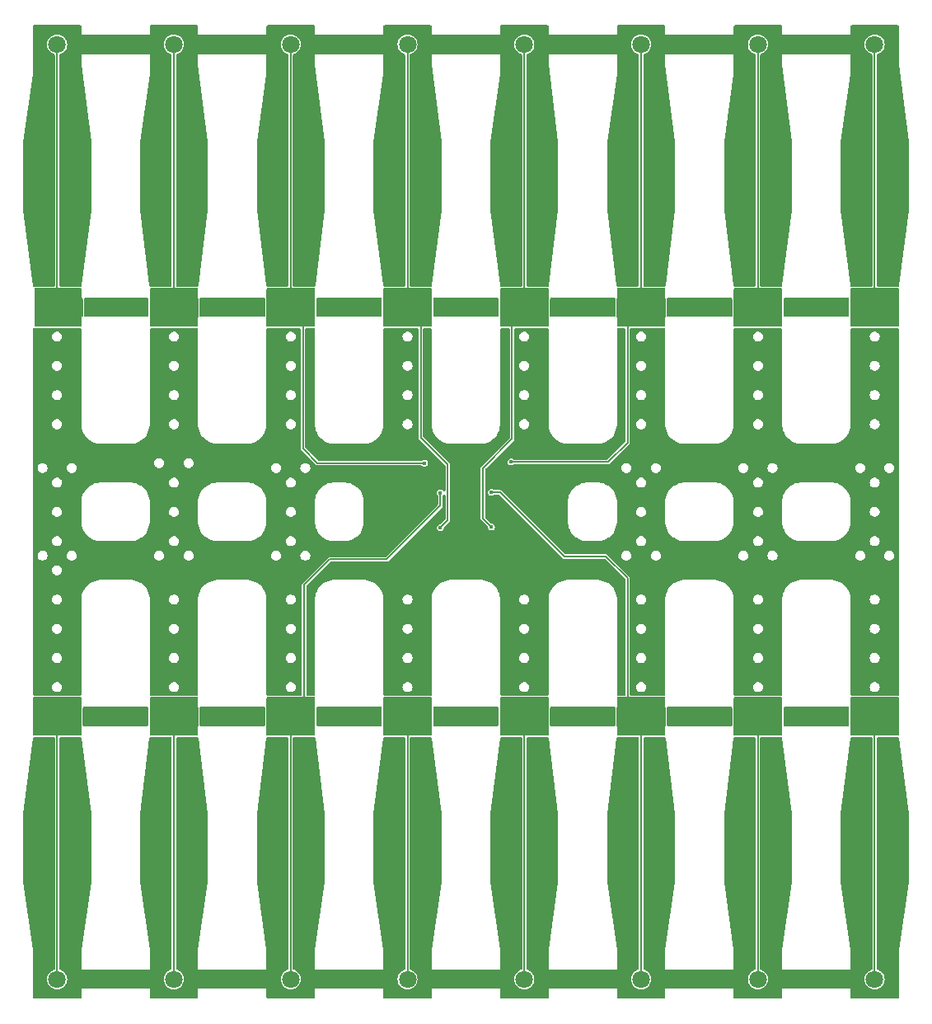
<source format=gbl>
G04 #@! TF.GenerationSoftware,KiCad,Pcbnew,8.0.1-8.0.1-1~ubuntu22.04.1*
G04 #@! TF.CreationDate,2024-03-30T19:46:48+00:00*
G04 #@! TF.ProjectId,DRY_FLEX,4452595f-464c-4455-982e-6b696361645f,v1.0*
G04 #@! TF.SameCoordinates,Original*
G04 #@! TF.FileFunction,Copper,L2,Bot*
G04 #@! TF.FilePolarity,Positive*
%FSLAX46Y46*%
G04 Gerber Fmt 4.6, Leading zero omitted, Abs format (unit mm)*
G04 Created by KiCad (PCBNEW 8.0.1-8.0.1-1~ubuntu22.04.1) date 2024-03-30 19:46:48*
%MOMM*%
%LPD*%
G01*
G04 APERTURE LIST*
G04 #@! TA.AperFunction,ComponentPad*
%ADD10C,1.800000*%
G04 #@! TD*
G04 #@! TA.AperFunction,ViaPad*
%ADD11C,0.400000*%
G04 #@! TD*
G04 #@! TA.AperFunction,Conductor*
%ADD12C,0.200000*%
G04 #@! TD*
G04 APERTURE END LIST*
D10*
X95500000Y-87000000D03*
X59500000Y-87000000D03*
X83500000Y-18000000D03*
X95521426Y-44999999D03*
X71500000Y-113999999D03*
X47500000Y-18000000D03*
X35500000Y-18000000D03*
X23500000Y-114000000D03*
X23650000Y-45000000D03*
X23500000Y-18000000D03*
X95500000Y-18000000D03*
X71564284Y-45000000D03*
X59585713Y-44999999D03*
X107500000Y-18000000D03*
X83500000Y-87000000D03*
X83500000Y-113999999D03*
X71500000Y-18000000D03*
X59500000Y-113999999D03*
X35500000Y-87000000D03*
X71500000Y-87000000D03*
X23500000Y-87000000D03*
X47500000Y-113999999D03*
X107500000Y-114000000D03*
X107500000Y-45000000D03*
X83542855Y-44999999D03*
X95500000Y-113999999D03*
X107500000Y-87000000D03*
X59500000Y-17999999D03*
X35628571Y-44999999D03*
X35500000Y-113999999D03*
X47500000Y-87000000D03*
X47607142Y-45000000D03*
D11*
X62875000Y-64050000D03*
X68125000Y-64000000D03*
X61250000Y-61000000D03*
X62875000Y-67625000D03*
X68125000Y-67550000D03*
X70125000Y-60875000D03*
D12*
X23500000Y-87000000D02*
X23500000Y-114000000D01*
X35500000Y-87000000D02*
X35500000Y-114000000D01*
X47500000Y-87000000D02*
X47500000Y-114000000D01*
X57375000Y-70875000D02*
X62875000Y-65375000D01*
X47500000Y-87000000D02*
X48875000Y-85625000D01*
X62875000Y-65375000D02*
X62875000Y-64050000D01*
X48875000Y-85625000D02*
X48875000Y-73500000D01*
X51500000Y-70875000D02*
X57375000Y-70875000D01*
X48875000Y-73500000D02*
X51500000Y-70875000D01*
X59500000Y-87000000D02*
X59500000Y-114000000D01*
X71500000Y-87000000D02*
X71500000Y-114000000D01*
X69000000Y-64000000D02*
X75600000Y-70600000D01*
X75600000Y-70600000D02*
X79900000Y-70600000D01*
X82125000Y-85625000D02*
X83500000Y-87000000D01*
X68125000Y-64000000D02*
X69000000Y-64000000D01*
X79900000Y-70600000D02*
X82125000Y-72825000D01*
X82125000Y-72825000D02*
X82125000Y-85625000D01*
X83500000Y-87000000D02*
X83500000Y-114000000D01*
X95500000Y-87000000D02*
X95500000Y-114000000D01*
X107500000Y-87000000D02*
X107500000Y-114000000D01*
X23500000Y-45000000D02*
X23500000Y-18000000D01*
X35500000Y-45000000D02*
X35500000Y-18000000D01*
X48750000Y-46142858D02*
X47607142Y-45000000D01*
X48750000Y-59500000D02*
X48750000Y-46142858D01*
X47500000Y-45000000D02*
X47500000Y-18000000D01*
X61250000Y-61000000D02*
X50250000Y-61000000D01*
X50250000Y-61000000D02*
X48750000Y-59500000D01*
X60875000Y-58375000D02*
X63625000Y-61125000D01*
X63625000Y-61125000D02*
X63625000Y-66875000D01*
X59500000Y-45000000D02*
X59500000Y-18000000D01*
X59585713Y-44999999D02*
X60875000Y-46289286D01*
X63625000Y-66875000D02*
X62875000Y-67625000D01*
X60875000Y-46289286D02*
X60875000Y-58375000D01*
X70250000Y-46314284D02*
X70250000Y-58500000D01*
X71564284Y-45000000D02*
X70250000Y-46314284D01*
X71500000Y-45000000D02*
X71500000Y-18000000D01*
X70250000Y-58500000D02*
X67250000Y-61500000D01*
X67250000Y-66675000D02*
X68125000Y-67550000D01*
X67250000Y-61500000D02*
X67250000Y-66675000D01*
X70125000Y-60875000D02*
X80125000Y-60875000D01*
X82125000Y-58875000D02*
X82125000Y-46417854D01*
X83500000Y-45000000D02*
X83500000Y-18000000D01*
X80125000Y-60875000D02*
X82125000Y-58875000D01*
X82125000Y-46417854D02*
X83542855Y-44999999D01*
X95500000Y-45000000D02*
X95500000Y-18000000D01*
X107500000Y-45000000D02*
X107500000Y-18000000D01*
G04 #@! TA.AperFunction,NonConductor*
G36*
X25932539Y-16030185D02*
G01*
X25978294Y-16082989D01*
X25989500Y-16134500D01*
X25989500Y-16995651D01*
X25989500Y-17004349D01*
X25995651Y-17010500D01*
X33004349Y-17010500D01*
X33010500Y-17004349D01*
X33010500Y-16134500D01*
X33030185Y-16067461D01*
X33082989Y-16021706D01*
X33134500Y-16010500D01*
X37865500Y-16010500D01*
X37932539Y-16030185D01*
X37978294Y-16082989D01*
X37989500Y-16134500D01*
X37989500Y-17004349D01*
X37995651Y-17010500D01*
X45004349Y-17010500D01*
X45010500Y-17004349D01*
X45010500Y-16134500D01*
X45030185Y-16067461D01*
X45082989Y-16021706D01*
X45134500Y-16010500D01*
X49865500Y-16010500D01*
X49932539Y-16030185D01*
X49978294Y-16082989D01*
X49989500Y-16134500D01*
X49989500Y-17004349D01*
X49995651Y-17010500D01*
X57004349Y-17010500D01*
X57010500Y-17004349D01*
X57010500Y-16134500D01*
X57030185Y-16067461D01*
X57082989Y-16021706D01*
X57134500Y-16010500D01*
X61865500Y-16010500D01*
X61932539Y-16030185D01*
X61978294Y-16082989D01*
X61989500Y-16134500D01*
X61989500Y-16995651D01*
X61989500Y-17004349D01*
X61995651Y-17010500D01*
X69004349Y-17010500D01*
X69010500Y-17004349D01*
X69010500Y-16134500D01*
X69030185Y-16067461D01*
X69082989Y-16021706D01*
X69134500Y-16010500D01*
X73865500Y-16010500D01*
X73932539Y-16030185D01*
X73978294Y-16082989D01*
X73989500Y-16134500D01*
X73989500Y-16995651D01*
X73989500Y-17004349D01*
X73995651Y-17010500D01*
X81004349Y-17010500D01*
X81010500Y-17004349D01*
X81010500Y-16134500D01*
X81030185Y-16067461D01*
X81082989Y-16021706D01*
X81134500Y-16010500D01*
X85865500Y-16010500D01*
X85932539Y-16030185D01*
X85978294Y-16082989D01*
X85989500Y-16134500D01*
X85989500Y-17004349D01*
X85995651Y-17010500D01*
X93004349Y-17010500D01*
X93010500Y-17004349D01*
X93010500Y-16134500D01*
X93030185Y-16067461D01*
X93082989Y-16021706D01*
X93134500Y-16010500D01*
X97865500Y-16010500D01*
X97932539Y-16030185D01*
X97978294Y-16082989D01*
X97989500Y-16134500D01*
X97989500Y-16995651D01*
X97989500Y-17004349D01*
X97995651Y-17010500D01*
X105004349Y-17010500D01*
X105010500Y-17004349D01*
X105010500Y-16134500D01*
X105030185Y-16067461D01*
X105082989Y-16021706D01*
X105134500Y-16010500D01*
X109865500Y-16010500D01*
X109932539Y-16030185D01*
X109978294Y-16082989D01*
X109989500Y-16134500D01*
X109989500Y-19978587D01*
X109988068Y-19989197D01*
X109988542Y-19992986D01*
X109989500Y-20008372D01*
X109989500Y-20012203D01*
X109992237Y-20022556D01*
X110988542Y-27992986D01*
X110989500Y-28008366D01*
X110989500Y-34991632D01*
X110988542Y-35007012D01*
X110019167Y-42762007D01*
X109991320Y-42826088D01*
X109933248Y-42864940D01*
X109878487Y-42869366D01*
X109865506Y-42867500D01*
X109865500Y-42867500D01*
X107851500Y-42867500D01*
X107784461Y-42847815D01*
X107738706Y-42795011D01*
X107727500Y-42743500D01*
X107727500Y-19096688D01*
X107747185Y-19029649D01*
X107799989Y-18983894D01*
X107815498Y-18978029D01*
X107895110Y-18953880D01*
X108073611Y-18858469D01*
X108230068Y-18730068D01*
X108358469Y-18573611D01*
X108453880Y-18395110D01*
X108512633Y-18201425D01*
X108532472Y-18000000D01*
X108512633Y-17798575D01*
X108453880Y-17604890D01*
X108358469Y-17426389D01*
X108358468Y-17426387D01*
X108230068Y-17269931D01*
X108073612Y-17141531D01*
X108073605Y-17141527D01*
X107895117Y-17046123D01*
X107895114Y-17046122D01*
X107895113Y-17046121D01*
X107895110Y-17046120D01*
X107701425Y-16987367D01*
X107701423Y-16987366D01*
X107701425Y-16987366D01*
X107500000Y-16967528D01*
X107298576Y-16987366D01*
X107184217Y-17022056D01*
X107104890Y-17046120D01*
X107104887Y-17046121D01*
X107104885Y-17046122D01*
X107104882Y-17046123D01*
X106926394Y-17141527D01*
X106926387Y-17141531D01*
X106769931Y-17269931D01*
X106641531Y-17426387D01*
X106641527Y-17426394D01*
X106546123Y-17604882D01*
X106546122Y-17604885D01*
X106487366Y-17798576D01*
X106467528Y-18000000D01*
X106487366Y-18201423D01*
X106487367Y-18201425D01*
X106546120Y-18395110D01*
X106546121Y-18395113D01*
X106546122Y-18395114D01*
X106546123Y-18395117D01*
X106641527Y-18573605D01*
X106641531Y-18573612D01*
X106769931Y-18730068D01*
X106926387Y-18858468D01*
X106926394Y-18858472D01*
X107104882Y-18953876D01*
X107104883Y-18953876D01*
X107104890Y-18953880D01*
X107184496Y-18978027D01*
X107242934Y-19016325D01*
X107271390Y-19080137D01*
X107272500Y-19096688D01*
X107272500Y-42743500D01*
X107252815Y-42810539D01*
X107200011Y-42856294D01*
X107148500Y-42867500D01*
X105134484Y-42867500D01*
X105117054Y-42869374D01*
X105048295Y-42856965D01*
X104997160Y-42809352D01*
X104980763Y-42761466D01*
X104011458Y-35007012D01*
X104010500Y-34991633D01*
X104010500Y-28009556D01*
X104011746Y-27992020D01*
X105007500Y-21021738D01*
X105010500Y-21010795D01*
X105010500Y-21009561D01*
X105011747Y-20992020D01*
X105011918Y-20990816D01*
X105010500Y-20979558D01*
X105010500Y-18995651D01*
X105004349Y-18989500D01*
X98004349Y-18989500D01*
X97995651Y-18989500D01*
X97995650Y-18989500D01*
X97989500Y-18995650D01*
X97989500Y-19978587D01*
X97988068Y-19989197D01*
X97988542Y-19992986D01*
X97989500Y-20008372D01*
X97989500Y-20012203D01*
X97992237Y-20022556D01*
X98988542Y-27992986D01*
X98989500Y-28008366D01*
X98989500Y-34991632D01*
X98988542Y-35007012D01*
X98019167Y-42762007D01*
X97991320Y-42826088D01*
X97933248Y-42864940D01*
X97878487Y-42869366D01*
X97865506Y-42867500D01*
X97865500Y-42867500D01*
X95851500Y-42867500D01*
X95784461Y-42847815D01*
X95738706Y-42795011D01*
X95727500Y-42743500D01*
X95727500Y-19096688D01*
X95747185Y-19029649D01*
X95799989Y-18983894D01*
X95815498Y-18978029D01*
X95895110Y-18953880D01*
X96073611Y-18858469D01*
X96230068Y-18730068D01*
X96358469Y-18573611D01*
X96453880Y-18395110D01*
X96512633Y-18201425D01*
X96532472Y-18000000D01*
X96512633Y-17798575D01*
X96453880Y-17604890D01*
X96358469Y-17426389D01*
X96358468Y-17426387D01*
X96230068Y-17269931D01*
X96073612Y-17141531D01*
X96073605Y-17141527D01*
X95895117Y-17046123D01*
X95895114Y-17046122D01*
X95895113Y-17046121D01*
X95895110Y-17046120D01*
X95701425Y-16987367D01*
X95701423Y-16987366D01*
X95701425Y-16987366D01*
X95500000Y-16967528D01*
X95298576Y-16987366D01*
X95184217Y-17022056D01*
X95104890Y-17046120D01*
X95104887Y-17046121D01*
X95104885Y-17046122D01*
X95104882Y-17046123D01*
X94926394Y-17141527D01*
X94926387Y-17141531D01*
X94769931Y-17269931D01*
X94641531Y-17426387D01*
X94641527Y-17426394D01*
X94546123Y-17604882D01*
X94546122Y-17604885D01*
X94487366Y-17798576D01*
X94467528Y-18000000D01*
X94487366Y-18201423D01*
X94487367Y-18201425D01*
X94546120Y-18395110D01*
X94546121Y-18395113D01*
X94546122Y-18395114D01*
X94546123Y-18395117D01*
X94641527Y-18573605D01*
X94641531Y-18573612D01*
X94769931Y-18730068D01*
X94926387Y-18858468D01*
X94926394Y-18858472D01*
X95104882Y-18953876D01*
X95104883Y-18953876D01*
X95104890Y-18953880D01*
X95184496Y-18978027D01*
X95242934Y-19016325D01*
X95271390Y-19080137D01*
X95272500Y-19096688D01*
X95272500Y-42743500D01*
X95252815Y-42810539D01*
X95200011Y-42856294D01*
X95148500Y-42867500D01*
X93134484Y-42867500D01*
X93117054Y-42869374D01*
X93048295Y-42856965D01*
X92997160Y-42809352D01*
X92980763Y-42761466D01*
X92011458Y-35007012D01*
X92010500Y-34991633D01*
X92010500Y-28009556D01*
X92011746Y-27992020D01*
X93007500Y-21021738D01*
X93010500Y-21010795D01*
X93010500Y-21009561D01*
X93011747Y-20992020D01*
X93011918Y-20990816D01*
X93010500Y-20979558D01*
X93010500Y-18995651D01*
X93004349Y-18989500D01*
X86004349Y-18989500D01*
X85995651Y-18989500D01*
X85995650Y-18989500D01*
X85989500Y-18995650D01*
X85989500Y-19978587D01*
X85988068Y-19989197D01*
X85988542Y-19992986D01*
X85989500Y-20008372D01*
X85989500Y-20012203D01*
X85992237Y-20022556D01*
X86988542Y-27992986D01*
X86989500Y-28008366D01*
X86989500Y-34991632D01*
X86988542Y-35007012D01*
X86019167Y-42762007D01*
X85991320Y-42826088D01*
X85933248Y-42864940D01*
X85878487Y-42869366D01*
X85865506Y-42867500D01*
X85865500Y-42867500D01*
X83851500Y-42867500D01*
X83784461Y-42847815D01*
X83738706Y-42795011D01*
X83727500Y-42743500D01*
X83727500Y-19096688D01*
X83747185Y-19029649D01*
X83799989Y-18983894D01*
X83815498Y-18978029D01*
X83895110Y-18953880D01*
X84073611Y-18858469D01*
X84230068Y-18730068D01*
X84358469Y-18573611D01*
X84453880Y-18395110D01*
X84512633Y-18201425D01*
X84532472Y-18000000D01*
X84512633Y-17798575D01*
X84453880Y-17604890D01*
X84358469Y-17426389D01*
X84358468Y-17426387D01*
X84230068Y-17269931D01*
X84073612Y-17141531D01*
X84073605Y-17141527D01*
X83895117Y-17046123D01*
X83895114Y-17046122D01*
X83895113Y-17046121D01*
X83895110Y-17046120D01*
X83701425Y-16987367D01*
X83701423Y-16987366D01*
X83701425Y-16987366D01*
X83500000Y-16967528D01*
X83298576Y-16987366D01*
X83184217Y-17022056D01*
X83104890Y-17046120D01*
X83104887Y-17046121D01*
X83104885Y-17046122D01*
X83104882Y-17046123D01*
X82926394Y-17141527D01*
X82926387Y-17141531D01*
X82769931Y-17269931D01*
X82641531Y-17426387D01*
X82641527Y-17426394D01*
X82546123Y-17604882D01*
X82546122Y-17604885D01*
X82487366Y-17798576D01*
X82467528Y-18000000D01*
X82487366Y-18201423D01*
X82487367Y-18201425D01*
X82546120Y-18395110D01*
X82546121Y-18395113D01*
X82546122Y-18395114D01*
X82546123Y-18395117D01*
X82641527Y-18573605D01*
X82641531Y-18573612D01*
X82769931Y-18730068D01*
X82926387Y-18858468D01*
X82926394Y-18858472D01*
X83104882Y-18953876D01*
X83104883Y-18953876D01*
X83104890Y-18953880D01*
X83184496Y-18978027D01*
X83242934Y-19016325D01*
X83271390Y-19080137D01*
X83272500Y-19096688D01*
X83272500Y-42743500D01*
X83252815Y-42810539D01*
X83200011Y-42856294D01*
X83148500Y-42867500D01*
X81134484Y-42867500D01*
X81117054Y-42869374D01*
X81048295Y-42856965D01*
X80997160Y-42809352D01*
X80980763Y-42761466D01*
X80011458Y-35007012D01*
X80010500Y-34991633D01*
X80010500Y-28009556D01*
X80011746Y-27992020D01*
X81007500Y-21021738D01*
X81010500Y-21010795D01*
X81010500Y-21009561D01*
X81011747Y-20992020D01*
X81011918Y-20990816D01*
X81010500Y-20979558D01*
X81010500Y-18995651D01*
X81004349Y-18989500D01*
X74004349Y-18989500D01*
X73995651Y-18989500D01*
X73995650Y-18989500D01*
X73989500Y-18995650D01*
X73989500Y-19978587D01*
X73988068Y-19989197D01*
X73988542Y-19992986D01*
X73989500Y-20008372D01*
X73989500Y-20012203D01*
X73992237Y-20022556D01*
X74988542Y-27992986D01*
X74989500Y-28008366D01*
X74989500Y-34991632D01*
X74988542Y-35007012D01*
X74019167Y-42762007D01*
X73991320Y-42826088D01*
X73933248Y-42864940D01*
X73878487Y-42869366D01*
X73865506Y-42867500D01*
X73865500Y-42867500D01*
X71851500Y-42867500D01*
X71784461Y-42847815D01*
X71738706Y-42795011D01*
X71727500Y-42743500D01*
X71727500Y-19096688D01*
X71747185Y-19029649D01*
X71799989Y-18983894D01*
X71815498Y-18978029D01*
X71895110Y-18953880D01*
X72073611Y-18858469D01*
X72230068Y-18730068D01*
X72358469Y-18573611D01*
X72453880Y-18395110D01*
X72512633Y-18201425D01*
X72532472Y-18000000D01*
X72512633Y-17798575D01*
X72453880Y-17604890D01*
X72358469Y-17426389D01*
X72358468Y-17426387D01*
X72230068Y-17269931D01*
X72073612Y-17141531D01*
X72073605Y-17141527D01*
X71895117Y-17046123D01*
X71895114Y-17046122D01*
X71895113Y-17046121D01*
X71895110Y-17046120D01*
X71701425Y-16987367D01*
X71701423Y-16987366D01*
X71701425Y-16987366D01*
X71500000Y-16967528D01*
X71298576Y-16987366D01*
X71184217Y-17022056D01*
X71104890Y-17046120D01*
X71104887Y-17046121D01*
X71104885Y-17046122D01*
X71104882Y-17046123D01*
X70926394Y-17141527D01*
X70926387Y-17141531D01*
X70769931Y-17269931D01*
X70641531Y-17426387D01*
X70641527Y-17426394D01*
X70546123Y-17604882D01*
X70546122Y-17604885D01*
X70487366Y-17798576D01*
X70467528Y-18000000D01*
X70487366Y-18201423D01*
X70487367Y-18201425D01*
X70546120Y-18395110D01*
X70546121Y-18395113D01*
X70546122Y-18395114D01*
X70546123Y-18395117D01*
X70641527Y-18573605D01*
X70641531Y-18573612D01*
X70769931Y-18730068D01*
X70926387Y-18858468D01*
X70926394Y-18858472D01*
X71104882Y-18953876D01*
X71104883Y-18953876D01*
X71104890Y-18953880D01*
X71184496Y-18978027D01*
X71242934Y-19016325D01*
X71271390Y-19080137D01*
X71272500Y-19096688D01*
X71272500Y-42743500D01*
X71252815Y-42810539D01*
X71200011Y-42856294D01*
X71148500Y-42867500D01*
X69134484Y-42867500D01*
X69117054Y-42869374D01*
X69048295Y-42856965D01*
X68997160Y-42809352D01*
X68980763Y-42761466D01*
X68011458Y-35007012D01*
X68010500Y-34991633D01*
X68010500Y-28009556D01*
X68011746Y-27992020D01*
X69007500Y-21021738D01*
X69010500Y-21010795D01*
X69010500Y-21009561D01*
X69011747Y-20992020D01*
X69011918Y-20990816D01*
X69010500Y-20979558D01*
X69010500Y-18995651D01*
X69004349Y-18989500D01*
X62004349Y-18989500D01*
X61995651Y-18989500D01*
X61995650Y-18989500D01*
X61989500Y-18995650D01*
X61989500Y-19978587D01*
X61988068Y-19989197D01*
X61988542Y-19992986D01*
X61989500Y-20008372D01*
X61989500Y-20012203D01*
X61992237Y-20022556D01*
X62988542Y-27992986D01*
X62989500Y-28008366D01*
X62989500Y-34991632D01*
X62988542Y-35007012D01*
X62019167Y-42762007D01*
X61991320Y-42826088D01*
X61933248Y-42864940D01*
X61878487Y-42869366D01*
X61865506Y-42867500D01*
X61865500Y-42867500D01*
X59851500Y-42867500D01*
X59784461Y-42847815D01*
X59738706Y-42795011D01*
X59727500Y-42743500D01*
X59727500Y-19096687D01*
X59747185Y-19029648D01*
X59799989Y-18983893D01*
X59815498Y-18978028D01*
X59895110Y-18953879D01*
X60073611Y-18858468D01*
X60230068Y-18730067D01*
X60358469Y-18573610D01*
X60453880Y-18395109D01*
X60512633Y-18201424D01*
X60532472Y-17999999D01*
X60512633Y-17798574D01*
X60453880Y-17604889D01*
X60453876Y-17604881D01*
X60358472Y-17426393D01*
X60358468Y-17426386D01*
X60230068Y-17269930D01*
X60073612Y-17141530D01*
X60073605Y-17141526D01*
X59895117Y-17046122D01*
X59895114Y-17046121D01*
X59895113Y-17046120D01*
X59895110Y-17046119D01*
X59701425Y-16987366D01*
X59701423Y-16987365D01*
X59701425Y-16987365D01*
X59500000Y-16967527D01*
X59298576Y-16987365D01*
X59184217Y-17022055D01*
X59104890Y-17046119D01*
X59104887Y-17046120D01*
X59104885Y-17046121D01*
X59104882Y-17046122D01*
X58926394Y-17141526D01*
X58926387Y-17141530D01*
X58769931Y-17269930D01*
X58641531Y-17426386D01*
X58641527Y-17426393D01*
X58546123Y-17604881D01*
X58546122Y-17604884D01*
X58487366Y-17798575D01*
X58467528Y-17999999D01*
X58487366Y-18201422D01*
X58487367Y-18201424D01*
X58546120Y-18395109D01*
X58546121Y-18395110D01*
X58546122Y-18395113D01*
X58546123Y-18395116D01*
X58641527Y-18573604D01*
X58641531Y-18573611D01*
X58769931Y-18730067D01*
X58926387Y-18858467D01*
X58926394Y-18858471D01*
X59104882Y-18953875D01*
X59104883Y-18953875D01*
X59104890Y-18953879D01*
X59184496Y-18978026D01*
X59242934Y-19016324D01*
X59271390Y-19080136D01*
X59272500Y-19096687D01*
X59272500Y-42743500D01*
X59252815Y-42810539D01*
X59200011Y-42856294D01*
X59148500Y-42867500D01*
X57134484Y-42867500D01*
X57117054Y-42869374D01*
X57048295Y-42856965D01*
X56997160Y-42809352D01*
X56980763Y-42761466D01*
X56011458Y-35007012D01*
X56010500Y-34991633D01*
X56010500Y-28009556D01*
X56011746Y-27992020D01*
X57007500Y-21021738D01*
X57010500Y-21010795D01*
X57010500Y-21009561D01*
X57011747Y-20992020D01*
X57011918Y-20990816D01*
X57010500Y-20979558D01*
X57010500Y-18995651D01*
X57004349Y-18989500D01*
X50004349Y-18989500D01*
X49995651Y-18989500D01*
X49995650Y-18989500D01*
X49989500Y-18995650D01*
X49989500Y-19978587D01*
X49988068Y-19989197D01*
X49988542Y-19992986D01*
X49989500Y-20008372D01*
X49989500Y-20012203D01*
X49992237Y-20022556D01*
X50988542Y-27992986D01*
X50989500Y-28008366D01*
X50989500Y-34991632D01*
X50988542Y-35007012D01*
X50019167Y-42762007D01*
X49991320Y-42826088D01*
X49933248Y-42864940D01*
X49878487Y-42869366D01*
X49865506Y-42867500D01*
X49865500Y-42867500D01*
X47851500Y-42867500D01*
X47784461Y-42847815D01*
X47738706Y-42795011D01*
X47727500Y-42743500D01*
X47727500Y-19096688D01*
X47747185Y-19029649D01*
X47799989Y-18983894D01*
X47815498Y-18978029D01*
X47895110Y-18953880D01*
X48073611Y-18858469D01*
X48230068Y-18730068D01*
X48358469Y-18573611D01*
X48453880Y-18395110D01*
X48512633Y-18201425D01*
X48532472Y-18000000D01*
X48512633Y-17798575D01*
X48453880Y-17604890D01*
X48358469Y-17426389D01*
X48358468Y-17426387D01*
X48230068Y-17269931D01*
X48073612Y-17141531D01*
X48073605Y-17141527D01*
X47895117Y-17046123D01*
X47895114Y-17046122D01*
X47895113Y-17046121D01*
X47895110Y-17046120D01*
X47701425Y-16987367D01*
X47701423Y-16987366D01*
X47701425Y-16987366D01*
X47500000Y-16967528D01*
X47298576Y-16987366D01*
X47184217Y-17022056D01*
X47104890Y-17046120D01*
X47104887Y-17046121D01*
X47104885Y-17046122D01*
X47104882Y-17046123D01*
X46926394Y-17141527D01*
X46926387Y-17141531D01*
X46769931Y-17269931D01*
X46641531Y-17426387D01*
X46641527Y-17426394D01*
X46546123Y-17604882D01*
X46546122Y-17604885D01*
X46487366Y-17798576D01*
X46467528Y-18000000D01*
X46487366Y-18201423D01*
X46487367Y-18201425D01*
X46546120Y-18395110D01*
X46546121Y-18395113D01*
X46546122Y-18395114D01*
X46546123Y-18395117D01*
X46641527Y-18573605D01*
X46641531Y-18573612D01*
X46769931Y-18730068D01*
X46926387Y-18858468D01*
X46926394Y-18858472D01*
X47104882Y-18953876D01*
X47104883Y-18953876D01*
X47104890Y-18953880D01*
X47184496Y-18978027D01*
X47242934Y-19016325D01*
X47271390Y-19080137D01*
X47272500Y-19096688D01*
X47272500Y-42743500D01*
X47252815Y-42810539D01*
X47200011Y-42856294D01*
X47148500Y-42867500D01*
X45134484Y-42867500D01*
X45117054Y-42869374D01*
X45048295Y-42856965D01*
X44997160Y-42809352D01*
X44980763Y-42761466D01*
X44011458Y-35007012D01*
X44010500Y-34991633D01*
X44010500Y-28009556D01*
X44011746Y-27992020D01*
X45007500Y-21021738D01*
X45010500Y-21010795D01*
X45010500Y-21009561D01*
X45011747Y-20992020D01*
X45011918Y-20990816D01*
X45010500Y-20979558D01*
X45010500Y-18995651D01*
X45004349Y-18989500D01*
X38004349Y-18989500D01*
X37995651Y-18989500D01*
X37995650Y-18989500D01*
X37989500Y-18995650D01*
X37989500Y-19978587D01*
X37988068Y-19989197D01*
X37988542Y-19992986D01*
X37989500Y-20008372D01*
X37989500Y-20012203D01*
X37992237Y-20022556D01*
X38988542Y-27992986D01*
X38989500Y-28008366D01*
X38989500Y-34991632D01*
X38988542Y-35007012D01*
X38019167Y-42762007D01*
X37991320Y-42826088D01*
X37933248Y-42864940D01*
X37878487Y-42869366D01*
X37865506Y-42867500D01*
X37865500Y-42867500D01*
X35851500Y-42867500D01*
X35784461Y-42847815D01*
X35738706Y-42795011D01*
X35727500Y-42743500D01*
X35727500Y-19096688D01*
X35747185Y-19029649D01*
X35799989Y-18983894D01*
X35815498Y-18978029D01*
X35895110Y-18953880D01*
X36073611Y-18858469D01*
X36230068Y-18730068D01*
X36358469Y-18573611D01*
X36453880Y-18395110D01*
X36512633Y-18201425D01*
X36532472Y-18000000D01*
X36512633Y-17798575D01*
X36453880Y-17604890D01*
X36358469Y-17426389D01*
X36358468Y-17426387D01*
X36230068Y-17269931D01*
X36073612Y-17141531D01*
X36073605Y-17141527D01*
X35895117Y-17046123D01*
X35895114Y-17046122D01*
X35895113Y-17046121D01*
X35895110Y-17046120D01*
X35701425Y-16987367D01*
X35701423Y-16987366D01*
X35701425Y-16987366D01*
X35500000Y-16967528D01*
X35298576Y-16987366D01*
X35184217Y-17022056D01*
X35104890Y-17046120D01*
X35104887Y-17046121D01*
X35104885Y-17046122D01*
X35104882Y-17046123D01*
X34926394Y-17141527D01*
X34926387Y-17141531D01*
X34769931Y-17269931D01*
X34641531Y-17426387D01*
X34641527Y-17426394D01*
X34546123Y-17604882D01*
X34546122Y-17604885D01*
X34487366Y-17798576D01*
X34467528Y-18000000D01*
X34487366Y-18201423D01*
X34487367Y-18201425D01*
X34546120Y-18395110D01*
X34546121Y-18395113D01*
X34546122Y-18395114D01*
X34546123Y-18395117D01*
X34641527Y-18573605D01*
X34641531Y-18573612D01*
X34769931Y-18730068D01*
X34926387Y-18858468D01*
X34926394Y-18858472D01*
X35104882Y-18953876D01*
X35104883Y-18953876D01*
X35104890Y-18953880D01*
X35184496Y-18978027D01*
X35242934Y-19016325D01*
X35271390Y-19080137D01*
X35272500Y-19096688D01*
X35272500Y-42743500D01*
X35252815Y-42810539D01*
X35200011Y-42856294D01*
X35148500Y-42867500D01*
X33134484Y-42867500D01*
X33117054Y-42869374D01*
X33048295Y-42856965D01*
X32997160Y-42809352D01*
X32980763Y-42761466D01*
X32011458Y-35007012D01*
X32010500Y-34991633D01*
X32010500Y-28009556D01*
X32011746Y-27992020D01*
X33007500Y-21021738D01*
X33010500Y-21010795D01*
X33010500Y-21009561D01*
X33011747Y-20992020D01*
X33011918Y-20990816D01*
X33010500Y-20979558D01*
X33010500Y-18995651D01*
X33004349Y-18989500D01*
X26004349Y-18989500D01*
X25995651Y-18989500D01*
X25995650Y-18989500D01*
X25989500Y-18995650D01*
X25989500Y-19978587D01*
X25988068Y-19989197D01*
X25988542Y-19992986D01*
X25989500Y-20008372D01*
X25989500Y-20012203D01*
X25992237Y-20022556D01*
X26988542Y-27992986D01*
X26989500Y-28008366D01*
X26989500Y-34991632D01*
X26988542Y-35007012D01*
X26019167Y-42762007D01*
X25991320Y-42826088D01*
X25933248Y-42864940D01*
X25878487Y-42869366D01*
X25865506Y-42867500D01*
X25865500Y-42867500D01*
X23851500Y-42867500D01*
X23784461Y-42847815D01*
X23738706Y-42795011D01*
X23727500Y-42743500D01*
X23727500Y-19096688D01*
X23747185Y-19029649D01*
X23799989Y-18983894D01*
X23815498Y-18978029D01*
X23895110Y-18953880D01*
X24073611Y-18858469D01*
X24230068Y-18730068D01*
X24358469Y-18573611D01*
X24453880Y-18395110D01*
X24512633Y-18201425D01*
X24532472Y-18000000D01*
X24512633Y-17798575D01*
X24453880Y-17604890D01*
X24358469Y-17426389D01*
X24358468Y-17426387D01*
X24230068Y-17269931D01*
X24073612Y-17141531D01*
X24073605Y-17141527D01*
X23895117Y-17046123D01*
X23895114Y-17046122D01*
X23895113Y-17046121D01*
X23895110Y-17046120D01*
X23701425Y-16987367D01*
X23701423Y-16987366D01*
X23701425Y-16987366D01*
X23500000Y-16967528D01*
X23298576Y-16987366D01*
X23184217Y-17022056D01*
X23104890Y-17046120D01*
X23104887Y-17046121D01*
X23104885Y-17046122D01*
X23104882Y-17046123D01*
X22926394Y-17141527D01*
X22926387Y-17141531D01*
X22769931Y-17269931D01*
X22641531Y-17426387D01*
X22641527Y-17426394D01*
X22546123Y-17604882D01*
X22546122Y-17604885D01*
X22487366Y-17798576D01*
X22467528Y-18000000D01*
X22487366Y-18201423D01*
X22487367Y-18201425D01*
X22546120Y-18395110D01*
X22546121Y-18395113D01*
X22546122Y-18395114D01*
X22546123Y-18395117D01*
X22641527Y-18573605D01*
X22641531Y-18573612D01*
X22769931Y-18730068D01*
X22926387Y-18858468D01*
X22926394Y-18858472D01*
X23104882Y-18953876D01*
X23104883Y-18953876D01*
X23104890Y-18953880D01*
X23184496Y-18978027D01*
X23242934Y-19016325D01*
X23271390Y-19080137D01*
X23272500Y-19096688D01*
X23272500Y-42743500D01*
X23252815Y-42810539D01*
X23200011Y-42856294D01*
X23148500Y-42867500D01*
X21273997Y-42867500D01*
X21245834Y-42870527D01*
X21194321Y-42881734D01*
X21194319Y-42881734D01*
X21164285Y-42896769D01*
X21095525Y-42909174D01*
X21030974Y-42882436D01*
X20991126Y-42825043D01*
X20985739Y-42801265D01*
X20011458Y-35007013D01*
X20010500Y-34991633D01*
X20010500Y-28009556D01*
X20011746Y-27992020D01*
X21007500Y-21021738D01*
X21010500Y-21010795D01*
X21010500Y-21009561D01*
X21011747Y-20992020D01*
X21011918Y-20990816D01*
X21010500Y-20979558D01*
X21010500Y-16134500D01*
X21030185Y-16067461D01*
X21082989Y-16021706D01*
X21134500Y-16010500D01*
X25865500Y-16010500D01*
X25932539Y-16030185D01*
G37*
G04 #@! TD.AperFunction*
G04 #@! TA.AperFunction,NonConductor*
G36*
X104810539Y-44030185D02*
G01*
X104856294Y-44082989D01*
X104867500Y-44134500D01*
X104867500Y-45865500D01*
X104847815Y-45932539D01*
X104795011Y-45978294D01*
X104743500Y-45989500D01*
X98256500Y-45989500D01*
X98189461Y-45969815D01*
X98143706Y-45917011D01*
X98132500Y-45865500D01*
X98132500Y-44134500D01*
X98152185Y-44067461D01*
X98204989Y-44021706D01*
X98256500Y-44010500D01*
X104743500Y-44010500D01*
X104810539Y-44030185D01*
G37*
G04 #@! TD.AperFunction*
G04 #@! TA.AperFunction,NonConductor*
G36*
X92810539Y-44030185D02*
G01*
X92856294Y-44082989D01*
X92867500Y-44134500D01*
X92867500Y-45865500D01*
X92847815Y-45932539D01*
X92795011Y-45978294D01*
X92743500Y-45989500D01*
X86256500Y-45989500D01*
X86189461Y-45969815D01*
X86143706Y-45917011D01*
X86132500Y-45865500D01*
X86132500Y-44134500D01*
X86152185Y-44067461D01*
X86204989Y-44021706D01*
X86256500Y-44010500D01*
X92743500Y-44010500D01*
X92810539Y-44030185D01*
G37*
G04 #@! TD.AperFunction*
G04 #@! TA.AperFunction,NonConductor*
G36*
X80810539Y-44030185D02*
G01*
X80856294Y-44082989D01*
X80867500Y-44134500D01*
X80867500Y-45865500D01*
X80847815Y-45932539D01*
X80795011Y-45978294D01*
X80743500Y-45989500D01*
X74256500Y-45989500D01*
X74189461Y-45969815D01*
X74143706Y-45917011D01*
X74132500Y-45865500D01*
X74132500Y-44134500D01*
X74152185Y-44067461D01*
X74204989Y-44021706D01*
X74256500Y-44010500D01*
X80743500Y-44010500D01*
X80810539Y-44030185D01*
G37*
G04 #@! TD.AperFunction*
G04 #@! TA.AperFunction,NonConductor*
G36*
X68810539Y-44030185D02*
G01*
X68856294Y-44082989D01*
X68867500Y-44134500D01*
X68867500Y-45865500D01*
X68847815Y-45932539D01*
X68795011Y-45978294D01*
X68743500Y-45989500D01*
X62256500Y-45989500D01*
X62189461Y-45969815D01*
X62143706Y-45917011D01*
X62132500Y-45865500D01*
X62132500Y-44134500D01*
X62152185Y-44067461D01*
X62204989Y-44021706D01*
X62256500Y-44010500D01*
X68743500Y-44010500D01*
X68810539Y-44030185D01*
G37*
G04 #@! TD.AperFunction*
G04 #@! TA.AperFunction,NonConductor*
G36*
X56810539Y-44030185D02*
G01*
X56856294Y-44082989D01*
X56867500Y-44134500D01*
X56867500Y-45865500D01*
X56847815Y-45932539D01*
X56795011Y-45978294D01*
X56743500Y-45989500D01*
X50256500Y-45989500D01*
X50189461Y-45969815D01*
X50143706Y-45917011D01*
X50132500Y-45865500D01*
X50132500Y-44134500D01*
X50152185Y-44067461D01*
X50204989Y-44021706D01*
X50256500Y-44010500D01*
X56743500Y-44010500D01*
X56810539Y-44030185D01*
G37*
G04 #@! TD.AperFunction*
G04 #@! TA.AperFunction,NonConductor*
G36*
X44810539Y-44030185D02*
G01*
X44856294Y-44082989D01*
X44867500Y-44134500D01*
X44867500Y-45865500D01*
X44847815Y-45932539D01*
X44795011Y-45978294D01*
X44743500Y-45989500D01*
X38256500Y-45989500D01*
X38189461Y-45969815D01*
X38143706Y-45917011D01*
X38132500Y-45865500D01*
X38132500Y-44134500D01*
X38152185Y-44067461D01*
X38204989Y-44021706D01*
X38256500Y-44010500D01*
X44743500Y-44010500D01*
X44810539Y-44030185D01*
G37*
G04 #@! TD.AperFunction*
G04 #@! TA.AperFunction,NonConductor*
G36*
X32810539Y-44030185D02*
G01*
X32856294Y-44082989D01*
X32867500Y-44134500D01*
X32867500Y-45865500D01*
X32847815Y-45932539D01*
X32795011Y-45978294D01*
X32743500Y-45989500D01*
X26406500Y-45989500D01*
X26339461Y-45969815D01*
X26293706Y-45917011D01*
X26282500Y-45865500D01*
X26282500Y-44134500D01*
X26302185Y-44067461D01*
X26354989Y-44021706D01*
X26406500Y-44010500D01*
X32743500Y-44010500D01*
X32810539Y-44030185D01*
G37*
G04 #@! TD.AperFunction*
G04 #@! TA.AperFunction,NonConductor*
G36*
X61932539Y-47152185D02*
G01*
X61978294Y-47204989D01*
X61989500Y-47256500D01*
X61989500Y-57131768D01*
X61989501Y-57131785D01*
X62023466Y-57389779D01*
X62023900Y-57393071D01*
X62044284Y-57469144D01*
X62092113Y-57647645D01*
X62192965Y-57891122D01*
X62192969Y-57891132D01*
X62324742Y-58119371D01*
X62485183Y-58328459D01*
X62485191Y-58328468D01*
X62671532Y-58514809D01*
X62671540Y-58514816D01*
X62880628Y-58675257D01*
X63108867Y-58807030D01*
X63108868Y-58807030D01*
X63108871Y-58807032D01*
X63352359Y-58907888D01*
X63606929Y-58976100D01*
X63868225Y-59010500D01*
X63868232Y-59010500D01*
X67131768Y-59010500D01*
X67131775Y-59010500D01*
X67393071Y-58976100D01*
X67647641Y-58907888D01*
X67891129Y-58807032D01*
X68119371Y-58675257D01*
X68328459Y-58514817D01*
X68328463Y-58514812D01*
X68328468Y-58514809D01*
X68514809Y-58328468D01*
X68514812Y-58328463D01*
X68514817Y-58328459D01*
X68675257Y-58119371D01*
X68807032Y-57891129D01*
X68907888Y-57647641D01*
X68976100Y-57393071D01*
X69010500Y-57131775D01*
X69010500Y-57000000D01*
X69010500Y-56996588D01*
X69010500Y-47256500D01*
X69030185Y-47189461D01*
X69082989Y-47143706D01*
X69134500Y-47132500D01*
X69898500Y-47132500D01*
X69965539Y-47152185D01*
X70011294Y-47204989D01*
X70022500Y-47256500D01*
X70022500Y-58354404D01*
X70002815Y-58421443D01*
X69986180Y-58442085D01*
X67121132Y-61307135D01*
X67057135Y-61371132D01*
X67049411Y-61389779D01*
X67026428Y-61445265D01*
X67022500Y-61454747D01*
X67022500Y-66629747D01*
X67022500Y-66720253D01*
X67057135Y-66803868D01*
X67057136Y-66803869D01*
X67735405Y-67482139D01*
X67768890Y-67543462D01*
X67770197Y-67550422D01*
X67787498Y-67659658D01*
X67837904Y-67758585D01*
X67837909Y-67758592D01*
X67916407Y-67837090D01*
X67916410Y-67837092D01*
X67916413Y-67837095D01*
X68015339Y-67887500D01*
X68015341Y-67887501D01*
X68124998Y-67904869D01*
X68125000Y-67904869D01*
X68125002Y-67904869D01*
X68234658Y-67887501D01*
X68234659Y-67887500D01*
X68234661Y-67887500D01*
X68333587Y-67837095D01*
X68412095Y-67758587D01*
X68462500Y-67659661D01*
X68462500Y-67659659D01*
X68462501Y-67659658D01*
X68479869Y-67550002D01*
X68479869Y-67549997D01*
X68462501Y-67440341D01*
X68438414Y-67393067D01*
X68412095Y-67341413D01*
X68412092Y-67341410D01*
X68412090Y-67341407D01*
X68333592Y-67262909D01*
X68333588Y-67262906D01*
X68333587Y-67262905D01*
X68234661Y-67212500D01*
X68234660Y-67212499D01*
X68234657Y-67212498D01*
X68234658Y-67212498D01*
X68125422Y-67195197D01*
X68062287Y-67165267D01*
X68057139Y-67160405D01*
X67513819Y-66617085D01*
X67480334Y-66555762D01*
X67477500Y-66529404D01*
X67477500Y-61645595D01*
X67497185Y-61578556D01*
X67513819Y-61557914D01*
X67571733Y-61500000D01*
X81484250Y-61500000D01*
X81505140Y-61645302D01*
X81505141Y-61645307D01*
X81566121Y-61778832D01*
X81566123Y-61778836D01*
X81662256Y-61889778D01*
X81785750Y-61969143D01*
X81785751Y-61969143D01*
X81785752Y-61969144D01*
X81926598Y-62010499D01*
X81926600Y-62010500D01*
X81926601Y-62010500D01*
X82073400Y-62010500D01*
X82073400Y-62010499D01*
X82214250Y-61969143D01*
X82337744Y-61889778D01*
X82433877Y-61778836D01*
X82494859Y-61645304D01*
X82515750Y-61500000D01*
X84484250Y-61500000D01*
X84505140Y-61645302D01*
X84505141Y-61645307D01*
X84566121Y-61778832D01*
X84566123Y-61778836D01*
X84662256Y-61889778D01*
X84785750Y-61969143D01*
X84785751Y-61969143D01*
X84785752Y-61969144D01*
X84926598Y-62010499D01*
X84926600Y-62010500D01*
X84926601Y-62010500D01*
X85073400Y-62010500D01*
X85073400Y-62010499D01*
X85214250Y-61969143D01*
X85337744Y-61889778D01*
X85433877Y-61778836D01*
X85494859Y-61645304D01*
X85515750Y-61500000D01*
X93484250Y-61500000D01*
X93505140Y-61645302D01*
X93505141Y-61645307D01*
X93566121Y-61778832D01*
X93566123Y-61778836D01*
X93662256Y-61889778D01*
X93785750Y-61969143D01*
X93785751Y-61969143D01*
X93785752Y-61969144D01*
X93926598Y-62010499D01*
X93926600Y-62010500D01*
X93926601Y-62010500D01*
X94073400Y-62010500D01*
X94073400Y-62010499D01*
X94214250Y-61969143D01*
X94337744Y-61889778D01*
X94433877Y-61778836D01*
X94494859Y-61645304D01*
X94515750Y-61500000D01*
X96484250Y-61500000D01*
X96505140Y-61645302D01*
X96505141Y-61645307D01*
X96566121Y-61778832D01*
X96566123Y-61778836D01*
X96662256Y-61889778D01*
X96785750Y-61969143D01*
X96785751Y-61969143D01*
X96785752Y-61969144D01*
X96926598Y-62010499D01*
X96926600Y-62010500D01*
X96926601Y-62010500D01*
X97073400Y-62010500D01*
X97073400Y-62010499D01*
X97214250Y-61969143D01*
X97337744Y-61889778D01*
X97433877Y-61778836D01*
X97494859Y-61645304D01*
X97515750Y-61500000D01*
X105484250Y-61500000D01*
X105505140Y-61645302D01*
X105505141Y-61645307D01*
X105566121Y-61778832D01*
X105566123Y-61778836D01*
X105662256Y-61889778D01*
X105785750Y-61969143D01*
X105785751Y-61969143D01*
X105785752Y-61969144D01*
X105926598Y-62010499D01*
X105926600Y-62010500D01*
X105926601Y-62010500D01*
X106073400Y-62010500D01*
X106073400Y-62010499D01*
X106214250Y-61969143D01*
X106337744Y-61889778D01*
X106433877Y-61778836D01*
X106494859Y-61645304D01*
X106515750Y-61500000D01*
X108484250Y-61500000D01*
X108505140Y-61645302D01*
X108505141Y-61645307D01*
X108566121Y-61778832D01*
X108566123Y-61778836D01*
X108662256Y-61889778D01*
X108785750Y-61969143D01*
X108785751Y-61969143D01*
X108785752Y-61969144D01*
X108926598Y-62010499D01*
X108926600Y-62010500D01*
X108926601Y-62010500D01*
X109073400Y-62010500D01*
X109073400Y-62010499D01*
X109214250Y-61969143D01*
X109337744Y-61889778D01*
X109433877Y-61778836D01*
X109494859Y-61645304D01*
X109515750Y-61500000D01*
X109494859Y-61354696D01*
X109494858Y-61354695D01*
X109494858Y-61354692D01*
X109437852Y-61229869D01*
X109433877Y-61221164D01*
X109337744Y-61110222D01*
X109336866Y-61109658D01*
X109290324Y-61079747D01*
X109214250Y-61030857D01*
X109214249Y-61030856D01*
X109214248Y-61030856D01*
X109214247Y-61030855D01*
X109073401Y-60989500D01*
X109073399Y-60989500D01*
X108926601Y-60989500D01*
X108926598Y-60989500D01*
X108785752Y-61030855D01*
X108785751Y-61030856D01*
X108662258Y-61110220D01*
X108662254Y-61110223D01*
X108566124Y-61221162D01*
X108566121Y-61221167D01*
X108505141Y-61354692D01*
X108505140Y-61354697D01*
X108484250Y-61500000D01*
X106515750Y-61500000D01*
X106494859Y-61354696D01*
X106494858Y-61354695D01*
X106494858Y-61354692D01*
X106437852Y-61229869D01*
X106433877Y-61221164D01*
X106337744Y-61110222D01*
X106336866Y-61109658D01*
X106290324Y-61079747D01*
X106214250Y-61030857D01*
X106214249Y-61030856D01*
X106214248Y-61030856D01*
X106214247Y-61030855D01*
X106073401Y-60989500D01*
X106073399Y-60989500D01*
X105926601Y-60989500D01*
X105926598Y-60989500D01*
X105785752Y-61030855D01*
X105785751Y-61030856D01*
X105662258Y-61110220D01*
X105662254Y-61110223D01*
X105566124Y-61221162D01*
X105566121Y-61221167D01*
X105505141Y-61354692D01*
X105505140Y-61354697D01*
X105484250Y-61500000D01*
X97515750Y-61500000D01*
X97494859Y-61354696D01*
X97494858Y-61354695D01*
X97494858Y-61354692D01*
X97437852Y-61229869D01*
X97433877Y-61221164D01*
X97337744Y-61110222D01*
X97336866Y-61109658D01*
X97290324Y-61079747D01*
X97214250Y-61030857D01*
X97214249Y-61030856D01*
X97214248Y-61030856D01*
X97214247Y-61030855D01*
X97073401Y-60989500D01*
X97073399Y-60989500D01*
X96926601Y-60989500D01*
X96926598Y-60989500D01*
X96785752Y-61030855D01*
X96785751Y-61030856D01*
X96662258Y-61110220D01*
X96662254Y-61110223D01*
X96566124Y-61221162D01*
X96566121Y-61221167D01*
X96505141Y-61354692D01*
X96505140Y-61354697D01*
X96484250Y-61500000D01*
X94515750Y-61500000D01*
X94494859Y-61354696D01*
X94494858Y-61354695D01*
X94494858Y-61354692D01*
X94437852Y-61229869D01*
X94433877Y-61221164D01*
X94337744Y-61110222D01*
X94336866Y-61109658D01*
X94290324Y-61079747D01*
X94214250Y-61030857D01*
X94214249Y-61030856D01*
X94214248Y-61030856D01*
X94214247Y-61030855D01*
X94073401Y-60989500D01*
X94073399Y-60989500D01*
X93926601Y-60989500D01*
X93926598Y-60989500D01*
X93785752Y-61030855D01*
X93785751Y-61030856D01*
X93662258Y-61110220D01*
X93662254Y-61110223D01*
X93566124Y-61221162D01*
X93566121Y-61221167D01*
X93505141Y-61354692D01*
X93505140Y-61354697D01*
X93484250Y-61500000D01*
X85515750Y-61500000D01*
X85494859Y-61354696D01*
X85494858Y-61354695D01*
X85494858Y-61354692D01*
X85437852Y-61229869D01*
X85433877Y-61221164D01*
X85337744Y-61110222D01*
X85336866Y-61109658D01*
X85290324Y-61079747D01*
X85214250Y-61030857D01*
X85214249Y-61030856D01*
X85214248Y-61030856D01*
X85214247Y-61030855D01*
X85073401Y-60989500D01*
X85073399Y-60989500D01*
X84926601Y-60989500D01*
X84926598Y-60989500D01*
X84785752Y-61030855D01*
X84785751Y-61030856D01*
X84662258Y-61110220D01*
X84662254Y-61110223D01*
X84566124Y-61221162D01*
X84566121Y-61221167D01*
X84505141Y-61354692D01*
X84505140Y-61354697D01*
X84484250Y-61500000D01*
X82515750Y-61500000D01*
X82494859Y-61354696D01*
X82494858Y-61354695D01*
X82494858Y-61354692D01*
X82437852Y-61229869D01*
X82433877Y-61221164D01*
X82337744Y-61110222D01*
X82336866Y-61109658D01*
X82290324Y-61079747D01*
X82214250Y-61030857D01*
X82214249Y-61030856D01*
X82214248Y-61030856D01*
X82214247Y-61030855D01*
X82073401Y-60989500D01*
X82073399Y-60989500D01*
X81926601Y-60989500D01*
X81926598Y-60989500D01*
X81785752Y-61030855D01*
X81785751Y-61030856D01*
X81662258Y-61110220D01*
X81662254Y-61110223D01*
X81566124Y-61221162D01*
X81566121Y-61221167D01*
X81505141Y-61354692D01*
X81505140Y-61354697D01*
X81484250Y-61500000D01*
X67571733Y-61500000D01*
X68582233Y-60489500D01*
X70442866Y-58628868D01*
X70477500Y-58545252D01*
X70477500Y-58454747D01*
X70477500Y-57000000D01*
X70984250Y-57000000D01*
X71005140Y-57145302D01*
X71005141Y-57145307D01*
X71066121Y-57278832D01*
X71066123Y-57278836D01*
X71162256Y-57389778D01*
X71285750Y-57469143D01*
X71285751Y-57469143D01*
X71285752Y-57469144D01*
X71426598Y-57510499D01*
X71426600Y-57510500D01*
X71426601Y-57510500D01*
X71573400Y-57510500D01*
X71573400Y-57510499D01*
X71714250Y-57469143D01*
X71837744Y-57389778D01*
X71933877Y-57278836D01*
X71994859Y-57145304D01*
X72015750Y-57000000D01*
X71994859Y-56854696D01*
X71994858Y-56854695D01*
X71994858Y-56854692D01*
X71933878Y-56721167D01*
X71933877Y-56721164D01*
X71837744Y-56610222D01*
X71714250Y-56530857D01*
X71714249Y-56530856D01*
X71714248Y-56530856D01*
X71714247Y-56530855D01*
X71573401Y-56489500D01*
X71573399Y-56489500D01*
X71426601Y-56489500D01*
X71426598Y-56489500D01*
X71285752Y-56530855D01*
X71285751Y-56530856D01*
X71162258Y-56610220D01*
X71162254Y-56610223D01*
X71066124Y-56721162D01*
X71066121Y-56721167D01*
X71005141Y-56854692D01*
X71005140Y-56854697D01*
X70984250Y-57000000D01*
X70477500Y-57000000D01*
X70477500Y-54000000D01*
X70984250Y-54000000D01*
X71005140Y-54145302D01*
X71005141Y-54145307D01*
X71066121Y-54278832D01*
X71066123Y-54278836D01*
X71162256Y-54389778D01*
X71285750Y-54469143D01*
X71285751Y-54469143D01*
X71285752Y-54469144D01*
X71426598Y-54510499D01*
X71426600Y-54510500D01*
X71426601Y-54510500D01*
X71573400Y-54510500D01*
X71573400Y-54510499D01*
X71714250Y-54469143D01*
X71837744Y-54389778D01*
X71933877Y-54278836D01*
X71994859Y-54145304D01*
X72015750Y-54000000D01*
X71994859Y-53854696D01*
X71994858Y-53854695D01*
X71994858Y-53854692D01*
X71933878Y-53721167D01*
X71933877Y-53721164D01*
X71837744Y-53610222D01*
X71714250Y-53530857D01*
X71714249Y-53530856D01*
X71714248Y-53530856D01*
X71714247Y-53530855D01*
X71573401Y-53489500D01*
X71573399Y-53489500D01*
X71426601Y-53489500D01*
X71426598Y-53489500D01*
X71285752Y-53530855D01*
X71285751Y-53530856D01*
X71162258Y-53610220D01*
X71162254Y-53610223D01*
X71066124Y-53721162D01*
X71066121Y-53721167D01*
X71005141Y-53854692D01*
X71005140Y-53854697D01*
X70984250Y-54000000D01*
X70477500Y-54000000D01*
X70477500Y-51000000D01*
X70984250Y-51000000D01*
X71005140Y-51145302D01*
X71005141Y-51145307D01*
X71066121Y-51278832D01*
X71066123Y-51278836D01*
X71162256Y-51389778D01*
X71285750Y-51469143D01*
X71285751Y-51469143D01*
X71285752Y-51469144D01*
X71426598Y-51510499D01*
X71426600Y-51510500D01*
X71426601Y-51510500D01*
X71573400Y-51510500D01*
X71573400Y-51510499D01*
X71714250Y-51469143D01*
X71837744Y-51389778D01*
X71933877Y-51278836D01*
X71994859Y-51145304D01*
X72015750Y-51000000D01*
X71994859Y-50854696D01*
X71994858Y-50854695D01*
X71994858Y-50854692D01*
X71933878Y-50721167D01*
X71933877Y-50721164D01*
X71837744Y-50610222D01*
X71714250Y-50530857D01*
X71714249Y-50530856D01*
X71714248Y-50530856D01*
X71714247Y-50530855D01*
X71573401Y-50489500D01*
X71573399Y-50489500D01*
X71426601Y-50489500D01*
X71426598Y-50489500D01*
X71285752Y-50530855D01*
X71285751Y-50530856D01*
X71162258Y-50610220D01*
X71162254Y-50610223D01*
X71066124Y-50721162D01*
X71066121Y-50721167D01*
X71005141Y-50854692D01*
X71005140Y-50854697D01*
X70984250Y-51000000D01*
X70477500Y-51000000D01*
X70477500Y-48000000D01*
X70984250Y-48000000D01*
X71005140Y-48145302D01*
X71005141Y-48145307D01*
X71066121Y-48278832D01*
X71066123Y-48278836D01*
X71162256Y-48389778D01*
X71285750Y-48469143D01*
X71285751Y-48469143D01*
X71285752Y-48469144D01*
X71426598Y-48510499D01*
X71426600Y-48510500D01*
X71426601Y-48510500D01*
X71573400Y-48510500D01*
X71573400Y-48510499D01*
X71714250Y-48469143D01*
X71837744Y-48389778D01*
X71933877Y-48278836D01*
X71994859Y-48145304D01*
X72015750Y-48000000D01*
X71994859Y-47854696D01*
X71994858Y-47854695D01*
X71994858Y-47854692D01*
X71933878Y-47721167D01*
X71933877Y-47721164D01*
X71837744Y-47610222D01*
X71714250Y-47530857D01*
X71714249Y-47530856D01*
X71714248Y-47530856D01*
X71714247Y-47530855D01*
X71573401Y-47489500D01*
X71573399Y-47489500D01*
X71426601Y-47489500D01*
X71426598Y-47489500D01*
X71285752Y-47530855D01*
X71285751Y-47530856D01*
X71162258Y-47610220D01*
X71162254Y-47610223D01*
X71066124Y-47721162D01*
X71066121Y-47721167D01*
X71005141Y-47854692D01*
X71005140Y-47854697D01*
X70984250Y-48000000D01*
X70477500Y-48000000D01*
X70477500Y-47256500D01*
X70497185Y-47189461D01*
X70549989Y-47143706D01*
X70601500Y-47132500D01*
X73865500Y-47132500D01*
X73932539Y-47152185D01*
X73978294Y-47204989D01*
X73989500Y-47256500D01*
X73989500Y-57131768D01*
X73989501Y-57131785D01*
X74023466Y-57389779D01*
X74023900Y-57393071D01*
X74044284Y-57469144D01*
X74092113Y-57647645D01*
X74192965Y-57891122D01*
X74192969Y-57891132D01*
X74324742Y-58119371D01*
X74485183Y-58328459D01*
X74485191Y-58328468D01*
X74671532Y-58514809D01*
X74671540Y-58514816D01*
X74880628Y-58675257D01*
X75108867Y-58807030D01*
X75108868Y-58807030D01*
X75108871Y-58807032D01*
X75352359Y-58907888D01*
X75606929Y-58976100D01*
X75868225Y-59010500D01*
X75868232Y-59010500D01*
X79131768Y-59010500D01*
X79131775Y-59010500D01*
X79393071Y-58976100D01*
X79647641Y-58907888D01*
X79891129Y-58807032D01*
X80119371Y-58675257D01*
X80328459Y-58514817D01*
X80328463Y-58514812D01*
X80328468Y-58514809D01*
X80514809Y-58328468D01*
X80514812Y-58328463D01*
X80514817Y-58328459D01*
X80675257Y-58119371D01*
X80807032Y-57891129D01*
X80907888Y-57647641D01*
X80976100Y-57393071D01*
X81010500Y-57131775D01*
X81010500Y-57000000D01*
X81010500Y-56996588D01*
X81010500Y-47256500D01*
X81030185Y-47189461D01*
X81082989Y-47143706D01*
X81134500Y-47132500D01*
X81773500Y-47132500D01*
X81840539Y-47152185D01*
X81886294Y-47204989D01*
X81897500Y-47256500D01*
X81897500Y-58729405D01*
X81877815Y-58796444D01*
X81861181Y-58817086D01*
X80067086Y-60611181D01*
X80005763Y-60644666D01*
X79979405Y-60647500D01*
X70444545Y-60647500D01*
X70377506Y-60627815D01*
X70356864Y-60611181D01*
X70333592Y-60587909D01*
X70333588Y-60587906D01*
X70333587Y-60587905D01*
X70268487Y-60554735D01*
X70234658Y-60537498D01*
X70125002Y-60520131D01*
X70124998Y-60520131D01*
X70015341Y-60537498D01*
X69916414Y-60587904D01*
X69916407Y-60587909D01*
X69837909Y-60666407D01*
X69837904Y-60666414D01*
X69787498Y-60765341D01*
X69770131Y-60874997D01*
X69770131Y-60875002D01*
X69787498Y-60984658D01*
X69837904Y-61083585D01*
X69837909Y-61083592D01*
X69916407Y-61162090D01*
X69916410Y-61162092D01*
X69916413Y-61162095D01*
X69957273Y-61182914D01*
X70015341Y-61212501D01*
X70124998Y-61229869D01*
X70125000Y-61229869D01*
X70125002Y-61229869D01*
X70234658Y-61212501D01*
X70234659Y-61212500D01*
X70234661Y-61212500D01*
X70333587Y-61162095D01*
X70333592Y-61162090D01*
X70356864Y-61138819D01*
X70418187Y-61105334D01*
X70444545Y-61102500D01*
X80170252Y-61102500D01*
X80170253Y-61102500D01*
X80253868Y-61067865D01*
X82317865Y-59003868D01*
X82322155Y-58993511D01*
X82352500Y-58920253D01*
X82352500Y-57000000D01*
X82984250Y-57000000D01*
X83005140Y-57145302D01*
X83005141Y-57145307D01*
X83066121Y-57278832D01*
X83066123Y-57278836D01*
X83162256Y-57389778D01*
X83285750Y-57469143D01*
X83285751Y-57469143D01*
X83285752Y-57469144D01*
X83426598Y-57510499D01*
X83426600Y-57510500D01*
X83426601Y-57510500D01*
X83573400Y-57510500D01*
X83573400Y-57510499D01*
X83714250Y-57469143D01*
X83837744Y-57389778D01*
X83933877Y-57278836D01*
X83994859Y-57145304D01*
X84015750Y-57000000D01*
X83994859Y-56854696D01*
X83994858Y-56854695D01*
X83994858Y-56854692D01*
X83933878Y-56721167D01*
X83933877Y-56721164D01*
X83837744Y-56610222D01*
X83714250Y-56530857D01*
X83714249Y-56530856D01*
X83714248Y-56530856D01*
X83714247Y-56530855D01*
X83573401Y-56489500D01*
X83573399Y-56489500D01*
X83426601Y-56489500D01*
X83426598Y-56489500D01*
X83285752Y-56530855D01*
X83285751Y-56530856D01*
X83162258Y-56610220D01*
X83162254Y-56610223D01*
X83066124Y-56721162D01*
X83066121Y-56721167D01*
X83005141Y-56854692D01*
X83005140Y-56854697D01*
X82984250Y-57000000D01*
X82352500Y-57000000D01*
X82352500Y-54000000D01*
X82984250Y-54000000D01*
X83005140Y-54145302D01*
X83005141Y-54145307D01*
X83066121Y-54278832D01*
X83066123Y-54278836D01*
X83162256Y-54389778D01*
X83285750Y-54469143D01*
X83285751Y-54469143D01*
X83285752Y-54469144D01*
X83426598Y-54510499D01*
X83426600Y-54510500D01*
X83426601Y-54510500D01*
X83573400Y-54510500D01*
X83573400Y-54510499D01*
X83714250Y-54469143D01*
X83837744Y-54389778D01*
X83933877Y-54278836D01*
X83994859Y-54145304D01*
X84015750Y-54000000D01*
X83994859Y-53854696D01*
X83994858Y-53854695D01*
X83994858Y-53854692D01*
X83933878Y-53721167D01*
X83933877Y-53721164D01*
X83837744Y-53610222D01*
X83714250Y-53530857D01*
X83714249Y-53530856D01*
X83714248Y-53530856D01*
X83714247Y-53530855D01*
X83573401Y-53489500D01*
X83573399Y-53489500D01*
X83426601Y-53489500D01*
X83426598Y-53489500D01*
X83285752Y-53530855D01*
X83285751Y-53530856D01*
X83162258Y-53610220D01*
X83162254Y-53610223D01*
X83066124Y-53721162D01*
X83066121Y-53721167D01*
X83005141Y-53854692D01*
X83005140Y-53854697D01*
X82984250Y-54000000D01*
X82352500Y-54000000D01*
X82352500Y-51000000D01*
X82984250Y-51000000D01*
X83005140Y-51145302D01*
X83005141Y-51145307D01*
X83066121Y-51278832D01*
X83066123Y-51278836D01*
X83162256Y-51389778D01*
X83285750Y-51469143D01*
X83285751Y-51469143D01*
X83285752Y-51469144D01*
X83426598Y-51510499D01*
X83426600Y-51510500D01*
X83426601Y-51510500D01*
X83573400Y-51510500D01*
X83573400Y-51510499D01*
X83714250Y-51469143D01*
X83837744Y-51389778D01*
X83933877Y-51278836D01*
X83994859Y-51145304D01*
X84015750Y-51000000D01*
X83994859Y-50854696D01*
X83994858Y-50854695D01*
X83994858Y-50854692D01*
X83933878Y-50721167D01*
X83933877Y-50721164D01*
X83837744Y-50610222D01*
X83714250Y-50530857D01*
X83714249Y-50530856D01*
X83714248Y-50530856D01*
X83714247Y-50530855D01*
X83573401Y-50489500D01*
X83573399Y-50489500D01*
X83426601Y-50489500D01*
X83426598Y-50489500D01*
X83285752Y-50530855D01*
X83285751Y-50530856D01*
X83162258Y-50610220D01*
X83162254Y-50610223D01*
X83066124Y-50721162D01*
X83066121Y-50721167D01*
X83005141Y-50854692D01*
X83005140Y-50854697D01*
X82984250Y-51000000D01*
X82352500Y-51000000D01*
X82352500Y-48000000D01*
X82984250Y-48000000D01*
X83005140Y-48145302D01*
X83005141Y-48145307D01*
X83066121Y-48278832D01*
X83066123Y-48278836D01*
X83162256Y-48389778D01*
X83285750Y-48469143D01*
X83285751Y-48469143D01*
X83285752Y-48469144D01*
X83426598Y-48510499D01*
X83426600Y-48510500D01*
X83426601Y-48510500D01*
X83573400Y-48510500D01*
X83573400Y-48510499D01*
X83714250Y-48469143D01*
X83837744Y-48389778D01*
X83933877Y-48278836D01*
X83994859Y-48145304D01*
X84015750Y-48000000D01*
X83994859Y-47854696D01*
X83994858Y-47854695D01*
X83994858Y-47854692D01*
X83933878Y-47721167D01*
X83933877Y-47721164D01*
X83837744Y-47610222D01*
X83714250Y-47530857D01*
X83714249Y-47530856D01*
X83714248Y-47530856D01*
X83714247Y-47530855D01*
X83573401Y-47489500D01*
X83573399Y-47489500D01*
X83426601Y-47489500D01*
X83426598Y-47489500D01*
X83285752Y-47530855D01*
X83285751Y-47530856D01*
X83162258Y-47610220D01*
X83162254Y-47610223D01*
X83066124Y-47721162D01*
X83066121Y-47721167D01*
X83005141Y-47854692D01*
X83005140Y-47854697D01*
X82984250Y-48000000D01*
X82352500Y-48000000D01*
X82352500Y-47256500D01*
X82372185Y-47189461D01*
X82424989Y-47143706D01*
X82476500Y-47132500D01*
X85865500Y-47132500D01*
X85932539Y-47152185D01*
X85978294Y-47204989D01*
X85989500Y-47256500D01*
X85989500Y-57131768D01*
X85989501Y-57131785D01*
X86023466Y-57389779D01*
X86023900Y-57393071D01*
X86044284Y-57469144D01*
X86092113Y-57647645D01*
X86192965Y-57891122D01*
X86192969Y-57891132D01*
X86324742Y-58119371D01*
X86485183Y-58328459D01*
X86485191Y-58328468D01*
X86671532Y-58514809D01*
X86671540Y-58514816D01*
X86880628Y-58675257D01*
X87108867Y-58807030D01*
X87108868Y-58807030D01*
X87108871Y-58807032D01*
X87352359Y-58907888D01*
X87606929Y-58976100D01*
X87868225Y-59010500D01*
X87868232Y-59010500D01*
X91131768Y-59010500D01*
X91131775Y-59010500D01*
X91393071Y-58976100D01*
X91647641Y-58907888D01*
X91891129Y-58807032D01*
X92119371Y-58675257D01*
X92328459Y-58514817D01*
X92328463Y-58514812D01*
X92328468Y-58514809D01*
X92514809Y-58328468D01*
X92514812Y-58328463D01*
X92514817Y-58328459D01*
X92675257Y-58119371D01*
X92807032Y-57891129D01*
X92907888Y-57647641D01*
X92976100Y-57393071D01*
X93010500Y-57131775D01*
X93010500Y-57000000D01*
X94984250Y-57000000D01*
X95005140Y-57145302D01*
X95005141Y-57145307D01*
X95066121Y-57278832D01*
X95066123Y-57278836D01*
X95162256Y-57389778D01*
X95285750Y-57469143D01*
X95285751Y-57469143D01*
X95285752Y-57469144D01*
X95426598Y-57510499D01*
X95426600Y-57510500D01*
X95426601Y-57510500D01*
X95573400Y-57510500D01*
X95573400Y-57510499D01*
X95714250Y-57469143D01*
X95837744Y-57389778D01*
X95933877Y-57278836D01*
X95994859Y-57145304D01*
X96015750Y-57000000D01*
X95994859Y-56854696D01*
X95994858Y-56854695D01*
X95994858Y-56854692D01*
X95933878Y-56721167D01*
X95933877Y-56721164D01*
X95837744Y-56610222D01*
X95714250Y-56530857D01*
X95714249Y-56530856D01*
X95714248Y-56530856D01*
X95714247Y-56530855D01*
X95573401Y-56489500D01*
X95573399Y-56489500D01*
X95426601Y-56489500D01*
X95426598Y-56489500D01*
X95285752Y-56530855D01*
X95285751Y-56530856D01*
X95162258Y-56610220D01*
X95162254Y-56610223D01*
X95066124Y-56721162D01*
X95066121Y-56721167D01*
X95005141Y-56854692D01*
X95005140Y-56854697D01*
X94984250Y-57000000D01*
X93010500Y-57000000D01*
X93010500Y-56996588D01*
X93010500Y-54000000D01*
X94984250Y-54000000D01*
X95005140Y-54145302D01*
X95005141Y-54145307D01*
X95066121Y-54278832D01*
X95066123Y-54278836D01*
X95162256Y-54389778D01*
X95285750Y-54469143D01*
X95285751Y-54469143D01*
X95285752Y-54469144D01*
X95426598Y-54510499D01*
X95426600Y-54510500D01*
X95426601Y-54510500D01*
X95573400Y-54510500D01*
X95573400Y-54510499D01*
X95714250Y-54469143D01*
X95837744Y-54389778D01*
X95933877Y-54278836D01*
X95994859Y-54145304D01*
X96015750Y-54000000D01*
X95994859Y-53854696D01*
X95994858Y-53854695D01*
X95994858Y-53854692D01*
X95933878Y-53721167D01*
X95933877Y-53721164D01*
X95837744Y-53610222D01*
X95714250Y-53530857D01*
X95714249Y-53530856D01*
X95714248Y-53530856D01*
X95714247Y-53530855D01*
X95573401Y-53489500D01*
X95573399Y-53489500D01*
X95426601Y-53489500D01*
X95426598Y-53489500D01*
X95285752Y-53530855D01*
X95285751Y-53530856D01*
X95162258Y-53610220D01*
X95162254Y-53610223D01*
X95066124Y-53721162D01*
X95066121Y-53721167D01*
X95005141Y-53854692D01*
X95005140Y-53854697D01*
X94984250Y-54000000D01*
X93010500Y-54000000D01*
X93010500Y-51000000D01*
X94984250Y-51000000D01*
X95005140Y-51145302D01*
X95005141Y-51145307D01*
X95066121Y-51278832D01*
X95066123Y-51278836D01*
X95162256Y-51389778D01*
X95285750Y-51469143D01*
X95285751Y-51469143D01*
X95285752Y-51469144D01*
X95426598Y-51510499D01*
X95426600Y-51510500D01*
X95426601Y-51510500D01*
X95573400Y-51510500D01*
X95573400Y-51510499D01*
X95714250Y-51469143D01*
X95837744Y-51389778D01*
X95933877Y-51278836D01*
X95994859Y-51145304D01*
X96015750Y-51000000D01*
X95994859Y-50854696D01*
X95994858Y-50854695D01*
X95994858Y-50854692D01*
X95933878Y-50721167D01*
X95933877Y-50721164D01*
X95837744Y-50610222D01*
X95714250Y-50530857D01*
X95714249Y-50530856D01*
X95714248Y-50530856D01*
X95714247Y-50530855D01*
X95573401Y-50489500D01*
X95573399Y-50489500D01*
X95426601Y-50489500D01*
X95426598Y-50489500D01*
X95285752Y-50530855D01*
X95285751Y-50530856D01*
X95162258Y-50610220D01*
X95162254Y-50610223D01*
X95066124Y-50721162D01*
X95066121Y-50721167D01*
X95005141Y-50854692D01*
X95005140Y-50854697D01*
X94984250Y-51000000D01*
X93010500Y-51000000D01*
X93010500Y-48000000D01*
X94984250Y-48000000D01*
X95005140Y-48145302D01*
X95005141Y-48145307D01*
X95066121Y-48278832D01*
X95066123Y-48278836D01*
X95162256Y-48389778D01*
X95285750Y-48469143D01*
X95285751Y-48469143D01*
X95285752Y-48469144D01*
X95426598Y-48510499D01*
X95426600Y-48510500D01*
X95426601Y-48510500D01*
X95573400Y-48510500D01*
X95573400Y-48510499D01*
X95714250Y-48469143D01*
X95837744Y-48389778D01*
X95933877Y-48278836D01*
X95994859Y-48145304D01*
X96015750Y-48000000D01*
X95994859Y-47854696D01*
X95994858Y-47854695D01*
X95994858Y-47854692D01*
X95933878Y-47721167D01*
X95933877Y-47721164D01*
X95837744Y-47610222D01*
X95714250Y-47530857D01*
X95714249Y-47530856D01*
X95714248Y-47530856D01*
X95714247Y-47530855D01*
X95573401Y-47489500D01*
X95573399Y-47489500D01*
X95426601Y-47489500D01*
X95426598Y-47489500D01*
X95285752Y-47530855D01*
X95285751Y-47530856D01*
X95162258Y-47610220D01*
X95162254Y-47610223D01*
X95066124Y-47721162D01*
X95066121Y-47721167D01*
X95005141Y-47854692D01*
X95005140Y-47854697D01*
X94984250Y-48000000D01*
X93010500Y-48000000D01*
X93010500Y-47256500D01*
X93030185Y-47189461D01*
X93082989Y-47143706D01*
X93134500Y-47132500D01*
X97865500Y-47132500D01*
X97932539Y-47152185D01*
X97978294Y-47204989D01*
X97989500Y-47256500D01*
X97989500Y-57131768D01*
X97989501Y-57131785D01*
X98023466Y-57389779D01*
X98023900Y-57393071D01*
X98044284Y-57469144D01*
X98092113Y-57647645D01*
X98192965Y-57891122D01*
X98192969Y-57891132D01*
X98324742Y-58119371D01*
X98485183Y-58328459D01*
X98485191Y-58328468D01*
X98671532Y-58514809D01*
X98671540Y-58514816D01*
X98880628Y-58675257D01*
X99108867Y-58807030D01*
X99108868Y-58807030D01*
X99108871Y-58807032D01*
X99352359Y-58907888D01*
X99606929Y-58976100D01*
X99868225Y-59010500D01*
X99868232Y-59010500D01*
X103131768Y-59010500D01*
X103131775Y-59010500D01*
X103393071Y-58976100D01*
X103647641Y-58907888D01*
X103891129Y-58807032D01*
X104119371Y-58675257D01*
X104328459Y-58514817D01*
X104328463Y-58514812D01*
X104328468Y-58514809D01*
X104514809Y-58328468D01*
X104514812Y-58328463D01*
X104514817Y-58328459D01*
X104675257Y-58119371D01*
X104807032Y-57891129D01*
X104907888Y-57647641D01*
X104976100Y-57393071D01*
X105010500Y-57131775D01*
X105010500Y-57000000D01*
X106984250Y-57000000D01*
X107005140Y-57145302D01*
X107005141Y-57145307D01*
X107066121Y-57278832D01*
X107066123Y-57278836D01*
X107162256Y-57389778D01*
X107285750Y-57469143D01*
X107285751Y-57469143D01*
X107285752Y-57469144D01*
X107426598Y-57510499D01*
X107426600Y-57510500D01*
X107426601Y-57510500D01*
X107573400Y-57510500D01*
X107573400Y-57510499D01*
X107714250Y-57469143D01*
X107837744Y-57389778D01*
X107933877Y-57278836D01*
X107994859Y-57145304D01*
X108015750Y-57000000D01*
X107994859Y-56854696D01*
X107994858Y-56854695D01*
X107994858Y-56854692D01*
X107933878Y-56721167D01*
X107933877Y-56721164D01*
X107837744Y-56610222D01*
X107714250Y-56530857D01*
X107714249Y-56530856D01*
X107714248Y-56530856D01*
X107714247Y-56530855D01*
X107573401Y-56489500D01*
X107573399Y-56489500D01*
X107426601Y-56489500D01*
X107426598Y-56489500D01*
X107285752Y-56530855D01*
X107285751Y-56530856D01*
X107162258Y-56610220D01*
X107162254Y-56610223D01*
X107066124Y-56721162D01*
X107066121Y-56721167D01*
X107005141Y-56854692D01*
X107005140Y-56854697D01*
X106984250Y-57000000D01*
X105010500Y-57000000D01*
X105010500Y-56996588D01*
X105010500Y-54000000D01*
X106984250Y-54000000D01*
X107005140Y-54145302D01*
X107005141Y-54145307D01*
X107066121Y-54278832D01*
X107066123Y-54278836D01*
X107162256Y-54389778D01*
X107285750Y-54469143D01*
X107285751Y-54469143D01*
X107285752Y-54469144D01*
X107426598Y-54510499D01*
X107426600Y-54510500D01*
X107426601Y-54510500D01*
X107573400Y-54510500D01*
X107573400Y-54510499D01*
X107714250Y-54469143D01*
X107837744Y-54389778D01*
X107933877Y-54278836D01*
X107994859Y-54145304D01*
X108015750Y-54000000D01*
X107994859Y-53854696D01*
X107994858Y-53854695D01*
X107994858Y-53854692D01*
X107933878Y-53721167D01*
X107933877Y-53721164D01*
X107837744Y-53610222D01*
X107714250Y-53530857D01*
X107714249Y-53530856D01*
X107714248Y-53530856D01*
X107714247Y-53530855D01*
X107573401Y-53489500D01*
X107573399Y-53489500D01*
X107426601Y-53489500D01*
X107426598Y-53489500D01*
X107285752Y-53530855D01*
X107285751Y-53530856D01*
X107162258Y-53610220D01*
X107162254Y-53610223D01*
X107066124Y-53721162D01*
X107066121Y-53721167D01*
X107005141Y-53854692D01*
X107005140Y-53854697D01*
X106984250Y-54000000D01*
X105010500Y-54000000D01*
X105010500Y-51000000D01*
X106984250Y-51000000D01*
X107005140Y-51145302D01*
X107005141Y-51145307D01*
X107066121Y-51278832D01*
X107066123Y-51278836D01*
X107162256Y-51389778D01*
X107285750Y-51469143D01*
X107285751Y-51469143D01*
X107285752Y-51469144D01*
X107426598Y-51510499D01*
X107426600Y-51510500D01*
X107426601Y-51510500D01*
X107573400Y-51510500D01*
X107573400Y-51510499D01*
X107714250Y-51469143D01*
X107837744Y-51389778D01*
X107933877Y-51278836D01*
X107994859Y-51145304D01*
X108015750Y-51000000D01*
X107994859Y-50854696D01*
X107994858Y-50854695D01*
X107994858Y-50854692D01*
X107933878Y-50721167D01*
X107933877Y-50721164D01*
X107837744Y-50610222D01*
X107714250Y-50530857D01*
X107714249Y-50530856D01*
X107714248Y-50530856D01*
X107714247Y-50530855D01*
X107573401Y-50489500D01*
X107573399Y-50489500D01*
X107426601Y-50489500D01*
X107426598Y-50489500D01*
X107285752Y-50530855D01*
X107285751Y-50530856D01*
X107162258Y-50610220D01*
X107162254Y-50610223D01*
X107066124Y-50721162D01*
X107066121Y-50721167D01*
X107005141Y-50854692D01*
X107005140Y-50854697D01*
X106984250Y-51000000D01*
X105010500Y-51000000D01*
X105010500Y-48000000D01*
X106984250Y-48000000D01*
X107005140Y-48145302D01*
X107005141Y-48145307D01*
X107066121Y-48278832D01*
X107066123Y-48278836D01*
X107162256Y-48389778D01*
X107285750Y-48469143D01*
X107285751Y-48469143D01*
X107285752Y-48469144D01*
X107426598Y-48510499D01*
X107426600Y-48510500D01*
X107426601Y-48510500D01*
X107573400Y-48510500D01*
X107573400Y-48510499D01*
X107714250Y-48469143D01*
X107837744Y-48389778D01*
X107933877Y-48278836D01*
X107994859Y-48145304D01*
X108015750Y-48000000D01*
X107994859Y-47854696D01*
X107994858Y-47854695D01*
X107994858Y-47854692D01*
X107933878Y-47721167D01*
X107933877Y-47721164D01*
X107837744Y-47610222D01*
X107714250Y-47530857D01*
X107714249Y-47530856D01*
X107714248Y-47530856D01*
X107714247Y-47530855D01*
X107573401Y-47489500D01*
X107573399Y-47489500D01*
X107426601Y-47489500D01*
X107426598Y-47489500D01*
X107285752Y-47530855D01*
X107285751Y-47530856D01*
X107162258Y-47610220D01*
X107162254Y-47610223D01*
X107066124Y-47721162D01*
X107066121Y-47721167D01*
X107005141Y-47854692D01*
X107005140Y-47854697D01*
X106984250Y-48000000D01*
X105010500Y-48000000D01*
X105010500Y-47256500D01*
X105030185Y-47189461D01*
X105082989Y-47143706D01*
X105134500Y-47132500D01*
X109865500Y-47132500D01*
X109932539Y-47152185D01*
X109978294Y-47204989D01*
X109989500Y-47256500D01*
X109989500Y-84743500D01*
X109969815Y-84810539D01*
X109917011Y-84856294D01*
X109865500Y-84867500D01*
X105134500Y-84867500D01*
X105067461Y-84847815D01*
X105021706Y-84795011D01*
X105010500Y-84743500D01*
X105010500Y-84000000D01*
X106984250Y-84000000D01*
X107005140Y-84145302D01*
X107005141Y-84145307D01*
X107066121Y-84278832D01*
X107066123Y-84278836D01*
X107162256Y-84389778D01*
X107285750Y-84469143D01*
X107285751Y-84469143D01*
X107285752Y-84469144D01*
X107426598Y-84510499D01*
X107426600Y-84510500D01*
X107426601Y-84510500D01*
X107573400Y-84510500D01*
X107573400Y-84510499D01*
X107714250Y-84469143D01*
X107837744Y-84389778D01*
X107933877Y-84278836D01*
X107994859Y-84145304D01*
X108015750Y-84000000D01*
X107994859Y-83854696D01*
X107994858Y-83854695D01*
X107994858Y-83854692D01*
X107933878Y-83721167D01*
X107933877Y-83721164D01*
X107837744Y-83610222D01*
X107714250Y-83530857D01*
X107714249Y-83530856D01*
X107714248Y-83530856D01*
X107714247Y-83530855D01*
X107573401Y-83489500D01*
X107573399Y-83489500D01*
X107426601Y-83489500D01*
X107426598Y-83489500D01*
X107285752Y-83530855D01*
X107285751Y-83530856D01*
X107162258Y-83610220D01*
X107162254Y-83610223D01*
X107066124Y-83721162D01*
X107066121Y-83721167D01*
X107005141Y-83854692D01*
X107005140Y-83854697D01*
X106984250Y-84000000D01*
X105010500Y-84000000D01*
X105010500Y-81000000D01*
X106984250Y-81000000D01*
X107005140Y-81145302D01*
X107005141Y-81145307D01*
X107066121Y-81278832D01*
X107066123Y-81278836D01*
X107162256Y-81389778D01*
X107285750Y-81469143D01*
X107285751Y-81469143D01*
X107285752Y-81469144D01*
X107426598Y-81510499D01*
X107426600Y-81510500D01*
X107426601Y-81510500D01*
X107573400Y-81510500D01*
X107573400Y-81510499D01*
X107714250Y-81469143D01*
X107837744Y-81389778D01*
X107933877Y-81278836D01*
X107994859Y-81145304D01*
X108015750Y-81000000D01*
X107994859Y-80854696D01*
X107994858Y-80854695D01*
X107994858Y-80854692D01*
X107933878Y-80721167D01*
X107933877Y-80721164D01*
X107837744Y-80610222D01*
X107714250Y-80530857D01*
X107714249Y-80530856D01*
X107714248Y-80530856D01*
X107714247Y-80530855D01*
X107573401Y-80489500D01*
X107573399Y-80489500D01*
X107426601Y-80489500D01*
X107426598Y-80489500D01*
X107285752Y-80530855D01*
X107285751Y-80530856D01*
X107162258Y-80610220D01*
X107162254Y-80610223D01*
X107066124Y-80721162D01*
X107066121Y-80721167D01*
X107005141Y-80854692D01*
X107005140Y-80854697D01*
X106984250Y-81000000D01*
X105010500Y-81000000D01*
X105010500Y-78000000D01*
X106984250Y-78000000D01*
X107005140Y-78145302D01*
X107005141Y-78145307D01*
X107066121Y-78278832D01*
X107066123Y-78278836D01*
X107162256Y-78389778D01*
X107285750Y-78469143D01*
X107285751Y-78469143D01*
X107285752Y-78469144D01*
X107426598Y-78510499D01*
X107426600Y-78510500D01*
X107426601Y-78510500D01*
X107573400Y-78510500D01*
X107573400Y-78510499D01*
X107714250Y-78469143D01*
X107837744Y-78389778D01*
X107933877Y-78278836D01*
X107994859Y-78145304D01*
X108015750Y-78000000D01*
X107994859Y-77854696D01*
X107994858Y-77854695D01*
X107994858Y-77854692D01*
X107933878Y-77721167D01*
X107933877Y-77721164D01*
X107837744Y-77610222D01*
X107714250Y-77530857D01*
X107714249Y-77530856D01*
X107714248Y-77530856D01*
X107714247Y-77530855D01*
X107573401Y-77489500D01*
X107573399Y-77489500D01*
X107426601Y-77489500D01*
X107426598Y-77489500D01*
X107285752Y-77530855D01*
X107285751Y-77530856D01*
X107162258Y-77610220D01*
X107162254Y-77610223D01*
X107066124Y-77721162D01*
X107066121Y-77721167D01*
X107005141Y-77854692D01*
X107005140Y-77854697D01*
X106984250Y-78000000D01*
X105010500Y-78000000D01*
X105010500Y-75000000D01*
X106984250Y-75000000D01*
X107005140Y-75145302D01*
X107005141Y-75145307D01*
X107066121Y-75278832D01*
X107066123Y-75278836D01*
X107162256Y-75389778D01*
X107285750Y-75469143D01*
X107285751Y-75469143D01*
X107285752Y-75469144D01*
X107426598Y-75510499D01*
X107426600Y-75510500D01*
X107426601Y-75510500D01*
X107573400Y-75510500D01*
X107573400Y-75510499D01*
X107714250Y-75469143D01*
X107837744Y-75389778D01*
X107933877Y-75278836D01*
X107994859Y-75145304D01*
X108015750Y-75000000D01*
X107994859Y-74854696D01*
X107994858Y-74854695D01*
X107994858Y-74854692D01*
X107933878Y-74721167D01*
X107933877Y-74721164D01*
X107837744Y-74610222D01*
X107714250Y-74530857D01*
X107714249Y-74530856D01*
X107714248Y-74530856D01*
X107714247Y-74530855D01*
X107573401Y-74489500D01*
X107573399Y-74489500D01*
X107426601Y-74489500D01*
X107426598Y-74489500D01*
X107285752Y-74530855D01*
X107285751Y-74530856D01*
X107162258Y-74610220D01*
X107162254Y-74610223D01*
X107066124Y-74721162D01*
X107066121Y-74721167D01*
X107005141Y-74854692D01*
X107005140Y-74854697D01*
X106984250Y-75000000D01*
X105010500Y-75000000D01*
X105010500Y-74868231D01*
X105010500Y-74868225D01*
X104976100Y-74606929D01*
X104907888Y-74352359D01*
X104807032Y-74108871D01*
X104747207Y-74005250D01*
X104675257Y-73880628D01*
X104514816Y-73671540D01*
X104514809Y-73671532D01*
X104328468Y-73485191D01*
X104328459Y-73485183D01*
X104119371Y-73324742D01*
X103891132Y-73192969D01*
X103891122Y-73192965D01*
X103647645Y-73092113D01*
X103393067Y-73023899D01*
X103131785Y-72989501D01*
X103131780Y-72989500D01*
X103131775Y-72989500D01*
X103004349Y-72989500D01*
X100003412Y-72989500D01*
X100000000Y-72989500D01*
X99868225Y-72989500D01*
X99868219Y-72989500D01*
X99868214Y-72989501D01*
X99606932Y-73023899D01*
X99352354Y-73092113D01*
X99108877Y-73192965D01*
X99108867Y-73192969D01*
X98880628Y-73324742D01*
X98671540Y-73485183D01*
X98485183Y-73671540D01*
X98324742Y-73880628D01*
X98192969Y-74108867D01*
X98192965Y-74108877D01*
X98092113Y-74352354D01*
X98023899Y-74606932D01*
X97989501Y-74868214D01*
X97989500Y-74868231D01*
X97989500Y-84743500D01*
X97969815Y-84810539D01*
X97917011Y-84856294D01*
X97865500Y-84867500D01*
X93134500Y-84867500D01*
X93067461Y-84847815D01*
X93021706Y-84795011D01*
X93010500Y-84743500D01*
X93010500Y-84000000D01*
X94984250Y-84000000D01*
X95005140Y-84145302D01*
X95005141Y-84145307D01*
X95066121Y-84278832D01*
X95066123Y-84278836D01*
X95162256Y-84389778D01*
X95285750Y-84469143D01*
X95285751Y-84469143D01*
X95285752Y-84469144D01*
X95426598Y-84510499D01*
X95426600Y-84510500D01*
X95426601Y-84510500D01*
X95573400Y-84510500D01*
X95573400Y-84510499D01*
X95714250Y-84469143D01*
X95837744Y-84389778D01*
X95933877Y-84278836D01*
X95994859Y-84145304D01*
X96015750Y-84000000D01*
X95994859Y-83854696D01*
X95994858Y-83854695D01*
X95994858Y-83854692D01*
X95933878Y-83721167D01*
X95933877Y-83721164D01*
X95837744Y-83610222D01*
X95714250Y-83530857D01*
X95714249Y-83530856D01*
X95714248Y-83530856D01*
X95714247Y-83530855D01*
X95573401Y-83489500D01*
X95573399Y-83489500D01*
X95426601Y-83489500D01*
X95426598Y-83489500D01*
X95285752Y-83530855D01*
X95285751Y-83530856D01*
X95162258Y-83610220D01*
X95162254Y-83610223D01*
X95066124Y-83721162D01*
X95066121Y-83721167D01*
X95005141Y-83854692D01*
X95005140Y-83854697D01*
X94984250Y-84000000D01*
X93010500Y-84000000D01*
X93010500Y-81000000D01*
X94984250Y-81000000D01*
X95005140Y-81145302D01*
X95005141Y-81145307D01*
X95066121Y-81278832D01*
X95066123Y-81278836D01*
X95162256Y-81389778D01*
X95285750Y-81469143D01*
X95285751Y-81469143D01*
X95285752Y-81469144D01*
X95426598Y-81510499D01*
X95426600Y-81510500D01*
X95426601Y-81510500D01*
X95573400Y-81510500D01*
X95573400Y-81510499D01*
X95714250Y-81469143D01*
X95837744Y-81389778D01*
X95933877Y-81278836D01*
X95994859Y-81145304D01*
X96015750Y-81000000D01*
X95994859Y-80854696D01*
X95994858Y-80854695D01*
X95994858Y-80854692D01*
X95933878Y-80721167D01*
X95933877Y-80721164D01*
X95837744Y-80610222D01*
X95714250Y-80530857D01*
X95714249Y-80530856D01*
X95714248Y-80530856D01*
X95714247Y-80530855D01*
X95573401Y-80489500D01*
X95573399Y-80489500D01*
X95426601Y-80489500D01*
X95426598Y-80489500D01*
X95285752Y-80530855D01*
X95285751Y-80530856D01*
X95162258Y-80610220D01*
X95162254Y-80610223D01*
X95066124Y-80721162D01*
X95066121Y-80721167D01*
X95005141Y-80854692D01*
X95005140Y-80854697D01*
X94984250Y-81000000D01*
X93010500Y-81000000D01*
X93010500Y-78000000D01*
X94984250Y-78000000D01*
X95005140Y-78145302D01*
X95005141Y-78145307D01*
X95066121Y-78278832D01*
X95066123Y-78278836D01*
X95162256Y-78389778D01*
X95285750Y-78469143D01*
X95285751Y-78469143D01*
X95285752Y-78469144D01*
X95426598Y-78510499D01*
X95426600Y-78510500D01*
X95426601Y-78510500D01*
X95573400Y-78510500D01*
X95573400Y-78510499D01*
X95714250Y-78469143D01*
X95837744Y-78389778D01*
X95933877Y-78278836D01*
X95994859Y-78145304D01*
X96015750Y-78000000D01*
X95994859Y-77854696D01*
X95994858Y-77854695D01*
X95994858Y-77854692D01*
X95933878Y-77721167D01*
X95933877Y-77721164D01*
X95837744Y-77610222D01*
X95714250Y-77530857D01*
X95714249Y-77530856D01*
X95714248Y-77530856D01*
X95714247Y-77530855D01*
X95573401Y-77489500D01*
X95573399Y-77489500D01*
X95426601Y-77489500D01*
X95426598Y-77489500D01*
X95285752Y-77530855D01*
X95285751Y-77530856D01*
X95162258Y-77610220D01*
X95162254Y-77610223D01*
X95066124Y-77721162D01*
X95066121Y-77721167D01*
X95005141Y-77854692D01*
X95005140Y-77854697D01*
X94984250Y-78000000D01*
X93010500Y-78000000D01*
X93010500Y-75000000D01*
X94984250Y-75000000D01*
X95005140Y-75145302D01*
X95005141Y-75145307D01*
X95066121Y-75278832D01*
X95066123Y-75278836D01*
X95162256Y-75389778D01*
X95285750Y-75469143D01*
X95285751Y-75469143D01*
X95285752Y-75469144D01*
X95426598Y-75510499D01*
X95426600Y-75510500D01*
X95426601Y-75510500D01*
X95573400Y-75510500D01*
X95573400Y-75510499D01*
X95714250Y-75469143D01*
X95837744Y-75389778D01*
X95933877Y-75278836D01*
X95994859Y-75145304D01*
X96015750Y-75000000D01*
X95994859Y-74854696D01*
X95994858Y-74854695D01*
X95994858Y-74854692D01*
X95933878Y-74721167D01*
X95933877Y-74721164D01*
X95837744Y-74610222D01*
X95714250Y-74530857D01*
X95714249Y-74530856D01*
X95714248Y-74530856D01*
X95714247Y-74530855D01*
X95573401Y-74489500D01*
X95573399Y-74489500D01*
X95426601Y-74489500D01*
X95426598Y-74489500D01*
X95285752Y-74530855D01*
X95285751Y-74530856D01*
X95162258Y-74610220D01*
X95162254Y-74610223D01*
X95066124Y-74721162D01*
X95066121Y-74721167D01*
X95005141Y-74854692D01*
X95005140Y-74854697D01*
X94984250Y-75000000D01*
X93010500Y-75000000D01*
X93010500Y-74868231D01*
X93010500Y-74868225D01*
X92976100Y-74606929D01*
X92907888Y-74352359D01*
X92807032Y-74108871D01*
X92747207Y-74005250D01*
X92675257Y-73880628D01*
X92514816Y-73671540D01*
X92514809Y-73671532D01*
X92328468Y-73485191D01*
X92328459Y-73485183D01*
X92119371Y-73324742D01*
X91891132Y-73192969D01*
X91891122Y-73192965D01*
X91647645Y-73092113D01*
X91393067Y-73023899D01*
X91131785Y-72989501D01*
X91131780Y-72989500D01*
X91131775Y-72989500D01*
X91004349Y-72989500D01*
X88003412Y-72989500D01*
X88000000Y-72989500D01*
X87868225Y-72989500D01*
X87868219Y-72989500D01*
X87868214Y-72989501D01*
X87606932Y-73023899D01*
X87352354Y-73092113D01*
X87108877Y-73192965D01*
X87108867Y-73192969D01*
X86880628Y-73324742D01*
X86671540Y-73485183D01*
X86485183Y-73671540D01*
X86324742Y-73880628D01*
X86192969Y-74108867D01*
X86192965Y-74108877D01*
X86092113Y-74352354D01*
X86023899Y-74606932D01*
X85989501Y-74868214D01*
X85989500Y-74868231D01*
X85989500Y-84743500D01*
X85969815Y-84810539D01*
X85917011Y-84856294D01*
X85865500Y-84867500D01*
X82476500Y-84867500D01*
X82409461Y-84847815D01*
X82363706Y-84795011D01*
X82352500Y-84743500D01*
X82352500Y-84000000D01*
X82984250Y-84000000D01*
X83005140Y-84145302D01*
X83005141Y-84145307D01*
X83066121Y-84278832D01*
X83066123Y-84278836D01*
X83162256Y-84389778D01*
X83285750Y-84469143D01*
X83285751Y-84469143D01*
X83285752Y-84469144D01*
X83426598Y-84510499D01*
X83426600Y-84510500D01*
X83426601Y-84510500D01*
X83573400Y-84510500D01*
X83573400Y-84510499D01*
X83714250Y-84469143D01*
X83837744Y-84389778D01*
X83933877Y-84278836D01*
X83994859Y-84145304D01*
X84015750Y-84000000D01*
X83994859Y-83854696D01*
X83994858Y-83854695D01*
X83994858Y-83854692D01*
X83933878Y-83721167D01*
X83933877Y-83721164D01*
X83837744Y-83610222D01*
X83714250Y-83530857D01*
X83714249Y-83530856D01*
X83714248Y-83530856D01*
X83714247Y-83530855D01*
X83573401Y-83489500D01*
X83573399Y-83489500D01*
X83426601Y-83489500D01*
X83426598Y-83489500D01*
X83285752Y-83530855D01*
X83285751Y-83530856D01*
X83162258Y-83610220D01*
X83162254Y-83610223D01*
X83066124Y-83721162D01*
X83066121Y-83721167D01*
X83005141Y-83854692D01*
X83005140Y-83854697D01*
X82984250Y-84000000D01*
X82352500Y-84000000D01*
X82352500Y-81000000D01*
X82984250Y-81000000D01*
X83005140Y-81145302D01*
X83005141Y-81145307D01*
X83066121Y-81278832D01*
X83066123Y-81278836D01*
X83162256Y-81389778D01*
X83285750Y-81469143D01*
X83285751Y-81469143D01*
X83285752Y-81469144D01*
X83426598Y-81510499D01*
X83426600Y-81510500D01*
X83426601Y-81510500D01*
X83573400Y-81510500D01*
X83573400Y-81510499D01*
X83714250Y-81469143D01*
X83837744Y-81389778D01*
X83933877Y-81278836D01*
X83994859Y-81145304D01*
X84015750Y-81000000D01*
X83994859Y-80854696D01*
X83994858Y-80854695D01*
X83994858Y-80854692D01*
X83933878Y-80721167D01*
X83933877Y-80721164D01*
X83837744Y-80610222D01*
X83714250Y-80530857D01*
X83714249Y-80530856D01*
X83714248Y-80530856D01*
X83714247Y-80530855D01*
X83573401Y-80489500D01*
X83573399Y-80489500D01*
X83426601Y-80489500D01*
X83426598Y-80489500D01*
X83285752Y-80530855D01*
X83285751Y-80530856D01*
X83162258Y-80610220D01*
X83162254Y-80610223D01*
X83066124Y-80721162D01*
X83066121Y-80721167D01*
X83005141Y-80854692D01*
X83005140Y-80854697D01*
X82984250Y-81000000D01*
X82352500Y-81000000D01*
X82352500Y-78000000D01*
X82984250Y-78000000D01*
X83005140Y-78145302D01*
X83005141Y-78145307D01*
X83066121Y-78278832D01*
X83066123Y-78278836D01*
X83162256Y-78389778D01*
X83285750Y-78469143D01*
X83285751Y-78469143D01*
X83285752Y-78469144D01*
X83426598Y-78510499D01*
X83426600Y-78510500D01*
X83426601Y-78510500D01*
X83573400Y-78510500D01*
X83573400Y-78510499D01*
X83714250Y-78469143D01*
X83837744Y-78389778D01*
X83933877Y-78278836D01*
X83994859Y-78145304D01*
X84015750Y-78000000D01*
X83994859Y-77854696D01*
X83994858Y-77854695D01*
X83994858Y-77854692D01*
X83933878Y-77721167D01*
X83933877Y-77721164D01*
X83837744Y-77610222D01*
X83714250Y-77530857D01*
X83714249Y-77530856D01*
X83714248Y-77530856D01*
X83714247Y-77530855D01*
X83573401Y-77489500D01*
X83573399Y-77489500D01*
X83426601Y-77489500D01*
X83426598Y-77489500D01*
X83285752Y-77530855D01*
X83285751Y-77530856D01*
X83162258Y-77610220D01*
X83162254Y-77610223D01*
X83066124Y-77721162D01*
X83066121Y-77721167D01*
X83005141Y-77854692D01*
X83005140Y-77854697D01*
X82984250Y-78000000D01*
X82352500Y-78000000D01*
X82352500Y-75000000D01*
X82984250Y-75000000D01*
X83005140Y-75145302D01*
X83005141Y-75145307D01*
X83066121Y-75278832D01*
X83066123Y-75278836D01*
X83162256Y-75389778D01*
X83285750Y-75469143D01*
X83285751Y-75469143D01*
X83285752Y-75469144D01*
X83426598Y-75510499D01*
X83426600Y-75510500D01*
X83426601Y-75510500D01*
X83573400Y-75510500D01*
X83573400Y-75510499D01*
X83714250Y-75469143D01*
X83837744Y-75389778D01*
X83933877Y-75278836D01*
X83994859Y-75145304D01*
X84015750Y-75000000D01*
X83994859Y-74854696D01*
X83994858Y-74854695D01*
X83994858Y-74854692D01*
X83933878Y-74721167D01*
X83933877Y-74721164D01*
X83837744Y-74610222D01*
X83714250Y-74530857D01*
X83714249Y-74530856D01*
X83714248Y-74530856D01*
X83714247Y-74530855D01*
X83573401Y-74489500D01*
X83573399Y-74489500D01*
X83426601Y-74489500D01*
X83426598Y-74489500D01*
X83285752Y-74530855D01*
X83285751Y-74530856D01*
X83162258Y-74610220D01*
X83162254Y-74610223D01*
X83066124Y-74721162D01*
X83066121Y-74721167D01*
X83005141Y-74854692D01*
X83005140Y-74854697D01*
X82984250Y-75000000D01*
X82352500Y-75000000D01*
X82352500Y-72779748D01*
X82352500Y-72779747D01*
X82317865Y-72696132D01*
X82253868Y-72632135D01*
X81152588Y-71530855D01*
X80121734Y-70500000D01*
X81484250Y-70500000D01*
X81505140Y-70645302D01*
X81505141Y-70645307D01*
X81566121Y-70778832D01*
X81566123Y-70778836D01*
X81662256Y-70889778D01*
X81785750Y-70969143D01*
X81785751Y-70969143D01*
X81785752Y-70969144D01*
X81926598Y-71010499D01*
X81926600Y-71010500D01*
X81926601Y-71010500D01*
X82073400Y-71010500D01*
X82073400Y-71010499D01*
X82214250Y-70969143D01*
X82337744Y-70889778D01*
X82433877Y-70778836D01*
X82494859Y-70645304D01*
X82515750Y-70500000D01*
X84484250Y-70500000D01*
X84505140Y-70645302D01*
X84505141Y-70645307D01*
X84566121Y-70778832D01*
X84566123Y-70778836D01*
X84662256Y-70889778D01*
X84785750Y-70969143D01*
X84785751Y-70969143D01*
X84785752Y-70969144D01*
X84926598Y-71010499D01*
X84926600Y-71010500D01*
X84926601Y-71010500D01*
X85073400Y-71010500D01*
X85073400Y-71010499D01*
X85214250Y-70969143D01*
X85337744Y-70889778D01*
X85433877Y-70778836D01*
X85494859Y-70645304D01*
X85515750Y-70500000D01*
X93484250Y-70500000D01*
X93505140Y-70645302D01*
X93505141Y-70645307D01*
X93566121Y-70778832D01*
X93566123Y-70778836D01*
X93662256Y-70889778D01*
X93785750Y-70969143D01*
X93785751Y-70969143D01*
X93785752Y-70969144D01*
X93926598Y-71010499D01*
X93926600Y-71010500D01*
X93926601Y-71010500D01*
X94073400Y-71010500D01*
X94073400Y-71010499D01*
X94214250Y-70969143D01*
X94337744Y-70889778D01*
X94433877Y-70778836D01*
X94494859Y-70645304D01*
X94515750Y-70500000D01*
X96484250Y-70500000D01*
X96505140Y-70645302D01*
X96505141Y-70645307D01*
X96566121Y-70778832D01*
X96566123Y-70778836D01*
X96662256Y-70889778D01*
X96785750Y-70969143D01*
X96785751Y-70969143D01*
X96785752Y-70969144D01*
X96926598Y-71010499D01*
X96926600Y-71010500D01*
X96926601Y-71010500D01*
X97073400Y-71010500D01*
X97073400Y-71010499D01*
X97214250Y-70969143D01*
X97337744Y-70889778D01*
X97433877Y-70778836D01*
X97494859Y-70645304D01*
X97515750Y-70500000D01*
X105484250Y-70500000D01*
X105505140Y-70645302D01*
X105505141Y-70645307D01*
X105566121Y-70778832D01*
X105566123Y-70778836D01*
X105662256Y-70889778D01*
X105785750Y-70969143D01*
X105785751Y-70969143D01*
X105785752Y-70969144D01*
X105926598Y-71010499D01*
X105926600Y-71010500D01*
X105926601Y-71010500D01*
X106073400Y-71010500D01*
X106073400Y-71010499D01*
X106214250Y-70969143D01*
X106337744Y-70889778D01*
X106433877Y-70778836D01*
X106494859Y-70645304D01*
X106515750Y-70500000D01*
X108484250Y-70500000D01*
X108505140Y-70645302D01*
X108505141Y-70645307D01*
X108566121Y-70778832D01*
X108566123Y-70778836D01*
X108662256Y-70889778D01*
X108785750Y-70969143D01*
X108785751Y-70969143D01*
X108785752Y-70969144D01*
X108926598Y-71010499D01*
X108926600Y-71010500D01*
X108926601Y-71010500D01*
X109073400Y-71010500D01*
X109073400Y-71010499D01*
X109214250Y-70969143D01*
X109337744Y-70889778D01*
X109433877Y-70778836D01*
X109494859Y-70645304D01*
X109515750Y-70500000D01*
X109494859Y-70354696D01*
X109494858Y-70354695D01*
X109494858Y-70354692D01*
X109433878Y-70221167D01*
X109433877Y-70221164D01*
X109337744Y-70110222D01*
X109214250Y-70030857D01*
X109214249Y-70030856D01*
X109214248Y-70030856D01*
X109214247Y-70030855D01*
X109073401Y-69989500D01*
X109073399Y-69989500D01*
X108926601Y-69989500D01*
X108926598Y-69989500D01*
X108785752Y-70030855D01*
X108785751Y-70030856D01*
X108662258Y-70110220D01*
X108662254Y-70110223D01*
X108566124Y-70221162D01*
X108566121Y-70221167D01*
X108505141Y-70354692D01*
X108505140Y-70354697D01*
X108484250Y-70500000D01*
X106515750Y-70500000D01*
X106494859Y-70354696D01*
X106494858Y-70354695D01*
X106494858Y-70354692D01*
X106433878Y-70221167D01*
X106433877Y-70221164D01*
X106337744Y-70110222D01*
X106214250Y-70030857D01*
X106214249Y-70030856D01*
X106214248Y-70030856D01*
X106214247Y-70030855D01*
X106073401Y-69989500D01*
X106073399Y-69989500D01*
X105926601Y-69989500D01*
X105926598Y-69989500D01*
X105785752Y-70030855D01*
X105785751Y-70030856D01*
X105662258Y-70110220D01*
X105662254Y-70110223D01*
X105566124Y-70221162D01*
X105566121Y-70221167D01*
X105505141Y-70354692D01*
X105505140Y-70354697D01*
X105484250Y-70500000D01*
X97515750Y-70500000D01*
X97494859Y-70354696D01*
X97494858Y-70354695D01*
X97494858Y-70354692D01*
X97433878Y-70221167D01*
X97433877Y-70221164D01*
X97337744Y-70110222D01*
X97214250Y-70030857D01*
X97214249Y-70030856D01*
X97214248Y-70030856D01*
X97214247Y-70030855D01*
X97073401Y-69989500D01*
X97073399Y-69989500D01*
X96926601Y-69989500D01*
X96926598Y-69989500D01*
X96785752Y-70030855D01*
X96785751Y-70030856D01*
X96662258Y-70110220D01*
X96662254Y-70110223D01*
X96566124Y-70221162D01*
X96566121Y-70221167D01*
X96505141Y-70354692D01*
X96505140Y-70354697D01*
X96484250Y-70500000D01*
X94515750Y-70500000D01*
X94494859Y-70354696D01*
X94494858Y-70354695D01*
X94494858Y-70354692D01*
X94433878Y-70221167D01*
X94433877Y-70221164D01*
X94337744Y-70110222D01*
X94214250Y-70030857D01*
X94214249Y-70030856D01*
X94214248Y-70030856D01*
X94214247Y-70030855D01*
X94073401Y-69989500D01*
X94073399Y-69989500D01*
X93926601Y-69989500D01*
X93926598Y-69989500D01*
X93785752Y-70030855D01*
X93785751Y-70030856D01*
X93662258Y-70110220D01*
X93662254Y-70110223D01*
X93566124Y-70221162D01*
X93566121Y-70221167D01*
X93505141Y-70354692D01*
X93505140Y-70354697D01*
X93484250Y-70500000D01*
X85515750Y-70500000D01*
X85494859Y-70354696D01*
X85494858Y-70354695D01*
X85494858Y-70354692D01*
X85433878Y-70221167D01*
X85433877Y-70221164D01*
X85337744Y-70110222D01*
X85214250Y-70030857D01*
X85214249Y-70030856D01*
X85214248Y-70030856D01*
X85214247Y-70030855D01*
X85073401Y-69989500D01*
X85073399Y-69989500D01*
X84926601Y-69989500D01*
X84926598Y-69989500D01*
X84785752Y-70030855D01*
X84785751Y-70030856D01*
X84662258Y-70110220D01*
X84662254Y-70110223D01*
X84566124Y-70221162D01*
X84566121Y-70221167D01*
X84505141Y-70354692D01*
X84505140Y-70354697D01*
X84484250Y-70500000D01*
X82515750Y-70500000D01*
X82494859Y-70354696D01*
X82494858Y-70354695D01*
X82494858Y-70354692D01*
X82433878Y-70221167D01*
X82433877Y-70221164D01*
X82337744Y-70110222D01*
X82214250Y-70030857D01*
X82214249Y-70030856D01*
X82214248Y-70030856D01*
X82214247Y-70030855D01*
X82073401Y-69989500D01*
X82073399Y-69989500D01*
X81926601Y-69989500D01*
X81926598Y-69989500D01*
X81785752Y-70030855D01*
X81785751Y-70030856D01*
X81662258Y-70110220D01*
X81662254Y-70110223D01*
X81566124Y-70221162D01*
X81566121Y-70221167D01*
X81505141Y-70354692D01*
X81505140Y-70354697D01*
X81484250Y-70500000D01*
X80121734Y-70500000D01*
X80028870Y-70407136D01*
X79945253Y-70372500D01*
X75745596Y-70372500D01*
X75678557Y-70352815D01*
X75657915Y-70336181D01*
X72453502Y-67131768D01*
X75989500Y-67131768D01*
X75989501Y-67131785D01*
X76016637Y-67337909D01*
X76023900Y-67393071D01*
X76030155Y-67416414D01*
X76092113Y-67647645D01*
X76192965Y-67891122D01*
X76192969Y-67891132D01*
X76324742Y-68119371D01*
X76485183Y-68328459D01*
X76485191Y-68328468D01*
X76671532Y-68514809D01*
X76671540Y-68514816D01*
X76880628Y-68675257D01*
X77108867Y-68807030D01*
X77108868Y-68807030D01*
X77108871Y-68807032D01*
X77352359Y-68907888D01*
X77606929Y-68976100D01*
X77868225Y-69010500D01*
X77868232Y-69010500D01*
X79131768Y-69010500D01*
X79131775Y-69010500D01*
X79211531Y-69000000D01*
X82984250Y-69000000D01*
X83005140Y-69145302D01*
X83005141Y-69145307D01*
X83066121Y-69278832D01*
X83066123Y-69278836D01*
X83162256Y-69389778D01*
X83285750Y-69469143D01*
X83285751Y-69469143D01*
X83285752Y-69469144D01*
X83426598Y-69510499D01*
X83426600Y-69510500D01*
X83426601Y-69510500D01*
X83573400Y-69510500D01*
X83573400Y-69510499D01*
X83714250Y-69469143D01*
X83837744Y-69389778D01*
X83933877Y-69278836D01*
X83994859Y-69145304D01*
X84015750Y-69000000D01*
X83994859Y-68854696D01*
X83994858Y-68854695D01*
X83994858Y-68854692D01*
X83933878Y-68721167D01*
X83933877Y-68721164D01*
X83837744Y-68610222D01*
X83714250Y-68530857D01*
X83714249Y-68530856D01*
X83714248Y-68530856D01*
X83714247Y-68530855D01*
X83573401Y-68489500D01*
X83573399Y-68489500D01*
X83426601Y-68489500D01*
X83426598Y-68489500D01*
X83285752Y-68530855D01*
X83285751Y-68530856D01*
X83162258Y-68610220D01*
X83162254Y-68610223D01*
X83066124Y-68721162D01*
X83066121Y-68721167D01*
X83005141Y-68854692D01*
X83005140Y-68854697D01*
X82984250Y-69000000D01*
X79211531Y-69000000D01*
X79393071Y-68976100D01*
X79647641Y-68907888D01*
X79891129Y-68807032D01*
X80119371Y-68675257D01*
X80328459Y-68514817D01*
X80328463Y-68514812D01*
X80328468Y-68514809D01*
X80514809Y-68328468D01*
X80514812Y-68328463D01*
X80514817Y-68328459D01*
X80675257Y-68119371D01*
X80807032Y-67891129D01*
X80907888Y-67647641D01*
X80976100Y-67393071D01*
X81010500Y-67131775D01*
X81010500Y-67131768D01*
X85989500Y-67131768D01*
X85989501Y-67131785D01*
X86016637Y-67337909D01*
X86023900Y-67393071D01*
X86030155Y-67416414D01*
X86092113Y-67647645D01*
X86192965Y-67891122D01*
X86192969Y-67891132D01*
X86324742Y-68119371D01*
X86485183Y-68328459D01*
X86485191Y-68328468D01*
X86671532Y-68514809D01*
X86671540Y-68514816D01*
X86880628Y-68675257D01*
X87108867Y-68807030D01*
X87108868Y-68807030D01*
X87108871Y-68807032D01*
X87352359Y-68907888D01*
X87606929Y-68976100D01*
X87868225Y-69010500D01*
X87868232Y-69010500D01*
X91131768Y-69010500D01*
X91131775Y-69010500D01*
X91211531Y-69000000D01*
X94984250Y-69000000D01*
X95005140Y-69145302D01*
X95005141Y-69145307D01*
X95066121Y-69278832D01*
X95066123Y-69278836D01*
X95162256Y-69389778D01*
X95285750Y-69469143D01*
X95285751Y-69469143D01*
X95285752Y-69469144D01*
X95426598Y-69510499D01*
X95426600Y-69510500D01*
X95426601Y-69510500D01*
X95573400Y-69510500D01*
X95573400Y-69510499D01*
X95714250Y-69469143D01*
X95837744Y-69389778D01*
X95933877Y-69278836D01*
X95994859Y-69145304D01*
X96015750Y-69000000D01*
X95994859Y-68854696D01*
X95994858Y-68854695D01*
X95994858Y-68854692D01*
X95933878Y-68721167D01*
X95933877Y-68721164D01*
X95837744Y-68610222D01*
X95714250Y-68530857D01*
X95714249Y-68530856D01*
X95714248Y-68530856D01*
X95714247Y-68530855D01*
X95573401Y-68489500D01*
X95573399Y-68489500D01*
X95426601Y-68489500D01*
X95426598Y-68489500D01*
X95285752Y-68530855D01*
X95285751Y-68530856D01*
X95162258Y-68610220D01*
X95162254Y-68610223D01*
X95066124Y-68721162D01*
X95066121Y-68721167D01*
X95005141Y-68854692D01*
X95005140Y-68854697D01*
X94984250Y-69000000D01*
X91211531Y-69000000D01*
X91393071Y-68976100D01*
X91647641Y-68907888D01*
X91891129Y-68807032D01*
X92119371Y-68675257D01*
X92328459Y-68514817D01*
X92328463Y-68514812D01*
X92328468Y-68514809D01*
X92514809Y-68328468D01*
X92514812Y-68328463D01*
X92514817Y-68328459D01*
X92675257Y-68119371D01*
X92807032Y-67891129D01*
X92907888Y-67647641D01*
X92976100Y-67393071D01*
X93010500Y-67131775D01*
X93010500Y-67131768D01*
X97989500Y-67131768D01*
X97989501Y-67131785D01*
X98016637Y-67337909D01*
X98023900Y-67393071D01*
X98030155Y-67416414D01*
X98092113Y-67647645D01*
X98192965Y-67891122D01*
X98192969Y-67891132D01*
X98324742Y-68119371D01*
X98485183Y-68328459D01*
X98485191Y-68328468D01*
X98671532Y-68514809D01*
X98671540Y-68514816D01*
X98880628Y-68675257D01*
X99108867Y-68807030D01*
X99108868Y-68807030D01*
X99108871Y-68807032D01*
X99352359Y-68907888D01*
X99606929Y-68976100D01*
X99868225Y-69010500D01*
X99868232Y-69010500D01*
X103131768Y-69010500D01*
X103131775Y-69010500D01*
X103211531Y-69000000D01*
X106984250Y-69000000D01*
X107005140Y-69145302D01*
X107005141Y-69145307D01*
X107066121Y-69278832D01*
X107066123Y-69278836D01*
X107162256Y-69389778D01*
X107285750Y-69469143D01*
X107285751Y-69469143D01*
X107285752Y-69469144D01*
X107426598Y-69510499D01*
X107426600Y-69510500D01*
X107426601Y-69510500D01*
X107573400Y-69510500D01*
X107573400Y-69510499D01*
X107714250Y-69469143D01*
X107837744Y-69389778D01*
X107933877Y-69278836D01*
X107994859Y-69145304D01*
X108015750Y-69000000D01*
X107994859Y-68854696D01*
X107994858Y-68854695D01*
X107994858Y-68854692D01*
X107933878Y-68721167D01*
X107933877Y-68721164D01*
X107837744Y-68610222D01*
X107714250Y-68530857D01*
X107714249Y-68530856D01*
X107714248Y-68530856D01*
X107714247Y-68530855D01*
X107573401Y-68489500D01*
X107573399Y-68489500D01*
X107426601Y-68489500D01*
X107426598Y-68489500D01*
X107285752Y-68530855D01*
X107285751Y-68530856D01*
X107162258Y-68610220D01*
X107162254Y-68610223D01*
X107066124Y-68721162D01*
X107066121Y-68721167D01*
X107005141Y-68854692D01*
X107005140Y-68854697D01*
X106984250Y-69000000D01*
X103211531Y-69000000D01*
X103393071Y-68976100D01*
X103647641Y-68907888D01*
X103891129Y-68807032D01*
X104119371Y-68675257D01*
X104328459Y-68514817D01*
X104328463Y-68514812D01*
X104328468Y-68514809D01*
X104514809Y-68328468D01*
X104514812Y-68328463D01*
X104514817Y-68328459D01*
X104675257Y-68119371D01*
X104807032Y-67891129D01*
X104907888Y-67647641D01*
X104976100Y-67393071D01*
X105010500Y-67131775D01*
X105010500Y-67000000D01*
X105010500Y-66996588D01*
X105010500Y-66000000D01*
X106984250Y-66000000D01*
X107005140Y-66145302D01*
X107005141Y-66145307D01*
X107066121Y-66278832D01*
X107066123Y-66278836D01*
X107162256Y-66389778D01*
X107285750Y-66469143D01*
X107285751Y-66469143D01*
X107285752Y-66469144D01*
X107426598Y-66510499D01*
X107426600Y-66510500D01*
X107426601Y-66510500D01*
X107573400Y-66510500D01*
X107573400Y-66510499D01*
X107714250Y-66469143D01*
X107837744Y-66389778D01*
X107933877Y-66278836D01*
X107994859Y-66145304D01*
X108015750Y-66000000D01*
X107994859Y-65854696D01*
X107994858Y-65854695D01*
X107994858Y-65854692D01*
X107933878Y-65721167D01*
X107933877Y-65721164D01*
X107837744Y-65610222D01*
X107714250Y-65530857D01*
X107714249Y-65530856D01*
X107714248Y-65530856D01*
X107714247Y-65530855D01*
X107573401Y-65489500D01*
X107573399Y-65489500D01*
X107426601Y-65489500D01*
X107426598Y-65489500D01*
X107285752Y-65530855D01*
X107285751Y-65530856D01*
X107162258Y-65610220D01*
X107162254Y-65610223D01*
X107066124Y-65721162D01*
X107066121Y-65721167D01*
X107005141Y-65854692D01*
X107005140Y-65854697D01*
X106984250Y-66000000D01*
X105010500Y-66000000D01*
X105010500Y-64995651D01*
X105010500Y-64868225D01*
X104976100Y-64606929D01*
X104907888Y-64352359D01*
X104807032Y-64108871D01*
X104773043Y-64050000D01*
X104675257Y-63880628D01*
X104514816Y-63671540D01*
X104514809Y-63671532D01*
X104328468Y-63485191D01*
X104328459Y-63485183D01*
X104119371Y-63324742D01*
X103891132Y-63192969D01*
X103891122Y-63192965D01*
X103647645Y-63092113D01*
X103393067Y-63023899D01*
X103211534Y-63000000D01*
X106984251Y-63000000D01*
X107005141Y-63145301D01*
X107005142Y-63145306D01*
X107059643Y-63264643D01*
X107066124Y-63278835D01*
X107162256Y-63389777D01*
X107162258Y-63389778D01*
X107162257Y-63389778D01*
X107162259Y-63389779D01*
X107285750Y-63469142D01*
X107285751Y-63469142D01*
X107285752Y-63469143D01*
X107426598Y-63510498D01*
X107426600Y-63510499D01*
X107426601Y-63510499D01*
X107573400Y-63510499D01*
X107573400Y-63510498D01*
X107682700Y-63478405D01*
X107714247Y-63469143D01*
X107714247Y-63469142D01*
X107714250Y-63469142D01*
X107837744Y-63389777D01*
X107933876Y-63278835D01*
X107987259Y-63161942D01*
X107994857Y-63145306D01*
X107994857Y-63145304D01*
X107994858Y-63145303D01*
X108015749Y-63000000D01*
X107994858Y-62854697D01*
X107994857Y-62854696D01*
X107994857Y-62854693D01*
X107940357Y-62735357D01*
X107933876Y-62721165D01*
X107837744Y-62610223D01*
X107837741Y-62610221D01*
X107837742Y-62610221D01*
X107714248Y-62530857D01*
X107714247Y-62530856D01*
X107573401Y-62489501D01*
X107573399Y-62489501D01*
X107426601Y-62489501D01*
X107426598Y-62489501D01*
X107285752Y-62530856D01*
X107285751Y-62530857D01*
X107162257Y-62610221D01*
X107066124Y-62721165D01*
X107066123Y-62721166D01*
X107005142Y-62854693D01*
X107005141Y-62854698D01*
X106984251Y-63000000D01*
X103211534Y-63000000D01*
X103131785Y-62989501D01*
X103131780Y-62989500D01*
X103131775Y-62989500D01*
X103004349Y-62989500D01*
X100003412Y-62989500D01*
X100000000Y-62989500D01*
X99868225Y-62989500D01*
X99868219Y-62989500D01*
X99868214Y-62989501D01*
X99606932Y-63023899D01*
X99352354Y-63092113D01*
X99108877Y-63192965D01*
X99108867Y-63192969D01*
X98880628Y-63324742D01*
X98671540Y-63485183D01*
X98485183Y-63671540D01*
X98324742Y-63880628D01*
X98192969Y-64108867D01*
X98192965Y-64108877D01*
X98092113Y-64352354D01*
X98023899Y-64606932D01*
X97989501Y-64868214D01*
X97989500Y-64868231D01*
X97989500Y-67131768D01*
X93010500Y-67131768D01*
X93010500Y-67000000D01*
X93010500Y-66996588D01*
X93010500Y-66000000D01*
X94984250Y-66000000D01*
X95005140Y-66145302D01*
X95005141Y-66145307D01*
X95066121Y-66278832D01*
X95066123Y-66278836D01*
X95162256Y-66389778D01*
X95285750Y-66469143D01*
X95285751Y-66469143D01*
X95285752Y-66469144D01*
X95426598Y-66510499D01*
X95426600Y-66510500D01*
X95426601Y-66510500D01*
X95573400Y-66510500D01*
X95573400Y-66510499D01*
X95714250Y-66469143D01*
X95837744Y-66389778D01*
X95933877Y-66278836D01*
X95994859Y-66145304D01*
X96015750Y-66000000D01*
X95994859Y-65854696D01*
X95994858Y-65854695D01*
X95994858Y-65854692D01*
X95933878Y-65721167D01*
X95933877Y-65721164D01*
X95837744Y-65610222D01*
X95714250Y-65530857D01*
X95714249Y-65530856D01*
X95714248Y-65530856D01*
X95714247Y-65530855D01*
X95573401Y-65489500D01*
X95573399Y-65489500D01*
X95426601Y-65489500D01*
X95426598Y-65489500D01*
X95285752Y-65530855D01*
X95285751Y-65530856D01*
X95162258Y-65610220D01*
X95162254Y-65610223D01*
X95066124Y-65721162D01*
X95066121Y-65721167D01*
X95005141Y-65854692D01*
X95005140Y-65854697D01*
X94984250Y-66000000D01*
X93010500Y-66000000D01*
X93010500Y-64995651D01*
X93010500Y-64868225D01*
X92976100Y-64606929D01*
X92907888Y-64352359D01*
X92807032Y-64108871D01*
X92773043Y-64050000D01*
X92675257Y-63880628D01*
X92514816Y-63671540D01*
X92514809Y-63671532D01*
X92328468Y-63485191D01*
X92328459Y-63485183D01*
X92119371Y-63324742D01*
X91891132Y-63192969D01*
X91891122Y-63192965D01*
X91647645Y-63092113D01*
X91393067Y-63023899D01*
X91211534Y-63000000D01*
X94984251Y-63000000D01*
X95005141Y-63145301D01*
X95005142Y-63145306D01*
X95059643Y-63264643D01*
X95066124Y-63278835D01*
X95162256Y-63389777D01*
X95162258Y-63389778D01*
X95162257Y-63389778D01*
X95162259Y-63389779D01*
X95285750Y-63469142D01*
X95285751Y-63469142D01*
X95285752Y-63469143D01*
X95426598Y-63510498D01*
X95426600Y-63510499D01*
X95426601Y-63510499D01*
X95573400Y-63510499D01*
X95573400Y-63510498D01*
X95682700Y-63478405D01*
X95714247Y-63469143D01*
X95714247Y-63469142D01*
X95714250Y-63469142D01*
X95837744Y-63389777D01*
X95933876Y-63278835D01*
X95987259Y-63161942D01*
X95994857Y-63145306D01*
X95994857Y-63145304D01*
X95994858Y-63145303D01*
X96015749Y-63000000D01*
X95994858Y-62854697D01*
X95994857Y-62854696D01*
X95994857Y-62854693D01*
X95940357Y-62735357D01*
X95933876Y-62721165D01*
X95837744Y-62610223D01*
X95837741Y-62610221D01*
X95837742Y-62610221D01*
X95714248Y-62530857D01*
X95714247Y-62530856D01*
X95573401Y-62489501D01*
X95573399Y-62489501D01*
X95426601Y-62489501D01*
X95426598Y-62489501D01*
X95285752Y-62530856D01*
X95285751Y-62530857D01*
X95162257Y-62610221D01*
X95066124Y-62721165D01*
X95066123Y-62721166D01*
X95005142Y-62854693D01*
X95005141Y-62854698D01*
X94984251Y-63000000D01*
X91211534Y-63000000D01*
X91131785Y-62989501D01*
X91131780Y-62989500D01*
X91131775Y-62989500D01*
X91004349Y-62989500D01*
X88003412Y-62989500D01*
X88000000Y-62989500D01*
X87868225Y-62989500D01*
X87868219Y-62989500D01*
X87868214Y-62989501D01*
X87606932Y-63023899D01*
X87352354Y-63092113D01*
X87108877Y-63192965D01*
X87108867Y-63192969D01*
X86880628Y-63324742D01*
X86671540Y-63485183D01*
X86485183Y-63671540D01*
X86324742Y-63880628D01*
X86192969Y-64108867D01*
X86192965Y-64108877D01*
X86092113Y-64352354D01*
X86023899Y-64606932D01*
X85989501Y-64868214D01*
X85989500Y-64868231D01*
X85989500Y-67131768D01*
X81010500Y-67131768D01*
X81010500Y-67000000D01*
X81010500Y-66996588D01*
X81010500Y-66000000D01*
X82984250Y-66000000D01*
X83005140Y-66145302D01*
X83005141Y-66145307D01*
X83066121Y-66278832D01*
X83066123Y-66278836D01*
X83162256Y-66389778D01*
X83285750Y-66469143D01*
X83285751Y-66469143D01*
X83285752Y-66469144D01*
X83426598Y-66510499D01*
X83426600Y-66510500D01*
X83426601Y-66510500D01*
X83573400Y-66510500D01*
X83573400Y-66510499D01*
X83714250Y-66469143D01*
X83837744Y-66389778D01*
X83933877Y-66278836D01*
X83994859Y-66145304D01*
X84015750Y-66000000D01*
X83994859Y-65854696D01*
X83994858Y-65854695D01*
X83994858Y-65854692D01*
X83933878Y-65721167D01*
X83933877Y-65721164D01*
X83837744Y-65610222D01*
X83714250Y-65530857D01*
X83714249Y-65530856D01*
X83714248Y-65530856D01*
X83714247Y-65530855D01*
X83573401Y-65489500D01*
X83573399Y-65489500D01*
X83426601Y-65489500D01*
X83426598Y-65489500D01*
X83285752Y-65530855D01*
X83285751Y-65530856D01*
X83162258Y-65610220D01*
X83162254Y-65610223D01*
X83066124Y-65721162D01*
X83066121Y-65721167D01*
X83005141Y-65854692D01*
X83005140Y-65854697D01*
X82984250Y-66000000D01*
X81010500Y-66000000D01*
X81010500Y-64995651D01*
X81010500Y-64868225D01*
X80976100Y-64606929D01*
X80907888Y-64352359D01*
X80807032Y-64108871D01*
X80773043Y-64050000D01*
X80675257Y-63880628D01*
X80514816Y-63671540D01*
X80514809Y-63671532D01*
X80328468Y-63485191D01*
X80328459Y-63485183D01*
X80119371Y-63324742D01*
X79891132Y-63192969D01*
X79891122Y-63192965D01*
X79647645Y-63092113D01*
X79393067Y-63023899D01*
X79211534Y-63000000D01*
X82984251Y-63000000D01*
X83005141Y-63145301D01*
X83005142Y-63145306D01*
X83059643Y-63264643D01*
X83066124Y-63278835D01*
X83162256Y-63389777D01*
X83162258Y-63389778D01*
X83162257Y-63389778D01*
X83162259Y-63389779D01*
X83285750Y-63469142D01*
X83285751Y-63469142D01*
X83285752Y-63469143D01*
X83426598Y-63510498D01*
X83426600Y-63510499D01*
X83426601Y-63510499D01*
X83573400Y-63510499D01*
X83573400Y-63510498D01*
X83682700Y-63478405D01*
X83714247Y-63469143D01*
X83714247Y-63469142D01*
X83714250Y-63469142D01*
X83837744Y-63389777D01*
X83933876Y-63278835D01*
X83987259Y-63161942D01*
X83994857Y-63145306D01*
X83994857Y-63145304D01*
X83994858Y-63145303D01*
X84015749Y-63000000D01*
X83994858Y-62854697D01*
X83994857Y-62854696D01*
X83994857Y-62854693D01*
X83940357Y-62735357D01*
X83933876Y-62721165D01*
X83837744Y-62610223D01*
X83837741Y-62610221D01*
X83837742Y-62610221D01*
X83714248Y-62530857D01*
X83714247Y-62530856D01*
X83573401Y-62489501D01*
X83573399Y-62489501D01*
X83426601Y-62489501D01*
X83426598Y-62489501D01*
X83285752Y-62530856D01*
X83285751Y-62530857D01*
X83162257Y-62610221D01*
X83066124Y-62721165D01*
X83066123Y-62721166D01*
X83005142Y-62854693D01*
X83005141Y-62854698D01*
X82984251Y-63000000D01*
X79211534Y-63000000D01*
X79131785Y-62989501D01*
X79131780Y-62989500D01*
X79131775Y-62989500D01*
X79004349Y-62989500D01*
X78003412Y-62989500D01*
X78000000Y-62989500D01*
X77868225Y-62989500D01*
X77868219Y-62989500D01*
X77868214Y-62989501D01*
X77606932Y-63023899D01*
X77352354Y-63092113D01*
X77108877Y-63192965D01*
X77108867Y-63192969D01*
X76880628Y-63324742D01*
X76671540Y-63485183D01*
X76485183Y-63671540D01*
X76324742Y-63880628D01*
X76192969Y-64108867D01*
X76192965Y-64108877D01*
X76092113Y-64352354D01*
X76023899Y-64606932D01*
X75989501Y-64868214D01*
X75989500Y-64868231D01*
X75989500Y-67131768D01*
X72453502Y-67131768D01*
X69128870Y-63807136D01*
X69084770Y-63788869D01*
X69045253Y-63772500D01*
X68444545Y-63772500D01*
X68377506Y-63752815D01*
X68356864Y-63736181D01*
X68333592Y-63712909D01*
X68333588Y-63712906D01*
X68333587Y-63712905D01*
X68329743Y-63710946D01*
X68234658Y-63662498D01*
X68125002Y-63645131D01*
X68124998Y-63645131D01*
X68015341Y-63662498D01*
X67916414Y-63712904D01*
X67916407Y-63712909D01*
X67837909Y-63791407D01*
X67837904Y-63791414D01*
X67787498Y-63890341D01*
X67770131Y-63999997D01*
X67770131Y-64000002D01*
X67787498Y-64109658D01*
X67837904Y-64208585D01*
X67837909Y-64208592D01*
X67916407Y-64287090D01*
X67916410Y-64287092D01*
X67916413Y-64287095D01*
X67967400Y-64313074D01*
X68015341Y-64337501D01*
X68124998Y-64354869D01*
X68125000Y-64354869D01*
X68125002Y-64354869D01*
X68234658Y-64337501D01*
X68234659Y-64337500D01*
X68234661Y-64337500D01*
X68333587Y-64287095D01*
X68338821Y-64281861D01*
X68356864Y-64263819D01*
X68418187Y-64230334D01*
X68444545Y-64227500D01*
X68854405Y-64227500D01*
X68921444Y-64247185D01*
X68942086Y-64263819D01*
X75471129Y-70792864D01*
X75471130Y-70792864D01*
X75471132Y-70792866D01*
X75530252Y-70817353D01*
X75530255Y-70817355D01*
X75530256Y-70817355D01*
X75540401Y-70821557D01*
X75554747Y-70827500D01*
X75554748Y-70827500D01*
X75645253Y-70827500D01*
X79754405Y-70827500D01*
X79821444Y-70847185D01*
X79842086Y-70863819D01*
X81861181Y-72882914D01*
X81894666Y-72944237D01*
X81897500Y-72970595D01*
X81897500Y-84743500D01*
X81877815Y-84810539D01*
X81825011Y-84856294D01*
X81773500Y-84867500D01*
X81134500Y-84867500D01*
X81067461Y-84847815D01*
X81021706Y-84795011D01*
X81010500Y-84743500D01*
X81010500Y-74868231D01*
X81010500Y-74868225D01*
X80976100Y-74606929D01*
X80907888Y-74352359D01*
X80807032Y-74108871D01*
X80747207Y-74005250D01*
X80675257Y-73880628D01*
X80514816Y-73671540D01*
X80514809Y-73671532D01*
X80328468Y-73485191D01*
X80328459Y-73485183D01*
X80119371Y-73324742D01*
X79891132Y-73192969D01*
X79891122Y-73192965D01*
X79647645Y-73092113D01*
X79393067Y-73023899D01*
X79131785Y-72989501D01*
X79131780Y-72989500D01*
X79131775Y-72989500D01*
X79004349Y-72989500D01*
X76003412Y-72989500D01*
X76000000Y-72989500D01*
X75868225Y-72989500D01*
X75868219Y-72989500D01*
X75868214Y-72989501D01*
X75606932Y-73023899D01*
X75352354Y-73092113D01*
X75108877Y-73192965D01*
X75108867Y-73192969D01*
X74880628Y-73324742D01*
X74671540Y-73485183D01*
X74485183Y-73671540D01*
X74324742Y-73880628D01*
X74192969Y-74108867D01*
X74192965Y-74108877D01*
X74092113Y-74352354D01*
X74023899Y-74606932D01*
X73989501Y-74868214D01*
X73989500Y-74868231D01*
X73989500Y-84743500D01*
X73969815Y-84810539D01*
X73917011Y-84856294D01*
X73865500Y-84867500D01*
X69134500Y-84867500D01*
X69067461Y-84847815D01*
X69021706Y-84795011D01*
X69010500Y-84743500D01*
X69010500Y-84000000D01*
X70984250Y-84000000D01*
X71005140Y-84145302D01*
X71005141Y-84145307D01*
X71066121Y-84278832D01*
X71066123Y-84278836D01*
X71162256Y-84389778D01*
X71285750Y-84469143D01*
X71285751Y-84469143D01*
X71285752Y-84469144D01*
X71426598Y-84510499D01*
X71426600Y-84510500D01*
X71426601Y-84510500D01*
X71573400Y-84510500D01*
X71573400Y-84510499D01*
X71714250Y-84469143D01*
X71837744Y-84389778D01*
X71933877Y-84278836D01*
X71994859Y-84145304D01*
X72015750Y-84000000D01*
X71994859Y-83854696D01*
X71994858Y-83854695D01*
X71994858Y-83854692D01*
X71933878Y-83721167D01*
X71933877Y-83721164D01*
X71837744Y-83610222D01*
X71714250Y-83530857D01*
X71714249Y-83530856D01*
X71714248Y-83530856D01*
X71714247Y-83530855D01*
X71573401Y-83489500D01*
X71573399Y-83489500D01*
X71426601Y-83489500D01*
X71426598Y-83489500D01*
X71285752Y-83530855D01*
X71285751Y-83530856D01*
X71162258Y-83610220D01*
X71162254Y-83610223D01*
X71066124Y-83721162D01*
X71066121Y-83721167D01*
X71005141Y-83854692D01*
X71005140Y-83854697D01*
X70984250Y-84000000D01*
X69010500Y-84000000D01*
X69010500Y-81000000D01*
X70984250Y-81000000D01*
X71005140Y-81145302D01*
X71005141Y-81145307D01*
X71066121Y-81278832D01*
X71066123Y-81278836D01*
X71162256Y-81389778D01*
X71285750Y-81469143D01*
X71285751Y-81469143D01*
X71285752Y-81469144D01*
X71426598Y-81510499D01*
X71426600Y-81510500D01*
X71426601Y-81510500D01*
X71573400Y-81510500D01*
X71573400Y-81510499D01*
X71714250Y-81469143D01*
X71837744Y-81389778D01*
X71933877Y-81278836D01*
X71994859Y-81145304D01*
X72015750Y-81000000D01*
X71994859Y-80854696D01*
X71994858Y-80854695D01*
X71994858Y-80854692D01*
X71933878Y-80721167D01*
X71933877Y-80721164D01*
X71837744Y-80610222D01*
X71714250Y-80530857D01*
X71714249Y-80530856D01*
X71714248Y-80530856D01*
X71714247Y-80530855D01*
X71573401Y-80489500D01*
X71573399Y-80489500D01*
X71426601Y-80489500D01*
X71426598Y-80489500D01*
X71285752Y-80530855D01*
X71285751Y-80530856D01*
X71162258Y-80610220D01*
X71162254Y-80610223D01*
X71066124Y-80721162D01*
X71066121Y-80721167D01*
X71005141Y-80854692D01*
X71005140Y-80854697D01*
X70984250Y-81000000D01*
X69010500Y-81000000D01*
X69010500Y-78000000D01*
X70984250Y-78000000D01*
X71005140Y-78145302D01*
X71005141Y-78145307D01*
X71066121Y-78278832D01*
X71066123Y-78278836D01*
X71162256Y-78389778D01*
X71285750Y-78469143D01*
X71285751Y-78469143D01*
X71285752Y-78469144D01*
X71426598Y-78510499D01*
X71426600Y-78510500D01*
X71426601Y-78510500D01*
X71573400Y-78510500D01*
X71573400Y-78510499D01*
X71714250Y-78469143D01*
X71837744Y-78389778D01*
X71933877Y-78278836D01*
X71994859Y-78145304D01*
X72015750Y-78000000D01*
X71994859Y-77854696D01*
X71994858Y-77854695D01*
X71994858Y-77854692D01*
X71933878Y-77721167D01*
X71933877Y-77721164D01*
X71837744Y-77610222D01*
X71714250Y-77530857D01*
X71714249Y-77530856D01*
X71714248Y-77530856D01*
X71714247Y-77530855D01*
X71573401Y-77489500D01*
X71573399Y-77489500D01*
X71426601Y-77489500D01*
X71426598Y-77489500D01*
X71285752Y-77530855D01*
X71285751Y-77530856D01*
X71162258Y-77610220D01*
X71162254Y-77610223D01*
X71066124Y-77721162D01*
X71066121Y-77721167D01*
X71005141Y-77854692D01*
X71005140Y-77854697D01*
X70984250Y-78000000D01*
X69010500Y-78000000D01*
X69010500Y-75000000D01*
X70984250Y-75000000D01*
X71005140Y-75145302D01*
X71005141Y-75145307D01*
X71066121Y-75278832D01*
X71066123Y-75278836D01*
X71162256Y-75389778D01*
X71285750Y-75469143D01*
X71285751Y-75469143D01*
X71285752Y-75469144D01*
X71426598Y-75510499D01*
X71426600Y-75510500D01*
X71426601Y-75510500D01*
X71573400Y-75510500D01*
X71573400Y-75510499D01*
X71714250Y-75469143D01*
X71837744Y-75389778D01*
X71933877Y-75278836D01*
X71994859Y-75145304D01*
X72015750Y-75000000D01*
X71994859Y-74854696D01*
X71994858Y-74854695D01*
X71994858Y-74854692D01*
X71933878Y-74721167D01*
X71933877Y-74721164D01*
X71837744Y-74610222D01*
X71714250Y-74530857D01*
X71714249Y-74530856D01*
X71714248Y-74530856D01*
X71714247Y-74530855D01*
X71573401Y-74489500D01*
X71573399Y-74489500D01*
X71426601Y-74489500D01*
X71426598Y-74489500D01*
X71285752Y-74530855D01*
X71285751Y-74530856D01*
X71162258Y-74610220D01*
X71162254Y-74610223D01*
X71066124Y-74721162D01*
X71066121Y-74721167D01*
X71005141Y-74854692D01*
X71005140Y-74854697D01*
X70984250Y-75000000D01*
X69010500Y-75000000D01*
X69010500Y-74868231D01*
X69010500Y-74868225D01*
X68976100Y-74606929D01*
X68907888Y-74352359D01*
X68807032Y-74108871D01*
X68747207Y-74005250D01*
X68675257Y-73880628D01*
X68514816Y-73671540D01*
X68514809Y-73671532D01*
X68328468Y-73485191D01*
X68328459Y-73485183D01*
X68119371Y-73324742D01*
X67891132Y-73192969D01*
X67891122Y-73192965D01*
X67647645Y-73092113D01*
X67393067Y-73023899D01*
X67131785Y-72989501D01*
X67131780Y-72989500D01*
X67131775Y-72989500D01*
X67004349Y-72989500D01*
X64003412Y-72989500D01*
X64000000Y-72989500D01*
X63868225Y-72989500D01*
X63868219Y-72989500D01*
X63868214Y-72989501D01*
X63606932Y-73023899D01*
X63352354Y-73092113D01*
X63108877Y-73192965D01*
X63108867Y-73192969D01*
X62880628Y-73324742D01*
X62671540Y-73485183D01*
X62485183Y-73671540D01*
X62324742Y-73880628D01*
X62192969Y-74108867D01*
X62192965Y-74108877D01*
X62092113Y-74352354D01*
X62023899Y-74606932D01*
X61989501Y-74868214D01*
X61989500Y-74868231D01*
X61989500Y-84743500D01*
X61969815Y-84810539D01*
X61917011Y-84856294D01*
X61865500Y-84867500D01*
X57134500Y-84867500D01*
X57067461Y-84847815D01*
X57021706Y-84795011D01*
X57010500Y-84743500D01*
X57010500Y-84000000D01*
X58984250Y-84000000D01*
X59005140Y-84145302D01*
X59005141Y-84145307D01*
X59066121Y-84278832D01*
X59066123Y-84278836D01*
X59162256Y-84389778D01*
X59285750Y-84469143D01*
X59285751Y-84469143D01*
X59285752Y-84469144D01*
X59426598Y-84510499D01*
X59426600Y-84510500D01*
X59426601Y-84510500D01*
X59573400Y-84510500D01*
X59573400Y-84510499D01*
X59714250Y-84469143D01*
X59837744Y-84389778D01*
X59933877Y-84278836D01*
X59994859Y-84145304D01*
X60015750Y-84000000D01*
X59994859Y-83854696D01*
X59994858Y-83854695D01*
X59994858Y-83854692D01*
X59933878Y-83721167D01*
X59933877Y-83721164D01*
X59837744Y-83610222D01*
X59714250Y-83530857D01*
X59714249Y-83530856D01*
X59714248Y-83530856D01*
X59714247Y-83530855D01*
X59573401Y-83489500D01*
X59573399Y-83489500D01*
X59426601Y-83489500D01*
X59426598Y-83489500D01*
X59285752Y-83530855D01*
X59285751Y-83530856D01*
X59162258Y-83610220D01*
X59162254Y-83610223D01*
X59066124Y-83721162D01*
X59066121Y-83721167D01*
X59005141Y-83854692D01*
X59005140Y-83854697D01*
X58984250Y-84000000D01*
X57010500Y-84000000D01*
X57010500Y-81000000D01*
X58984250Y-81000000D01*
X59005140Y-81145302D01*
X59005141Y-81145307D01*
X59066121Y-81278832D01*
X59066123Y-81278836D01*
X59162256Y-81389778D01*
X59285750Y-81469143D01*
X59285751Y-81469143D01*
X59285752Y-81469144D01*
X59426598Y-81510499D01*
X59426600Y-81510500D01*
X59426601Y-81510500D01*
X59573400Y-81510500D01*
X59573400Y-81510499D01*
X59714250Y-81469143D01*
X59837744Y-81389778D01*
X59933877Y-81278836D01*
X59994859Y-81145304D01*
X60015750Y-81000000D01*
X59994859Y-80854696D01*
X59994858Y-80854695D01*
X59994858Y-80854692D01*
X59933878Y-80721167D01*
X59933877Y-80721164D01*
X59837744Y-80610222D01*
X59714250Y-80530857D01*
X59714249Y-80530856D01*
X59714248Y-80530856D01*
X59714247Y-80530855D01*
X59573401Y-80489500D01*
X59573399Y-80489500D01*
X59426601Y-80489500D01*
X59426598Y-80489500D01*
X59285752Y-80530855D01*
X59285751Y-80530856D01*
X59162258Y-80610220D01*
X59162254Y-80610223D01*
X59066124Y-80721162D01*
X59066121Y-80721167D01*
X59005141Y-80854692D01*
X59005140Y-80854697D01*
X58984250Y-81000000D01*
X57010500Y-81000000D01*
X57010500Y-78000000D01*
X58984250Y-78000000D01*
X59005140Y-78145302D01*
X59005141Y-78145307D01*
X59066121Y-78278832D01*
X59066123Y-78278836D01*
X59162256Y-78389778D01*
X59285750Y-78469143D01*
X59285751Y-78469143D01*
X59285752Y-78469144D01*
X59426598Y-78510499D01*
X59426600Y-78510500D01*
X59426601Y-78510500D01*
X59573400Y-78510500D01*
X59573400Y-78510499D01*
X59714250Y-78469143D01*
X59837744Y-78389778D01*
X59933877Y-78278836D01*
X59994859Y-78145304D01*
X60015750Y-78000000D01*
X59994859Y-77854696D01*
X59994858Y-77854695D01*
X59994858Y-77854692D01*
X59933878Y-77721167D01*
X59933877Y-77721164D01*
X59837744Y-77610222D01*
X59714250Y-77530857D01*
X59714249Y-77530856D01*
X59714248Y-77530856D01*
X59714247Y-77530855D01*
X59573401Y-77489500D01*
X59573399Y-77489500D01*
X59426601Y-77489500D01*
X59426598Y-77489500D01*
X59285752Y-77530855D01*
X59285751Y-77530856D01*
X59162258Y-77610220D01*
X59162254Y-77610223D01*
X59066124Y-77721162D01*
X59066121Y-77721167D01*
X59005141Y-77854692D01*
X59005140Y-77854697D01*
X58984250Y-78000000D01*
X57010500Y-78000000D01*
X57010500Y-75000000D01*
X58984250Y-75000000D01*
X59005140Y-75145302D01*
X59005141Y-75145307D01*
X59066121Y-75278832D01*
X59066123Y-75278836D01*
X59162256Y-75389778D01*
X59285750Y-75469143D01*
X59285751Y-75469143D01*
X59285752Y-75469144D01*
X59426598Y-75510499D01*
X59426600Y-75510500D01*
X59426601Y-75510500D01*
X59573400Y-75510500D01*
X59573400Y-75510499D01*
X59714250Y-75469143D01*
X59837744Y-75389778D01*
X59933877Y-75278836D01*
X59994859Y-75145304D01*
X60015750Y-75000000D01*
X59994859Y-74854696D01*
X59994858Y-74854695D01*
X59994858Y-74854692D01*
X59933878Y-74721167D01*
X59933877Y-74721164D01*
X59837744Y-74610222D01*
X59714250Y-74530857D01*
X59714249Y-74530856D01*
X59714248Y-74530856D01*
X59714247Y-74530855D01*
X59573401Y-74489500D01*
X59573399Y-74489500D01*
X59426601Y-74489500D01*
X59426598Y-74489500D01*
X59285752Y-74530855D01*
X59285751Y-74530856D01*
X59162258Y-74610220D01*
X59162254Y-74610223D01*
X59066124Y-74721162D01*
X59066121Y-74721167D01*
X59005141Y-74854692D01*
X59005140Y-74854697D01*
X58984250Y-75000000D01*
X57010500Y-75000000D01*
X57010500Y-74868231D01*
X57010500Y-74868225D01*
X56976100Y-74606929D01*
X56907888Y-74352359D01*
X56807032Y-74108871D01*
X56747207Y-74005250D01*
X56675257Y-73880628D01*
X56514816Y-73671540D01*
X56514809Y-73671532D01*
X56328468Y-73485191D01*
X56328459Y-73485183D01*
X56119371Y-73324742D01*
X55891132Y-73192969D01*
X55891122Y-73192965D01*
X55647645Y-73092113D01*
X55393067Y-73023899D01*
X55131785Y-72989501D01*
X55131780Y-72989500D01*
X55131775Y-72989500D01*
X55004349Y-72989500D01*
X52003412Y-72989500D01*
X52000000Y-72989500D01*
X51868225Y-72989500D01*
X51868219Y-72989500D01*
X51868214Y-72989501D01*
X51606932Y-73023899D01*
X51352354Y-73092113D01*
X51108877Y-73192965D01*
X51108867Y-73192969D01*
X50880628Y-73324742D01*
X50671540Y-73485183D01*
X50485183Y-73671540D01*
X50324742Y-73880628D01*
X50192969Y-74108867D01*
X50192965Y-74108877D01*
X50092113Y-74352354D01*
X50023899Y-74606932D01*
X49989501Y-74868214D01*
X49989500Y-74868231D01*
X49989500Y-84743500D01*
X49969815Y-84810539D01*
X49917011Y-84856294D01*
X49865500Y-84867500D01*
X49226500Y-84867500D01*
X49159461Y-84847815D01*
X49113706Y-84795011D01*
X49102500Y-84743500D01*
X49102500Y-73645595D01*
X49122185Y-73578556D01*
X49138819Y-73557914D01*
X51557915Y-71138819D01*
X51619238Y-71105334D01*
X51645596Y-71102500D01*
X57420252Y-71102500D01*
X57420253Y-71102500D01*
X57503868Y-71067865D01*
X57503870Y-71067863D01*
X57503871Y-71067863D01*
X60285867Y-68285866D01*
X63067866Y-65503868D01*
X63102500Y-65420252D01*
X63102500Y-65329747D01*
X63102500Y-64369544D01*
X63122185Y-64302505D01*
X63138815Y-64281866D01*
X63162095Y-64258587D01*
X63163014Y-64256782D01*
X63164709Y-64254987D01*
X63167828Y-64250695D01*
X63168382Y-64251097D01*
X63210985Y-64205986D01*
X63278805Y-64189188D01*
X63344941Y-64211722D01*
X63388395Y-64266436D01*
X63397500Y-64313074D01*
X63397500Y-66729404D01*
X63377815Y-66796443D01*
X63361181Y-66817085D01*
X62942860Y-67235405D01*
X62881537Y-67268890D01*
X62874578Y-67270197D01*
X62765341Y-67287499D01*
X62666414Y-67337904D01*
X62666407Y-67337909D01*
X62587909Y-67416407D01*
X62587904Y-67416414D01*
X62537498Y-67515341D01*
X62520131Y-67624997D01*
X62520131Y-67625002D01*
X62537498Y-67734658D01*
X62587904Y-67833585D01*
X62587909Y-67833592D01*
X62666407Y-67912090D01*
X62666410Y-67912092D01*
X62666413Y-67912095D01*
X62765339Y-67962500D01*
X62765341Y-67962501D01*
X62874998Y-67979869D01*
X62875000Y-67979869D01*
X62875002Y-67979869D01*
X62984658Y-67962501D01*
X62984659Y-67962500D01*
X62984661Y-67962500D01*
X63083587Y-67912095D01*
X63162095Y-67833587D01*
X63212500Y-67734661D01*
X63229802Y-67625419D01*
X63259731Y-67562286D01*
X63264575Y-67557156D01*
X63817865Y-67003868D01*
X63817867Y-67003864D01*
X63819467Y-67000002D01*
X63819467Y-67000000D01*
X63820880Y-66996588D01*
X63852500Y-66920253D01*
X63852500Y-61079747D01*
X63817865Y-60996132D01*
X63753868Y-60932135D01*
X61138819Y-58317086D01*
X61105334Y-58255763D01*
X61102500Y-58229405D01*
X61102500Y-47256500D01*
X61122185Y-47189461D01*
X61174989Y-47143706D01*
X61226500Y-47132500D01*
X61865500Y-47132500D01*
X61932539Y-47152185D01*
G37*
G04 #@! TD.AperFunction*
G04 #@! TA.AperFunction,NonConductor*
G36*
X21169437Y-47107391D02*
G01*
X21169629Y-47107447D01*
X21169630Y-47107448D01*
X21206472Y-47118266D01*
X21236666Y-47127132D01*
X21236667Y-47127133D01*
X21251732Y-47129298D01*
X21274000Y-47132500D01*
X21274002Y-47132500D01*
X25865500Y-47132500D01*
X25932539Y-47152185D01*
X25978294Y-47204989D01*
X25989500Y-47256500D01*
X25989500Y-57131768D01*
X25989501Y-57131785D01*
X26023466Y-57389779D01*
X26023900Y-57393071D01*
X26044284Y-57469144D01*
X26092113Y-57647645D01*
X26192965Y-57891122D01*
X26192969Y-57891132D01*
X26324742Y-58119371D01*
X26485183Y-58328459D01*
X26485191Y-58328468D01*
X26671532Y-58514809D01*
X26671540Y-58514816D01*
X26880628Y-58675257D01*
X27108867Y-58807030D01*
X27108868Y-58807030D01*
X27108871Y-58807032D01*
X27352359Y-58907888D01*
X27606929Y-58976100D01*
X27868225Y-59010500D01*
X27868232Y-59010500D01*
X31131768Y-59010500D01*
X31131775Y-59010500D01*
X31393071Y-58976100D01*
X31647641Y-58907888D01*
X31891129Y-58807032D01*
X32119371Y-58675257D01*
X32328459Y-58514817D01*
X32328463Y-58514812D01*
X32328468Y-58514809D01*
X32514809Y-58328468D01*
X32514812Y-58328463D01*
X32514817Y-58328459D01*
X32675257Y-58119371D01*
X32807032Y-57891129D01*
X32907888Y-57647641D01*
X32976100Y-57393071D01*
X33010500Y-57131775D01*
X33010500Y-57000000D01*
X34984250Y-57000000D01*
X35005140Y-57145302D01*
X35005141Y-57145307D01*
X35066121Y-57278832D01*
X35066123Y-57278836D01*
X35162256Y-57389778D01*
X35285750Y-57469143D01*
X35285751Y-57469143D01*
X35285752Y-57469144D01*
X35426598Y-57510499D01*
X35426600Y-57510500D01*
X35426601Y-57510500D01*
X35573400Y-57510500D01*
X35573400Y-57510499D01*
X35714250Y-57469143D01*
X35837744Y-57389778D01*
X35933877Y-57278836D01*
X35994859Y-57145304D01*
X36015750Y-57000000D01*
X35994859Y-56854696D01*
X35994858Y-56854695D01*
X35994858Y-56854692D01*
X35933878Y-56721167D01*
X35933877Y-56721164D01*
X35837744Y-56610222D01*
X35714250Y-56530857D01*
X35714249Y-56530856D01*
X35714248Y-56530856D01*
X35714247Y-56530855D01*
X35573401Y-56489500D01*
X35573399Y-56489500D01*
X35426601Y-56489500D01*
X35426598Y-56489500D01*
X35285752Y-56530855D01*
X35285751Y-56530856D01*
X35162258Y-56610220D01*
X35162254Y-56610223D01*
X35066124Y-56721162D01*
X35066121Y-56721167D01*
X35005141Y-56854692D01*
X35005140Y-56854697D01*
X34984250Y-57000000D01*
X33010500Y-57000000D01*
X33010500Y-56996588D01*
X33010500Y-54000000D01*
X34984250Y-54000000D01*
X35005140Y-54145302D01*
X35005141Y-54145307D01*
X35066121Y-54278832D01*
X35066123Y-54278836D01*
X35162256Y-54389778D01*
X35285750Y-54469143D01*
X35285751Y-54469143D01*
X35285752Y-54469144D01*
X35426598Y-54510499D01*
X35426600Y-54510500D01*
X35426601Y-54510500D01*
X35573400Y-54510500D01*
X35573400Y-54510499D01*
X35714250Y-54469143D01*
X35837744Y-54389778D01*
X35933877Y-54278836D01*
X35994859Y-54145304D01*
X36015750Y-54000000D01*
X35994859Y-53854696D01*
X35994858Y-53854695D01*
X35994858Y-53854692D01*
X35933878Y-53721167D01*
X35933877Y-53721164D01*
X35837744Y-53610222D01*
X35714250Y-53530857D01*
X35714249Y-53530856D01*
X35714248Y-53530856D01*
X35714247Y-53530855D01*
X35573401Y-53489500D01*
X35573399Y-53489500D01*
X35426601Y-53489500D01*
X35426598Y-53489500D01*
X35285752Y-53530855D01*
X35285751Y-53530856D01*
X35162258Y-53610220D01*
X35162254Y-53610223D01*
X35066124Y-53721162D01*
X35066121Y-53721167D01*
X35005141Y-53854692D01*
X35005140Y-53854697D01*
X34984250Y-54000000D01*
X33010500Y-54000000D01*
X33010500Y-51000000D01*
X34984250Y-51000000D01*
X35005140Y-51145302D01*
X35005141Y-51145307D01*
X35066121Y-51278832D01*
X35066123Y-51278836D01*
X35162256Y-51389778D01*
X35285750Y-51469143D01*
X35285751Y-51469143D01*
X35285752Y-51469144D01*
X35426598Y-51510499D01*
X35426600Y-51510500D01*
X35426601Y-51510500D01*
X35573400Y-51510500D01*
X35573400Y-51510499D01*
X35714250Y-51469143D01*
X35837744Y-51389778D01*
X35933877Y-51278836D01*
X35994859Y-51145304D01*
X36015750Y-51000000D01*
X35994859Y-50854696D01*
X35994858Y-50854695D01*
X35994858Y-50854692D01*
X35933878Y-50721167D01*
X35933877Y-50721164D01*
X35837744Y-50610222D01*
X35714250Y-50530857D01*
X35714249Y-50530856D01*
X35714248Y-50530856D01*
X35714247Y-50530855D01*
X35573401Y-50489500D01*
X35573399Y-50489500D01*
X35426601Y-50489500D01*
X35426598Y-50489500D01*
X35285752Y-50530855D01*
X35285751Y-50530856D01*
X35162258Y-50610220D01*
X35162254Y-50610223D01*
X35066124Y-50721162D01*
X35066121Y-50721167D01*
X35005141Y-50854692D01*
X35005140Y-50854697D01*
X34984250Y-51000000D01*
X33010500Y-51000000D01*
X33010500Y-48000000D01*
X34984250Y-48000000D01*
X35005140Y-48145302D01*
X35005141Y-48145307D01*
X35066121Y-48278832D01*
X35066123Y-48278836D01*
X35162256Y-48389778D01*
X35285750Y-48469143D01*
X35285751Y-48469143D01*
X35285752Y-48469144D01*
X35426598Y-48510499D01*
X35426600Y-48510500D01*
X35426601Y-48510500D01*
X35573400Y-48510500D01*
X35573400Y-48510499D01*
X35714250Y-48469143D01*
X35837744Y-48389778D01*
X35933877Y-48278836D01*
X35994859Y-48145304D01*
X36015750Y-48000000D01*
X35994859Y-47854696D01*
X35994858Y-47854695D01*
X35994858Y-47854692D01*
X35933878Y-47721167D01*
X35933877Y-47721164D01*
X35837744Y-47610222D01*
X35714250Y-47530857D01*
X35714249Y-47530856D01*
X35714248Y-47530856D01*
X35714247Y-47530855D01*
X35573401Y-47489500D01*
X35573399Y-47489500D01*
X35426601Y-47489500D01*
X35426598Y-47489500D01*
X35285752Y-47530855D01*
X35285751Y-47530856D01*
X35162258Y-47610220D01*
X35162254Y-47610223D01*
X35066124Y-47721162D01*
X35066121Y-47721167D01*
X35005141Y-47854692D01*
X35005140Y-47854697D01*
X34984250Y-48000000D01*
X33010500Y-48000000D01*
X33010500Y-47256500D01*
X33030185Y-47189461D01*
X33082989Y-47143706D01*
X33134500Y-47132500D01*
X37865500Y-47132500D01*
X37932539Y-47152185D01*
X37978294Y-47204989D01*
X37989500Y-47256500D01*
X37989500Y-57131768D01*
X37989501Y-57131785D01*
X38023466Y-57389779D01*
X38023900Y-57393071D01*
X38044284Y-57469144D01*
X38092113Y-57647645D01*
X38192965Y-57891122D01*
X38192969Y-57891132D01*
X38324742Y-58119371D01*
X38485183Y-58328459D01*
X38485191Y-58328468D01*
X38671532Y-58514809D01*
X38671540Y-58514816D01*
X38880628Y-58675257D01*
X39108867Y-58807030D01*
X39108868Y-58807030D01*
X39108871Y-58807032D01*
X39352359Y-58907888D01*
X39606929Y-58976100D01*
X39868225Y-59010500D01*
X39868232Y-59010500D01*
X43131768Y-59010500D01*
X43131775Y-59010500D01*
X43393071Y-58976100D01*
X43647641Y-58907888D01*
X43891129Y-58807032D01*
X44119371Y-58675257D01*
X44328459Y-58514817D01*
X44328463Y-58514812D01*
X44328468Y-58514809D01*
X44514809Y-58328468D01*
X44514812Y-58328463D01*
X44514817Y-58328459D01*
X44675257Y-58119371D01*
X44807032Y-57891129D01*
X44907888Y-57647641D01*
X44976100Y-57393071D01*
X45010500Y-57131775D01*
X45010500Y-57000000D01*
X46984250Y-57000000D01*
X47005140Y-57145302D01*
X47005141Y-57145307D01*
X47066121Y-57278832D01*
X47066123Y-57278836D01*
X47162256Y-57389778D01*
X47285750Y-57469143D01*
X47285751Y-57469143D01*
X47285752Y-57469144D01*
X47426598Y-57510499D01*
X47426600Y-57510500D01*
X47426601Y-57510500D01*
X47573400Y-57510500D01*
X47573400Y-57510499D01*
X47714250Y-57469143D01*
X47837744Y-57389778D01*
X47933877Y-57278836D01*
X47994859Y-57145304D01*
X48015750Y-57000000D01*
X47994859Y-56854696D01*
X47994858Y-56854695D01*
X47994858Y-56854692D01*
X47933878Y-56721167D01*
X47933877Y-56721164D01*
X47837744Y-56610222D01*
X47714250Y-56530857D01*
X47714249Y-56530856D01*
X47714248Y-56530856D01*
X47714247Y-56530855D01*
X47573401Y-56489500D01*
X47573399Y-56489500D01*
X47426601Y-56489500D01*
X47426598Y-56489500D01*
X47285752Y-56530855D01*
X47285751Y-56530856D01*
X47162258Y-56610220D01*
X47162254Y-56610223D01*
X47066124Y-56721162D01*
X47066121Y-56721167D01*
X47005141Y-56854692D01*
X47005140Y-56854697D01*
X46984250Y-57000000D01*
X45010500Y-57000000D01*
X45010500Y-56996588D01*
X45010500Y-54000000D01*
X46984250Y-54000000D01*
X47005140Y-54145302D01*
X47005141Y-54145307D01*
X47066121Y-54278832D01*
X47066123Y-54278836D01*
X47162256Y-54389778D01*
X47285750Y-54469143D01*
X47285751Y-54469143D01*
X47285752Y-54469144D01*
X47426598Y-54510499D01*
X47426600Y-54510500D01*
X47426601Y-54510500D01*
X47573400Y-54510500D01*
X47573400Y-54510499D01*
X47714250Y-54469143D01*
X47837744Y-54389778D01*
X47933877Y-54278836D01*
X47994859Y-54145304D01*
X48015750Y-54000000D01*
X47994859Y-53854696D01*
X47994858Y-53854695D01*
X47994858Y-53854692D01*
X47933878Y-53721167D01*
X47933877Y-53721164D01*
X47837744Y-53610222D01*
X47714250Y-53530857D01*
X47714249Y-53530856D01*
X47714248Y-53530856D01*
X47714247Y-53530855D01*
X47573401Y-53489500D01*
X47573399Y-53489500D01*
X47426601Y-53489500D01*
X47426598Y-53489500D01*
X47285752Y-53530855D01*
X47285751Y-53530856D01*
X47162258Y-53610220D01*
X47162254Y-53610223D01*
X47066124Y-53721162D01*
X47066121Y-53721167D01*
X47005141Y-53854692D01*
X47005140Y-53854697D01*
X46984250Y-54000000D01*
X45010500Y-54000000D01*
X45010500Y-51000000D01*
X46984250Y-51000000D01*
X47005140Y-51145302D01*
X47005141Y-51145307D01*
X47066121Y-51278832D01*
X47066123Y-51278836D01*
X47162256Y-51389778D01*
X47285750Y-51469143D01*
X47285751Y-51469143D01*
X47285752Y-51469144D01*
X47426598Y-51510499D01*
X47426600Y-51510500D01*
X47426601Y-51510500D01*
X47573400Y-51510500D01*
X47573400Y-51510499D01*
X47714250Y-51469143D01*
X47837744Y-51389778D01*
X47933877Y-51278836D01*
X47994859Y-51145304D01*
X48015750Y-51000000D01*
X47994859Y-50854696D01*
X47994858Y-50854695D01*
X47994858Y-50854692D01*
X47933878Y-50721167D01*
X47933877Y-50721164D01*
X47837744Y-50610222D01*
X47714250Y-50530857D01*
X47714249Y-50530856D01*
X47714248Y-50530856D01*
X47714247Y-50530855D01*
X47573401Y-50489500D01*
X47573399Y-50489500D01*
X47426601Y-50489500D01*
X47426598Y-50489500D01*
X47285752Y-50530855D01*
X47285751Y-50530856D01*
X47162258Y-50610220D01*
X47162254Y-50610223D01*
X47066124Y-50721162D01*
X47066121Y-50721167D01*
X47005141Y-50854692D01*
X47005140Y-50854697D01*
X46984250Y-51000000D01*
X45010500Y-51000000D01*
X45010500Y-48000000D01*
X46984250Y-48000000D01*
X47005140Y-48145302D01*
X47005141Y-48145307D01*
X47066121Y-48278832D01*
X47066123Y-48278836D01*
X47162256Y-48389778D01*
X47285750Y-48469143D01*
X47285751Y-48469143D01*
X47285752Y-48469144D01*
X47426598Y-48510499D01*
X47426600Y-48510500D01*
X47426601Y-48510500D01*
X47573400Y-48510500D01*
X47573400Y-48510499D01*
X47714250Y-48469143D01*
X47837744Y-48389778D01*
X47933877Y-48278836D01*
X47994859Y-48145304D01*
X48015750Y-48000000D01*
X47994859Y-47854696D01*
X47994858Y-47854695D01*
X47994858Y-47854692D01*
X47933878Y-47721167D01*
X47933877Y-47721164D01*
X47837744Y-47610222D01*
X47714250Y-47530857D01*
X47714249Y-47530856D01*
X47714248Y-47530856D01*
X47714247Y-47530855D01*
X47573401Y-47489500D01*
X47573399Y-47489500D01*
X47426601Y-47489500D01*
X47426598Y-47489500D01*
X47285752Y-47530855D01*
X47285751Y-47530856D01*
X47162258Y-47610220D01*
X47162254Y-47610223D01*
X47066124Y-47721162D01*
X47066121Y-47721167D01*
X47005141Y-47854692D01*
X47005140Y-47854697D01*
X46984250Y-48000000D01*
X45010500Y-48000000D01*
X45010500Y-47256500D01*
X45030185Y-47189461D01*
X45082989Y-47143706D01*
X45134500Y-47132500D01*
X48398500Y-47132500D01*
X48465539Y-47152185D01*
X48511294Y-47204989D01*
X48522500Y-47256500D01*
X48522500Y-59545253D01*
X48557136Y-59628870D01*
X50057135Y-61128868D01*
X50121132Y-61192865D01*
X50204747Y-61227500D01*
X60930455Y-61227500D01*
X60997494Y-61247185D01*
X61018136Y-61263819D01*
X61041407Y-61287090D01*
X61041410Y-61287092D01*
X61041413Y-61287095D01*
X61140339Y-61337500D01*
X61140341Y-61337501D01*
X61249998Y-61354869D01*
X61250000Y-61354869D01*
X61250002Y-61354869D01*
X61359658Y-61337501D01*
X61359659Y-61337500D01*
X61359661Y-61337500D01*
X61458587Y-61287095D01*
X61537095Y-61208587D01*
X61587500Y-61109661D01*
X61587500Y-61109659D01*
X61587501Y-61109658D01*
X61604869Y-61000002D01*
X61604869Y-60999997D01*
X61587501Y-60890341D01*
X61579683Y-60874997D01*
X61537095Y-60791413D01*
X61537092Y-60791410D01*
X61537090Y-60791407D01*
X61458592Y-60712909D01*
X61458588Y-60712906D01*
X61458587Y-60712905D01*
X61454743Y-60710946D01*
X61359658Y-60662498D01*
X61250002Y-60645131D01*
X61249998Y-60645131D01*
X61140341Y-60662498D01*
X61041414Y-60712904D01*
X61041407Y-60712909D01*
X61018136Y-60736181D01*
X60956813Y-60769666D01*
X60930455Y-60772500D01*
X50395595Y-60772500D01*
X50328556Y-60752815D01*
X50307914Y-60736181D01*
X49013819Y-59442086D01*
X48980334Y-59380763D01*
X48977500Y-59354405D01*
X48977500Y-47256500D01*
X48997185Y-47189461D01*
X49049989Y-47143706D01*
X49101500Y-47132500D01*
X49865500Y-47132500D01*
X49932539Y-47152185D01*
X49978294Y-47204989D01*
X49989500Y-47256500D01*
X49989500Y-57131768D01*
X49989501Y-57131785D01*
X50023466Y-57389779D01*
X50023900Y-57393071D01*
X50044284Y-57469144D01*
X50092113Y-57647645D01*
X50192965Y-57891122D01*
X50192969Y-57891132D01*
X50324742Y-58119371D01*
X50485183Y-58328459D01*
X50485191Y-58328468D01*
X50671532Y-58514809D01*
X50671540Y-58514816D01*
X50880628Y-58675257D01*
X51108867Y-58807030D01*
X51108868Y-58807030D01*
X51108871Y-58807032D01*
X51352359Y-58907888D01*
X51606929Y-58976100D01*
X51868225Y-59010500D01*
X51868232Y-59010500D01*
X55131768Y-59010500D01*
X55131775Y-59010500D01*
X55393071Y-58976100D01*
X55647641Y-58907888D01*
X55891129Y-58807032D01*
X56119371Y-58675257D01*
X56328459Y-58514817D01*
X56328463Y-58514812D01*
X56328468Y-58514809D01*
X56514809Y-58328468D01*
X56514812Y-58328463D01*
X56514817Y-58328459D01*
X56675257Y-58119371D01*
X56807032Y-57891129D01*
X56907888Y-57647641D01*
X56976100Y-57393071D01*
X57010500Y-57131775D01*
X57010500Y-57000000D01*
X58984250Y-57000000D01*
X59005140Y-57145302D01*
X59005141Y-57145307D01*
X59066121Y-57278832D01*
X59066123Y-57278836D01*
X59162256Y-57389778D01*
X59285750Y-57469143D01*
X59285751Y-57469143D01*
X59285752Y-57469144D01*
X59426598Y-57510499D01*
X59426600Y-57510500D01*
X59426601Y-57510500D01*
X59573400Y-57510500D01*
X59573400Y-57510499D01*
X59714250Y-57469143D01*
X59837744Y-57389778D01*
X59933877Y-57278836D01*
X59994859Y-57145304D01*
X60015750Y-57000000D01*
X59994859Y-56854696D01*
X59994858Y-56854695D01*
X59994858Y-56854692D01*
X59933878Y-56721167D01*
X59933877Y-56721164D01*
X59837744Y-56610222D01*
X59714250Y-56530857D01*
X59714249Y-56530856D01*
X59714248Y-56530856D01*
X59714247Y-56530855D01*
X59573401Y-56489500D01*
X59573399Y-56489500D01*
X59426601Y-56489500D01*
X59426598Y-56489500D01*
X59285752Y-56530855D01*
X59285751Y-56530856D01*
X59162258Y-56610220D01*
X59162254Y-56610223D01*
X59066124Y-56721162D01*
X59066121Y-56721167D01*
X59005141Y-56854692D01*
X59005140Y-56854697D01*
X58984250Y-57000000D01*
X57010500Y-57000000D01*
X57010500Y-56996588D01*
X57010500Y-54000000D01*
X58984250Y-54000000D01*
X59005140Y-54145302D01*
X59005141Y-54145307D01*
X59066121Y-54278832D01*
X59066123Y-54278836D01*
X59162256Y-54389778D01*
X59285750Y-54469143D01*
X59285751Y-54469143D01*
X59285752Y-54469144D01*
X59426598Y-54510499D01*
X59426600Y-54510500D01*
X59426601Y-54510500D01*
X59573400Y-54510500D01*
X59573400Y-54510499D01*
X59714250Y-54469143D01*
X59837744Y-54389778D01*
X59933877Y-54278836D01*
X59994859Y-54145304D01*
X60015750Y-54000000D01*
X59994859Y-53854696D01*
X59994858Y-53854695D01*
X59994858Y-53854692D01*
X59933878Y-53721167D01*
X59933877Y-53721164D01*
X59837744Y-53610222D01*
X59714250Y-53530857D01*
X59714249Y-53530856D01*
X59714248Y-53530856D01*
X59714247Y-53530855D01*
X59573401Y-53489500D01*
X59573399Y-53489500D01*
X59426601Y-53489500D01*
X59426598Y-53489500D01*
X59285752Y-53530855D01*
X59285751Y-53530856D01*
X59162258Y-53610220D01*
X59162254Y-53610223D01*
X59066124Y-53721162D01*
X59066121Y-53721167D01*
X59005141Y-53854692D01*
X59005140Y-53854697D01*
X58984250Y-54000000D01*
X57010500Y-54000000D01*
X57010500Y-51000000D01*
X58984250Y-51000000D01*
X59005140Y-51145302D01*
X59005141Y-51145307D01*
X59066121Y-51278832D01*
X59066123Y-51278836D01*
X59162256Y-51389778D01*
X59285750Y-51469143D01*
X59285751Y-51469143D01*
X59285752Y-51469144D01*
X59426598Y-51510499D01*
X59426600Y-51510500D01*
X59426601Y-51510500D01*
X59573400Y-51510500D01*
X59573400Y-51510499D01*
X59714250Y-51469143D01*
X59837744Y-51389778D01*
X59933877Y-51278836D01*
X59994859Y-51145304D01*
X60015750Y-51000000D01*
X59994859Y-50854696D01*
X59994858Y-50854695D01*
X59994858Y-50854692D01*
X59933878Y-50721167D01*
X59933877Y-50721164D01*
X59837744Y-50610222D01*
X59714250Y-50530857D01*
X59714249Y-50530856D01*
X59714248Y-50530856D01*
X59714247Y-50530855D01*
X59573401Y-50489500D01*
X59573399Y-50489500D01*
X59426601Y-50489500D01*
X59426598Y-50489500D01*
X59285752Y-50530855D01*
X59285751Y-50530856D01*
X59162258Y-50610220D01*
X59162254Y-50610223D01*
X59066124Y-50721162D01*
X59066121Y-50721167D01*
X59005141Y-50854692D01*
X59005140Y-50854697D01*
X58984250Y-51000000D01*
X57010500Y-51000000D01*
X57010500Y-48000000D01*
X58984250Y-48000000D01*
X59005140Y-48145302D01*
X59005141Y-48145307D01*
X59066121Y-48278832D01*
X59066123Y-48278836D01*
X59162256Y-48389778D01*
X59285750Y-48469143D01*
X59285751Y-48469143D01*
X59285752Y-48469144D01*
X59426598Y-48510499D01*
X59426600Y-48510500D01*
X59426601Y-48510500D01*
X59573400Y-48510500D01*
X59573400Y-48510499D01*
X59714250Y-48469143D01*
X59837744Y-48389778D01*
X59933877Y-48278836D01*
X59994859Y-48145304D01*
X60015750Y-48000000D01*
X59994859Y-47854696D01*
X59994858Y-47854695D01*
X59994858Y-47854692D01*
X59933878Y-47721167D01*
X59933877Y-47721164D01*
X59837744Y-47610222D01*
X59714250Y-47530857D01*
X59714249Y-47530856D01*
X59714248Y-47530856D01*
X59714247Y-47530855D01*
X59573401Y-47489500D01*
X59573399Y-47489500D01*
X59426601Y-47489500D01*
X59426598Y-47489500D01*
X59285752Y-47530855D01*
X59285751Y-47530856D01*
X59162258Y-47610220D01*
X59162254Y-47610223D01*
X59066124Y-47721162D01*
X59066121Y-47721167D01*
X59005141Y-47854692D01*
X59005140Y-47854697D01*
X58984250Y-48000000D01*
X57010500Y-48000000D01*
X57010500Y-47256500D01*
X57030185Y-47189461D01*
X57082989Y-47143706D01*
X57134500Y-47132500D01*
X60523500Y-47132500D01*
X60590539Y-47152185D01*
X60636294Y-47204989D01*
X60647500Y-47256500D01*
X60647500Y-58420253D01*
X60682136Y-58503870D01*
X63361181Y-61182914D01*
X63394666Y-61244237D01*
X63397500Y-61270595D01*
X63397500Y-63786925D01*
X63377815Y-63853964D01*
X63325011Y-63899719D01*
X63255853Y-63909663D01*
X63192297Y-63880638D01*
X63163017Y-63843222D01*
X63162095Y-63841413D01*
X63162093Y-63841411D01*
X63162090Y-63841407D01*
X63083592Y-63762909D01*
X63083588Y-63762906D01*
X63083587Y-63762905D01*
X63031138Y-63736181D01*
X62984658Y-63712498D01*
X62875002Y-63695131D01*
X62874998Y-63695131D01*
X62765341Y-63712498D01*
X62666414Y-63762904D01*
X62666407Y-63762909D01*
X62587909Y-63841407D01*
X62587904Y-63841414D01*
X62537498Y-63940341D01*
X62520131Y-64049997D01*
X62520131Y-64050002D01*
X62537498Y-64159658D01*
X62562428Y-64208585D01*
X62587905Y-64258587D01*
X62611181Y-64281863D01*
X62644666Y-64343184D01*
X62647500Y-64369544D01*
X62647500Y-65229404D01*
X62627815Y-65296443D01*
X62611181Y-65317085D01*
X57317086Y-70611181D01*
X57255763Y-70644666D01*
X57229405Y-70647500D01*
X51454747Y-70647500D01*
X51430257Y-70657644D01*
X51408415Y-70666690D01*
X51371132Y-70682133D01*
X49357136Y-72696131D01*
X48746132Y-73307135D01*
X48682135Y-73371132D01*
X48661846Y-73420111D01*
X48647500Y-73454746D01*
X48647500Y-84743500D01*
X48627815Y-84810539D01*
X48575011Y-84856294D01*
X48523500Y-84867500D01*
X45134500Y-84867500D01*
X45067461Y-84847815D01*
X45021706Y-84795011D01*
X45010500Y-84743500D01*
X45010500Y-84000000D01*
X46984250Y-84000000D01*
X47005140Y-84145302D01*
X47005141Y-84145307D01*
X47066121Y-84278832D01*
X47066123Y-84278836D01*
X47162256Y-84389778D01*
X47285750Y-84469143D01*
X47285751Y-84469143D01*
X47285752Y-84469144D01*
X47426598Y-84510499D01*
X47426600Y-84510500D01*
X47426601Y-84510500D01*
X47573400Y-84510500D01*
X47573400Y-84510499D01*
X47714250Y-84469143D01*
X47837744Y-84389778D01*
X47933877Y-84278836D01*
X47994859Y-84145304D01*
X48015750Y-84000000D01*
X47994859Y-83854696D01*
X47994858Y-83854695D01*
X47994858Y-83854692D01*
X47933878Y-83721167D01*
X47933877Y-83721164D01*
X47837744Y-83610222D01*
X47714250Y-83530857D01*
X47714249Y-83530856D01*
X47714248Y-83530856D01*
X47714247Y-83530855D01*
X47573401Y-83489500D01*
X47573399Y-83489500D01*
X47426601Y-83489500D01*
X47426598Y-83489500D01*
X47285752Y-83530855D01*
X47285751Y-83530856D01*
X47162258Y-83610220D01*
X47162254Y-83610223D01*
X47066124Y-83721162D01*
X47066121Y-83721167D01*
X47005141Y-83854692D01*
X47005140Y-83854697D01*
X46984250Y-84000000D01*
X45010500Y-84000000D01*
X45010500Y-81000000D01*
X46984250Y-81000000D01*
X47005140Y-81145302D01*
X47005141Y-81145307D01*
X47066121Y-81278832D01*
X47066123Y-81278836D01*
X47162256Y-81389778D01*
X47285750Y-81469143D01*
X47285751Y-81469143D01*
X47285752Y-81469144D01*
X47426598Y-81510499D01*
X47426600Y-81510500D01*
X47426601Y-81510500D01*
X47573400Y-81510500D01*
X47573400Y-81510499D01*
X47714250Y-81469143D01*
X47837744Y-81389778D01*
X47933877Y-81278836D01*
X47994859Y-81145304D01*
X48015750Y-81000000D01*
X47994859Y-80854696D01*
X47994858Y-80854695D01*
X47994858Y-80854692D01*
X47933878Y-80721167D01*
X47933877Y-80721164D01*
X47837744Y-80610222D01*
X47714250Y-80530857D01*
X47714249Y-80530856D01*
X47714248Y-80530856D01*
X47714247Y-80530855D01*
X47573401Y-80489500D01*
X47573399Y-80489500D01*
X47426601Y-80489500D01*
X47426598Y-80489500D01*
X47285752Y-80530855D01*
X47285751Y-80530856D01*
X47162258Y-80610220D01*
X47162254Y-80610223D01*
X47066124Y-80721162D01*
X47066121Y-80721167D01*
X47005141Y-80854692D01*
X47005140Y-80854697D01*
X46984250Y-81000000D01*
X45010500Y-81000000D01*
X45010500Y-78000000D01*
X46984250Y-78000000D01*
X47005140Y-78145302D01*
X47005141Y-78145307D01*
X47066121Y-78278832D01*
X47066123Y-78278836D01*
X47162256Y-78389778D01*
X47285750Y-78469143D01*
X47285751Y-78469143D01*
X47285752Y-78469144D01*
X47426598Y-78510499D01*
X47426600Y-78510500D01*
X47426601Y-78510500D01*
X47573400Y-78510500D01*
X47573400Y-78510499D01*
X47714250Y-78469143D01*
X47837744Y-78389778D01*
X47933877Y-78278836D01*
X47994859Y-78145304D01*
X48015750Y-78000000D01*
X47994859Y-77854696D01*
X47994858Y-77854695D01*
X47994858Y-77854692D01*
X47933878Y-77721167D01*
X47933877Y-77721164D01*
X47837744Y-77610222D01*
X47714250Y-77530857D01*
X47714249Y-77530856D01*
X47714248Y-77530856D01*
X47714247Y-77530855D01*
X47573401Y-77489500D01*
X47573399Y-77489500D01*
X47426601Y-77489500D01*
X47426598Y-77489500D01*
X47285752Y-77530855D01*
X47285751Y-77530856D01*
X47162258Y-77610220D01*
X47162254Y-77610223D01*
X47066124Y-77721162D01*
X47066121Y-77721167D01*
X47005141Y-77854692D01*
X47005140Y-77854697D01*
X46984250Y-78000000D01*
X45010500Y-78000000D01*
X45010500Y-75000000D01*
X46984250Y-75000000D01*
X47005140Y-75145302D01*
X47005141Y-75145307D01*
X47066121Y-75278832D01*
X47066123Y-75278836D01*
X47162256Y-75389778D01*
X47285750Y-75469143D01*
X47285751Y-75469143D01*
X47285752Y-75469144D01*
X47426598Y-75510499D01*
X47426600Y-75510500D01*
X47426601Y-75510500D01*
X47573400Y-75510500D01*
X47573400Y-75510499D01*
X47714250Y-75469143D01*
X47837744Y-75389778D01*
X47933877Y-75278836D01*
X47994859Y-75145304D01*
X48015750Y-75000000D01*
X47994859Y-74854696D01*
X47994858Y-74854695D01*
X47994858Y-74854692D01*
X47933878Y-74721167D01*
X47933877Y-74721164D01*
X47837744Y-74610222D01*
X47714250Y-74530857D01*
X47714249Y-74530856D01*
X47714248Y-74530856D01*
X47714247Y-74530855D01*
X47573401Y-74489500D01*
X47573399Y-74489500D01*
X47426601Y-74489500D01*
X47426598Y-74489500D01*
X47285752Y-74530855D01*
X47285751Y-74530856D01*
X47162258Y-74610220D01*
X47162254Y-74610223D01*
X47066124Y-74721162D01*
X47066121Y-74721167D01*
X47005141Y-74854692D01*
X47005140Y-74854697D01*
X46984250Y-75000000D01*
X45010500Y-75000000D01*
X45010500Y-74868231D01*
X45010500Y-74868225D01*
X44976100Y-74606929D01*
X44907888Y-74352359D01*
X44807032Y-74108871D01*
X44747207Y-74005250D01*
X44675257Y-73880628D01*
X44514816Y-73671540D01*
X44514809Y-73671532D01*
X44328468Y-73485191D01*
X44328459Y-73485183D01*
X44119371Y-73324742D01*
X43891132Y-73192969D01*
X43891122Y-73192965D01*
X43647645Y-73092113D01*
X43393067Y-73023899D01*
X43131785Y-72989501D01*
X43131780Y-72989500D01*
X43131775Y-72989500D01*
X43004349Y-72989500D01*
X40003412Y-72989500D01*
X40000000Y-72989500D01*
X39868225Y-72989500D01*
X39868219Y-72989500D01*
X39868214Y-72989501D01*
X39606932Y-73023899D01*
X39352354Y-73092113D01*
X39108877Y-73192965D01*
X39108867Y-73192969D01*
X38880628Y-73324742D01*
X38671540Y-73485183D01*
X38485183Y-73671540D01*
X38324742Y-73880628D01*
X38192969Y-74108867D01*
X38192965Y-74108877D01*
X38092113Y-74352354D01*
X38023899Y-74606932D01*
X37989501Y-74868214D01*
X37989500Y-74868231D01*
X37989500Y-84743500D01*
X37969815Y-84810539D01*
X37917011Y-84856294D01*
X37865500Y-84867500D01*
X33134500Y-84867500D01*
X33067461Y-84847815D01*
X33021706Y-84795011D01*
X33010500Y-84743500D01*
X33010500Y-84000000D01*
X34984250Y-84000000D01*
X35005140Y-84145302D01*
X35005141Y-84145307D01*
X35066121Y-84278832D01*
X35066123Y-84278836D01*
X35162256Y-84389778D01*
X35285750Y-84469143D01*
X35285751Y-84469143D01*
X35285752Y-84469144D01*
X35426598Y-84510499D01*
X35426600Y-84510500D01*
X35426601Y-84510500D01*
X35573400Y-84510500D01*
X35573400Y-84510499D01*
X35714250Y-84469143D01*
X35837744Y-84389778D01*
X35933877Y-84278836D01*
X35994859Y-84145304D01*
X36015750Y-84000000D01*
X35994859Y-83854696D01*
X35994858Y-83854695D01*
X35994858Y-83854692D01*
X35933878Y-83721167D01*
X35933877Y-83721164D01*
X35837744Y-83610222D01*
X35714250Y-83530857D01*
X35714249Y-83530856D01*
X35714248Y-83530856D01*
X35714247Y-83530855D01*
X35573401Y-83489500D01*
X35573399Y-83489500D01*
X35426601Y-83489500D01*
X35426598Y-83489500D01*
X35285752Y-83530855D01*
X35285751Y-83530856D01*
X35162258Y-83610220D01*
X35162254Y-83610223D01*
X35066124Y-83721162D01*
X35066121Y-83721167D01*
X35005141Y-83854692D01*
X35005140Y-83854697D01*
X34984250Y-84000000D01*
X33010500Y-84000000D01*
X33010500Y-81000000D01*
X34984250Y-81000000D01*
X35005140Y-81145302D01*
X35005141Y-81145307D01*
X35066121Y-81278832D01*
X35066123Y-81278836D01*
X35162256Y-81389778D01*
X35285750Y-81469143D01*
X35285751Y-81469143D01*
X35285752Y-81469144D01*
X35426598Y-81510499D01*
X35426600Y-81510500D01*
X35426601Y-81510500D01*
X35573400Y-81510500D01*
X35573400Y-81510499D01*
X35714250Y-81469143D01*
X35837744Y-81389778D01*
X35933877Y-81278836D01*
X35994859Y-81145304D01*
X36015750Y-81000000D01*
X35994859Y-80854696D01*
X35994858Y-80854695D01*
X35994858Y-80854692D01*
X35933878Y-80721167D01*
X35933877Y-80721164D01*
X35837744Y-80610222D01*
X35714250Y-80530857D01*
X35714249Y-80530856D01*
X35714248Y-80530856D01*
X35714247Y-80530855D01*
X35573401Y-80489500D01*
X35573399Y-80489500D01*
X35426601Y-80489500D01*
X35426598Y-80489500D01*
X35285752Y-80530855D01*
X35285751Y-80530856D01*
X35162258Y-80610220D01*
X35162254Y-80610223D01*
X35066124Y-80721162D01*
X35066121Y-80721167D01*
X35005141Y-80854692D01*
X35005140Y-80854697D01*
X34984250Y-81000000D01*
X33010500Y-81000000D01*
X33010500Y-78000000D01*
X34984250Y-78000000D01*
X35005140Y-78145302D01*
X35005141Y-78145307D01*
X35066121Y-78278832D01*
X35066123Y-78278836D01*
X35162256Y-78389778D01*
X35285750Y-78469143D01*
X35285751Y-78469143D01*
X35285752Y-78469144D01*
X35426598Y-78510499D01*
X35426600Y-78510500D01*
X35426601Y-78510500D01*
X35573400Y-78510500D01*
X35573400Y-78510499D01*
X35714250Y-78469143D01*
X35837744Y-78389778D01*
X35933877Y-78278836D01*
X35994859Y-78145304D01*
X36015750Y-78000000D01*
X35994859Y-77854696D01*
X35994858Y-77854695D01*
X35994858Y-77854692D01*
X35933878Y-77721167D01*
X35933877Y-77721164D01*
X35837744Y-77610222D01*
X35714250Y-77530857D01*
X35714249Y-77530856D01*
X35714248Y-77530856D01*
X35714247Y-77530855D01*
X35573401Y-77489500D01*
X35573399Y-77489500D01*
X35426601Y-77489500D01*
X35426598Y-77489500D01*
X35285752Y-77530855D01*
X35285751Y-77530856D01*
X35162258Y-77610220D01*
X35162254Y-77610223D01*
X35066124Y-77721162D01*
X35066121Y-77721167D01*
X35005141Y-77854692D01*
X35005140Y-77854697D01*
X34984250Y-78000000D01*
X33010500Y-78000000D01*
X33010500Y-75000000D01*
X34984250Y-75000000D01*
X35005140Y-75145302D01*
X35005141Y-75145307D01*
X35066121Y-75278832D01*
X35066123Y-75278836D01*
X35162256Y-75389778D01*
X35285750Y-75469143D01*
X35285751Y-75469143D01*
X35285752Y-75469144D01*
X35426598Y-75510499D01*
X35426600Y-75510500D01*
X35426601Y-75510500D01*
X35573400Y-75510500D01*
X35573400Y-75510499D01*
X35714250Y-75469143D01*
X35837744Y-75389778D01*
X35933877Y-75278836D01*
X35994859Y-75145304D01*
X36015750Y-75000000D01*
X35994859Y-74854696D01*
X35994858Y-74854695D01*
X35994858Y-74854692D01*
X35933878Y-74721167D01*
X35933877Y-74721164D01*
X35837744Y-74610222D01*
X35714250Y-74530857D01*
X35714249Y-74530856D01*
X35714248Y-74530856D01*
X35714247Y-74530855D01*
X35573401Y-74489500D01*
X35573399Y-74489500D01*
X35426601Y-74489500D01*
X35426598Y-74489500D01*
X35285752Y-74530855D01*
X35285751Y-74530856D01*
X35162258Y-74610220D01*
X35162254Y-74610223D01*
X35066124Y-74721162D01*
X35066121Y-74721167D01*
X35005141Y-74854692D01*
X35005140Y-74854697D01*
X34984250Y-75000000D01*
X33010500Y-75000000D01*
X33010500Y-74868231D01*
X33010500Y-74868225D01*
X32976100Y-74606929D01*
X32907888Y-74352359D01*
X32807032Y-74108871D01*
X32747207Y-74005250D01*
X32675257Y-73880628D01*
X32514816Y-73671540D01*
X32514809Y-73671532D01*
X32328468Y-73485191D01*
X32328459Y-73485183D01*
X32119371Y-73324742D01*
X31891132Y-73192969D01*
X31891122Y-73192965D01*
X31647645Y-73092113D01*
X31393067Y-73023899D01*
X31131785Y-72989501D01*
X31131780Y-72989500D01*
X31131775Y-72989500D01*
X31004349Y-72989500D01*
X28003412Y-72989500D01*
X28000000Y-72989500D01*
X27868225Y-72989500D01*
X27868219Y-72989500D01*
X27868214Y-72989501D01*
X27606932Y-73023899D01*
X27352354Y-73092113D01*
X27108877Y-73192965D01*
X27108867Y-73192969D01*
X26880628Y-73324742D01*
X26671540Y-73485183D01*
X26485183Y-73671540D01*
X26324742Y-73880628D01*
X26192969Y-74108867D01*
X26192965Y-74108877D01*
X26092113Y-74352354D01*
X26023899Y-74606932D01*
X25989501Y-74868214D01*
X25989500Y-74868231D01*
X25989500Y-84743500D01*
X25969815Y-84810539D01*
X25917011Y-84856294D01*
X25865500Y-84867500D01*
X21134500Y-84867500D01*
X21067461Y-84847815D01*
X21021706Y-84795011D01*
X21010500Y-84743500D01*
X21010500Y-84000000D01*
X22984250Y-84000000D01*
X23005140Y-84145302D01*
X23005141Y-84145307D01*
X23066121Y-84278832D01*
X23066123Y-84278836D01*
X23162256Y-84389778D01*
X23285750Y-84469143D01*
X23285751Y-84469143D01*
X23285752Y-84469144D01*
X23426598Y-84510499D01*
X23426600Y-84510500D01*
X23426601Y-84510500D01*
X23573400Y-84510500D01*
X23573400Y-84510499D01*
X23714250Y-84469143D01*
X23837744Y-84389778D01*
X23933877Y-84278836D01*
X23994859Y-84145304D01*
X24015750Y-84000000D01*
X23994859Y-83854696D01*
X23994858Y-83854695D01*
X23994858Y-83854692D01*
X23933878Y-83721167D01*
X23933877Y-83721164D01*
X23837744Y-83610222D01*
X23714250Y-83530857D01*
X23714249Y-83530856D01*
X23714248Y-83530856D01*
X23714247Y-83530855D01*
X23573401Y-83489500D01*
X23573399Y-83489500D01*
X23426601Y-83489500D01*
X23426598Y-83489500D01*
X23285752Y-83530855D01*
X23285751Y-83530856D01*
X23162258Y-83610220D01*
X23162254Y-83610223D01*
X23066124Y-83721162D01*
X23066121Y-83721167D01*
X23005141Y-83854692D01*
X23005140Y-83854697D01*
X22984250Y-84000000D01*
X21010500Y-84000000D01*
X21010500Y-81000000D01*
X22984250Y-81000000D01*
X23005140Y-81145302D01*
X23005141Y-81145307D01*
X23066121Y-81278832D01*
X23066123Y-81278836D01*
X23162256Y-81389778D01*
X23285750Y-81469143D01*
X23285751Y-81469143D01*
X23285752Y-81469144D01*
X23426598Y-81510499D01*
X23426600Y-81510500D01*
X23426601Y-81510500D01*
X23573400Y-81510500D01*
X23573400Y-81510499D01*
X23714250Y-81469143D01*
X23837744Y-81389778D01*
X23933877Y-81278836D01*
X23994859Y-81145304D01*
X24015750Y-81000000D01*
X23994859Y-80854696D01*
X23994858Y-80854695D01*
X23994858Y-80854692D01*
X23933878Y-80721167D01*
X23933877Y-80721164D01*
X23837744Y-80610222D01*
X23714250Y-80530857D01*
X23714249Y-80530856D01*
X23714248Y-80530856D01*
X23714247Y-80530855D01*
X23573401Y-80489500D01*
X23573399Y-80489500D01*
X23426601Y-80489500D01*
X23426598Y-80489500D01*
X23285752Y-80530855D01*
X23285751Y-80530856D01*
X23162258Y-80610220D01*
X23162254Y-80610223D01*
X23066124Y-80721162D01*
X23066121Y-80721167D01*
X23005141Y-80854692D01*
X23005140Y-80854697D01*
X22984250Y-81000000D01*
X21010500Y-81000000D01*
X21010500Y-78000000D01*
X22984250Y-78000000D01*
X23005140Y-78145302D01*
X23005141Y-78145307D01*
X23066121Y-78278832D01*
X23066123Y-78278836D01*
X23162256Y-78389778D01*
X23285750Y-78469143D01*
X23285751Y-78469143D01*
X23285752Y-78469144D01*
X23426598Y-78510499D01*
X23426600Y-78510500D01*
X23426601Y-78510500D01*
X23573400Y-78510500D01*
X23573400Y-78510499D01*
X23714250Y-78469143D01*
X23837744Y-78389778D01*
X23933877Y-78278836D01*
X23994859Y-78145304D01*
X24015750Y-78000000D01*
X23994859Y-77854696D01*
X23994858Y-77854695D01*
X23994858Y-77854692D01*
X23933878Y-77721167D01*
X23933877Y-77721164D01*
X23837744Y-77610222D01*
X23714250Y-77530857D01*
X23714249Y-77530856D01*
X23714248Y-77530856D01*
X23714247Y-77530855D01*
X23573401Y-77489500D01*
X23573399Y-77489500D01*
X23426601Y-77489500D01*
X23426598Y-77489500D01*
X23285752Y-77530855D01*
X23285751Y-77530856D01*
X23162258Y-77610220D01*
X23162254Y-77610223D01*
X23066124Y-77721162D01*
X23066121Y-77721167D01*
X23005141Y-77854692D01*
X23005140Y-77854697D01*
X22984250Y-78000000D01*
X21010500Y-78000000D01*
X21010500Y-75000000D01*
X22984250Y-75000000D01*
X23005140Y-75145302D01*
X23005141Y-75145307D01*
X23066121Y-75278832D01*
X23066123Y-75278836D01*
X23162256Y-75389778D01*
X23285750Y-75469143D01*
X23285751Y-75469143D01*
X23285752Y-75469144D01*
X23426598Y-75510499D01*
X23426600Y-75510500D01*
X23426601Y-75510500D01*
X23573400Y-75510500D01*
X23573400Y-75510499D01*
X23714250Y-75469143D01*
X23837744Y-75389778D01*
X23933877Y-75278836D01*
X23994859Y-75145304D01*
X24015750Y-75000000D01*
X23994859Y-74854696D01*
X23994858Y-74854695D01*
X23994858Y-74854692D01*
X23933878Y-74721167D01*
X23933877Y-74721164D01*
X23837744Y-74610222D01*
X23714250Y-74530857D01*
X23714249Y-74530856D01*
X23714248Y-74530856D01*
X23714247Y-74530855D01*
X23573401Y-74489500D01*
X23573399Y-74489500D01*
X23426601Y-74489500D01*
X23426598Y-74489500D01*
X23285752Y-74530855D01*
X23285751Y-74530856D01*
X23162258Y-74610220D01*
X23162254Y-74610223D01*
X23066124Y-74721162D01*
X23066121Y-74721167D01*
X23005141Y-74854692D01*
X23005140Y-74854697D01*
X22984250Y-75000000D01*
X21010500Y-75000000D01*
X21010500Y-72000000D01*
X22984250Y-72000000D01*
X23005140Y-72145302D01*
X23005141Y-72145307D01*
X23066121Y-72278832D01*
X23066123Y-72278836D01*
X23162256Y-72389778D01*
X23285750Y-72469143D01*
X23285751Y-72469143D01*
X23285752Y-72469144D01*
X23426598Y-72510499D01*
X23426600Y-72510500D01*
X23426601Y-72510500D01*
X23573400Y-72510500D01*
X23573400Y-72510499D01*
X23714250Y-72469143D01*
X23837744Y-72389778D01*
X23933877Y-72278836D01*
X23994859Y-72145304D01*
X24015750Y-72000000D01*
X23994859Y-71854696D01*
X23994858Y-71854695D01*
X23994858Y-71854692D01*
X23933878Y-71721167D01*
X23933877Y-71721164D01*
X23837744Y-71610222D01*
X23714250Y-71530857D01*
X23714249Y-71530856D01*
X23714248Y-71530856D01*
X23714247Y-71530855D01*
X23573401Y-71489500D01*
X23573399Y-71489500D01*
X23426601Y-71489500D01*
X23426598Y-71489500D01*
X23285752Y-71530855D01*
X23285751Y-71530856D01*
X23162258Y-71610220D01*
X23162254Y-71610223D01*
X23066124Y-71721162D01*
X23066121Y-71721167D01*
X23005141Y-71854692D01*
X23005140Y-71854697D01*
X22984250Y-72000000D01*
X21010500Y-72000000D01*
X21010500Y-70500000D01*
X21484250Y-70500000D01*
X21505140Y-70645302D01*
X21505141Y-70645307D01*
X21566121Y-70778832D01*
X21566123Y-70778836D01*
X21662256Y-70889778D01*
X21785750Y-70969143D01*
X21785751Y-70969143D01*
X21785752Y-70969144D01*
X21926598Y-71010499D01*
X21926600Y-71010500D01*
X21926601Y-71010500D01*
X22073400Y-71010500D01*
X22073400Y-71010499D01*
X22214250Y-70969143D01*
X22337744Y-70889778D01*
X22433877Y-70778836D01*
X22494859Y-70645304D01*
X22515750Y-70500000D01*
X24484250Y-70500000D01*
X24505140Y-70645302D01*
X24505141Y-70645307D01*
X24566121Y-70778832D01*
X24566123Y-70778836D01*
X24662256Y-70889778D01*
X24785750Y-70969143D01*
X24785751Y-70969143D01*
X24785752Y-70969144D01*
X24926598Y-71010499D01*
X24926600Y-71010500D01*
X24926601Y-71010500D01*
X25073400Y-71010500D01*
X25073400Y-71010499D01*
X25214250Y-70969143D01*
X25337744Y-70889778D01*
X25433877Y-70778836D01*
X25494859Y-70645304D01*
X25515750Y-70500000D01*
X33484250Y-70500000D01*
X33505140Y-70645302D01*
X33505141Y-70645307D01*
X33566121Y-70778832D01*
X33566123Y-70778836D01*
X33662256Y-70889778D01*
X33785750Y-70969143D01*
X33785751Y-70969143D01*
X33785752Y-70969144D01*
X33926598Y-71010499D01*
X33926600Y-71010500D01*
X33926601Y-71010500D01*
X34073400Y-71010500D01*
X34073400Y-71010499D01*
X34214250Y-70969143D01*
X34337744Y-70889778D01*
X34433877Y-70778836D01*
X34494859Y-70645304D01*
X34515750Y-70500000D01*
X36484250Y-70500000D01*
X36505140Y-70645302D01*
X36505141Y-70645307D01*
X36566121Y-70778832D01*
X36566123Y-70778836D01*
X36662256Y-70889778D01*
X36785750Y-70969143D01*
X36785751Y-70969143D01*
X36785752Y-70969144D01*
X36926598Y-71010499D01*
X36926600Y-71010500D01*
X36926601Y-71010500D01*
X37073400Y-71010500D01*
X37073400Y-71010499D01*
X37214250Y-70969143D01*
X37337744Y-70889778D01*
X37433877Y-70778836D01*
X37494859Y-70645304D01*
X37515750Y-70500000D01*
X45484250Y-70500000D01*
X45505140Y-70645302D01*
X45505141Y-70645307D01*
X45566121Y-70778832D01*
X45566123Y-70778836D01*
X45662256Y-70889778D01*
X45785750Y-70969143D01*
X45785751Y-70969143D01*
X45785752Y-70969144D01*
X45926598Y-71010499D01*
X45926600Y-71010500D01*
X45926601Y-71010500D01*
X46073400Y-71010500D01*
X46073400Y-71010499D01*
X46214250Y-70969143D01*
X46337744Y-70889778D01*
X46433877Y-70778836D01*
X46494859Y-70645304D01*
X46515750Y-70500000D01*
X48484250Y-70500000D01*
X48505140Y-70645302D01*
X48505141Y-70645307D01*
X48566121Y-70778832D01*
X48566123Y-70778836D01*
X48662256Y-70889778D01*
X48785750Y-70969143D01*
X48785751Y-70969143D01*
X48785752Y-70969144D01*
X48926598Y-71010499D01*
X48926600Y-71010500D01*
X48926601Y-71010500D01*
X49073400Y-71010500D01*
X49073400Y-71010499D01*
X49214250Y-70969143D01*
X49337744Y-70889778D01*
X49433877Y-70778836D01*
X49494859Y-70645304D01*
X49515750Y-70500000D01*
X49494859Y-70354696D01*
X49494858Y-70354695D01*
X49494858Y-70354692D01*
X49433878Y-70221167D01*
X49433877Y-70221164D01*
X49337744Y-70110222D01*
X49214250Y-70030857D01*
X49214249Y-70030856D01*
X49214248Y-70030856D01*
X49214247Y-70030855D01*
X49073401Y-69989500D01*
X49073399Y-69989500D01*
X48926601Y-69989500D01*
X48926598Y-69989500D01*
X48785752Y-70030855D01*
X48785751Y-70030856D01*
X48662258Y-70110220D01*
X48662254Y-70110223D01*
X48566124Y-70221162D01*
X48566121Y-70221167D01*
X48505141Y-70354692D01*
X48505140Y-70354697D01*
X48484250Y-70500000D01*
X46515750Y-70500000D01*
X46494859Y-70354696D01*
X46494858Y-70354695D01*
X46494858Y-70354692D01*
X46433878Y-70221167D01*
X46433877Y-70221164D01*
X46337744Y-70110222D01*
X46214250Y-70030857D01*
X46214249Y-70030856D01*
X46214248Y-70030856D01*
X46214247Y-70030855D01*
X46073401Y-69989500D01*
X46073399Y-69989500D01*
X45926601Y-69989500D01*
X45926598Y-69989500D01*
X45785752Y-70030855D01*
X45785751Y-70030856D01*
X45662258Y-70110220D01*
X45662254Y-70110223D01*
X45566124Y-70221162D01*
X45566121Y-70221167D01*
X45505141Y-70354692D01*
X45505140Y-70354697D01*
X45484250Y-70500000D01*
X37515750Y-70500000D01*
X37494859Y-70354696D01*
X37494858Y-70354695D01*
X37494858Y-70354692D01*
X37433878Y-70221167D01*
X37433877Y-70221164D01*
X37337744Y-70110222D01*
X37214250Y-70030857D01*
X37214249Y-70030856D01*
X37214248Y-70030856D01*
X37214247Y-70030855D01*
X37073401Y-69989500D01*
X37073399Y-69989500D01*
X36926601Y-69989500D01*
X36926598Y-69989500D01*
X36785752Y-70030855D01*
X36785751Y-70030856D01*
X36662258Y-70110220D01*
X36662254Y-70110223D01*
X36566124Y-70221162D01*
X36566121Y-70221167D01*
X36505141Y-70354692D01*
X36505140Y-70354697D01*
X36484250Y-70500000D01*
X34515750Y-70500000D01*
X34494859Y-70354696D01*
X34494858Y-70354695D01*
X34494858Y-70354692D01*
X34433878Y-70221167D01*
X34433877Y-70221164D01*
X34337744Y-70110222D01*
X34214250Y-70030857D01*
X34214249Y-70030856D01*
X34214248Y-70030856D01*
X34214247Y-70030855D01*
X34073401Y-69989500D01*
X34073399Y-69989500D01*
X33926601Y-69989500D01*
X33926598Y-69989500D01*
X33785752Y-70030855D01*
X33785751Y-70030856D01*
X33662258Y-70110220D01*
X33662254Y-70110223D01*
X33566124Y-70221162D01*
X33566121Y-70221167D01*
X33505141Y-70354692D01*
X33505140Y-70354697D01*
X33484250Y-70500000D01*
X25515750Y-70500000D01*
X25494859Y-70354696D01*
X25494858Y-70354695D01*
X25494858Y-70354692D01*
X25433878Y-70221167D01*
X25433877Y-70221164D01*
X25337744Y-70110222D01*
X25214250Y-70030857D01*
X25214249Y-70030856D01*
X25214248Y-70030856D01*
X25214247Y-70030855D01*
X25073401Y-69989500D01*
X25073399Y-69989500D01*
X24926601Y-69989500D01*
X24926598Y-69989500D01*
X24785752Y-70030855D01*
X24785751Y-70030856D01*
X24662258Y-70110220D01*
X24662254Y-70110223D01*
X24566124Y-70221162D01*
X24566121Y-70221167D01*
X24505141Y-70354692D01*
X24505140Y-70354697D01*
X24484250Y-70500000D01*
X22515750Y-70500000D01*
X22494859Y-70354696D01*
X22494858Y-70354695D01*
X22494858Y-70354692D01*
X22433878Y-70221167D01*
X22433877Y-70221164D01*
X22337744Y-70110222D01*
X22214250Y-70030857D01*
X22214249Y-70030856D01*
X22214248Y-70030856D01*
X22214247Y-70030855D01*
X22073401Y-69989500D01*
X22073399Y-69989500D01*
X21926601Y-69989500D01*
X21926598Y-69989500D01*
X21785752Y-70030855D01*
X21785751Y-70030856D01*
X21662258Y-70110220D01*
X21662254Y-70110223D01*
X21566124Y-70221162D01*
X21566121Y-70221167D01*
X21505141Y-70354692D01*
X21505140Y-70354697D01*
X21484250Y-70500000D01*
X21010500Y-70500000D01*
X21010500Y-69000000D01*
X22984250Y-69000000D01*
X23005140Y-69145302D01*
X23005141Y-69145307D01*
X23066121Y-69278832D01*
X23066123Y-69278836D01*
X23162256Y-69389778D01*
X23285750Y-69469143D01*
X23285751Y-69469143D01*
X23285752Y-69469144D01*
X23426598Y-69510499D01*
X23426600Y-69510500D01*
X23426601Y-69510500D01*
X23573400Y-69510500D01*
X23573400Y-69510499D01*
X23714250Y-69469143D01*
X23837744Y-69389778D01*
X23933877Y-69278836D01*
X23994859Y-69145304D01*
X24015750Y-69000000D01*
X23994859Y-68854696D01*
X23994858Y-68854695D01*
X23994858Y-68854692D01*
X23933878Y-68721167D01*
X23933877Y-68721164D01*
X23837744Y-68610222D01*
X23714250Y-68530857D01*
X23714249Y-68530856D01*
X23714248Y-68530856D01*
X23714247Y-68530855D01*
X23573401Y-68489500D01*
X23573399Y-68489500D01*
X23426601Y-68489500D01*
X23426598Y-68489500D01*
X23285752Y-68530855D01*
X23285751Y-68530856D01*
X23162258Y-68610220D01*
X23162254Y-68610223D01*
X23066124Y-68721162D01*
X23066121Y-68721167D01*
X23005141Y-68854692D01*
X23005140Y-68854697D01*
X22984250Y-69000000D01*
X21010500Y-69000000D01*
X21010500Y-67131768D01*
X25989500Y-67131768D01*
X25989501Y-67131785D01*
X26016637Y-67337909D01*
X26023900Y-67393071D01*
X26030155Y-67416414D01*
X26092113Y-67647645D01*
X26192965Y-67891122D01*
X26192969Y-67891132D01*
X26324742Y-68119371D01*
X26485183Y-68328459D01*
X26485191Y-68328468D01*
X26671532Y-68514809D01*
X26671540Y-68514816D01*
X26880628Y-68675257D01*
X27108867Y-68807030D01*
X27108868Y-68807030D01*
X27108871Y-68807032D01*
X27352359Y-68907888D01*
X27606929Y-68976100D01*
X27868225Y-69010500D01*
X27868232Y-69010500D01*
X31131768Y-69010500D01*
X31131775Y-69010500D01*
X31211531Y-69000000D01*
X34984250Y-69000000D01*
X35005140Y-69145302D01*
X35005141Y-69145307D01*
X35066121Y-69278832D01*
X35066123Y-69278836D01*
X35162256Y-69389778D01*
X35285750Y-69469143D01*
X35285751Y-69469143D01*
X35285752Y-69469144D01*
X35426598Y-69510499D01*
X35426600Y-69510500D01*
X35426601Y-69510500D01*
X35573400Y-69510500D01*
X35573400Y-69510499D01*
X35714250Y-69469143D01*
X35837744Y-69389778D01*
X35933877Y-69278836D01*
X35994859Y-69145304D01*
X36015750Y-69000000D01*
X35994859Y-68854696D01*
X35994858Y-68854695D01*
X35994858Y-68854692D01*
X35933878Y-68721167D01*
X35933877Y-68721164D01*
X35837744Y-68610222D01*
X35714250Y-68530857D01*
X35714249Y-68530856D01*
X35714248Y-68530856D01*
X35714247Y-68530855D01*
X35573401Y-68489500D01*
X35573399Y-68489500D01*
X35426601Y-68489500D01*
X35426598Y-68489500D01*
X35285752Y-68530855D01*
X35285751Y-68530856D01*
X35162258Y-68610220D01*
X35162254Y-68610223D01*
X35066124Y-68721162D01*
X35066121Y-68721167D01*
X35005141Y-68854692D01*
X35005140Y-68854697D01*
X34984250Y-69000000D01*
X31211531Y-69000000D01*
X31393071Y-68976100D01*
X31647641Y-68907888D01*
X31891129Y-68807032D01*
X32119371Y-68675257D01*
X32328459Y-68514817D01*
X32328463Y-68514812D01*
X32328468Y-68514809D01*
X32514809Y-68328468D01*
X32514812Y-68328463D01*
X32514817Y-68328459D01*
X32675257Y-68119371D01*
X32807032Y-67891129D01*
X32907888Y-67647641D01*
X32976100Y-67393071D01*
X33010500Y-67131775D01*
X33010500Y-67131768D01*
X37989500Y-67131768D01*
X37989501Y-67131785D01*
X38016637Y-67337909D01*
X38023900Y-67393071D01*
X38030155Y-67416414D01*
X38092113Y-67647645D01*
X38192965Y-67891122D01*
X38192969Y-67891132D01*
X38324742Y-68119371D01*
X38485183Y-68328459D01*
X38485191Y-68328468D01*
X38671532Y-68514809D01*
X38671540Y-68514816D01*
X38880628Y-68675257D01*
X39108867Y-68807030D01*
X39108868Y-68807030D01*
X39108871Y-68807032D01*
X39352359Y-68907888D01*
X39606929Y-68976100D01*
X39868225Y-69010500D01*
X39868232Y-69010500D01*
X43131768Y-69010500D01*
X43131775Y-69010500D01*
X43211531Y-69000000D01*
X46984250Y-69000000D01*
X47005140Y-69145302D01*
X47005141Y-69145307D01*
X47066121Y-69278832D01*
X47066123Y-69278836D01*
X47162256Y-69389778D01*
X47285750Y-69469143D01*
X47285751Y-69469143D01*
X47285752Y-69469144D01*
X47426598Y-69510499D01*
X47426600Y-69510500D01*
X47426601Y-69510500D01*
X47573400Y-69510500D01*
X47573400Y-69510499D01*
X47714250Y-69469143D01*
X47837744Y-69389778D01*
X47933877Y-69278836D01*
X47994859Y-69145304D01*
X48015750Y-69000000D01*
X47994859Y-68854696D01*
X47994858Y-68854695D01*
X47994858Y-68854692D01*
X47933878Y-68721167D01*
X47933877Y-68721164D01*
X47837744Y-68610222D01*
X47714250Y-68530857D01*
X47714249Y-68530856D01*
X47714248Y-68530856D01*
X47714247Y-68530855D01*
X47573401Y-68489500D01*
X47573399Y-68489500D01*
X47426601Y-68489500D01*
X47426598Y-68489500D01*
X47285752Y-68530855D01*
X47285751Y-68530856D01*
X47162258Y-68610220D01*
X47162254Y-68610223D01*
X47066124Y-68721162D01*
X47066121Y-68721167D01*
X47005141Y-68854692D01*
X47005140Y-68854697D01*
X46984250Y-69000000D01*
X43211531Y-69000000D01*
X43393071Y-68976100D01*
X43647641Y-68907888D01*
X43891129Y-68807032D01*
X44119371Y-68675257D01*
X44328459Y-68514817D01*
X44328463Y-68514812D01*
X44328468Y-68514809D01*
X44514809Y-68328468D01*
X44514812Y-68328463D01*
X44514817Y-68328459D01*
X44675257Y-68119371D01*
X44807032Y-67891129D01*
X44907888Y-67647641D01*
X44976100Y-67393071D01*
X45010500Y-67131775D01*
X45010500Y-67131768D01*
X49989500Y-67131768D01*
X49989501Y-67131785D01*
X50016637Y-67337909D01*
X50023900Y-67393071D01*
X50030155Y-67416414D01*
X50092113Y-67647645D01*
X50192965Y-67891122D01*
X50192969Y-67891132D01*
X50324742Y-68119371D01*
X50485183Y-68328459D01*
X50485191Y-68328468D01*
X50671532Y-68514809D01*
X50671540Y-68514816D01*
X50880628Y-68675257D01*
X51108867Y-68807030D01*
X51108868Y-68807030D01*
X51108871Y-68807032D01*
X51352359Y-68907888D01*
X51606929Y-68976100D01*
X51868225Y-69010500D01*
X51868232Y-69010500D01*
X53131768Y-69010500D01*
X53131775Y-69010500D01*
X53393071Y-68976100D01*
X53647641Y-68907888D01*
X53891129Y-68807032D01*
X54119371Y-68675257D01*
X54328459Y-68514817D01*
X54328463Y-68514812D01*
X54328468Y-68514809D01*
X54514809Y-68328468D01*
X54514812Y-68328463D01*
X54514817Y-68328459D01*
X54675257Y-68119371D01*
X54807032Y-67891129D01*
X54907888Y-67647641D01*
X54976100Y-67393071D01*
X55010500Y-67131775D01*
X55010500Y-67000000D01*
X55010500Y-66996588D01*
X55010500Y-64995651D01*
X55010500Y-64868225D01*
X54976100Y-64606929D01*
X54907888Y-64352359D01*
X54807032Y-64108871D01*
X54773043Y-64050000D01*
X54675257Y-63880628D01*
X54514816Y-63671540D01*
X54514809Y-63671532D01*
X54328468Y-63485191D01*
X54328459Y-63485183D01*
X54119371Y-63324742D01*
X53891132Y-63192969D01*
X53891122Y-63192965D01*
X53647645Y-63092113D01*
X53393067Y-63023899D01*
X53131785Y-62989501D01*
X53131780Y-62989500D01*
X53131775Y-62989500D01*
X53004349Y-62989500D01*
X52003412Y-62989500D01*
X52000000Y-62989500D01*
X51868225Y-62989500D01*
X51868219Y-62989500D01*
X51868214Y-62989501D01*
X51606932Y-63023899D01*
X51352354Y-63092113D01*
X51108877Y-63192965D01*
X51108867Y-63192969D01*
X50880628Y-63324742D01*
X50671540Y-63485183D01*
X50485183Y-63671540D01*
X50324742Y-63880628D01*
X50192969Y-64108867D01*
X50192965Y-64108877D01*
X50092113Y-64352354D01*
X50023899Y-64606932D01*
X49989501Y-64868214D01*
X49989500Y-64868231D01*
X49989500Y-67131768D01*
X45010500Y-67131768D01*
X45010500Y-67000000D01*
X45010500Y-66996588D01*
X45010500Y-66000000D01*
X46984250Y-66000000D01*
X47005140Y-66145302D01*
X47005141Y-66145307D01*
X47066121Y-66278832D01*
X47066123Y-66278836D01*
X47162256Y-66389778D01*
X47285750Y-66469143D01*
X47285751Y-66469143D01*
X47285752Y-66469144D01*
X47426598Y-66510499D01*
X47426600Y-66510500D01*
X47426601Y-66510500D01*
X47573400Y-66510500D01*
X47573400Y-66510499D01*
X47714250Y-66469143D01*
X47837744Y-66389778D01*
X47933877Y-66278836D01*
X47994859Y-66145304D01*
X48015750Y-66000000D01*
X47994859Y-65854696D01*
X47994858Y-65854695D01*
X47994858Y-65854692D01*
X47933878Y-65721167D01*
X47933877Y-65721164D01*
X47837744Y-65610222D01*
X47714250Y-65530857D01*
X47714249Y-65530856D01*
X47714248Y-65530856D01*
X47714247Y-65530855D01*
X47573401Y-65489500D01*
X47573399Y-65489500D01*
X47426601Y-65489500D01*
X47426598Y-65489500D01*
X47285752Y-65530855D01*
X47285751Y-65530856D01*
X47162258Y-65610220D01*
X47162254Y-65610223D01*
X47066124Y-65721162D01*
X47066121Y-65721167D01*
X47005141Y-65854692D01*
X47005140Y-65854697D01*
X46984250Y-66000000D01*
X45010500Y-66000000D01*
X45010500Y-64995651D01*
X45010500Y-64868225D01*
X44976100Y-64606929D01*
X44907888Y-64352359D01*
X44807032Y-64108871D01*
X44773043Y-64050000D01*
X44675257Y-63880628D01*
X44514816Y-63671540D01*
X44514809Y-63671532D01*
X44328468Y-63485191D01*
X44328459Y-63485183D01*
X44119371Y-63324742D01*
X43891132Y-63192969D01*
X43891122Y-63192965D01*
X43647645Y-63092113D01*
X43393067Y-63023899D01*
X43211534Y-63000000D01*
X46984251Y-63000000D01*
X47005141Y-63145301D01*
X47005142Y-63145306D01*
X47059643Y-63264643D01*
X47066124Y-63278835D01*
X47162256Y-63389777D01*
X47162258Y-63389778D01*
X47162257Y-63389778D01*
X47162259Y-63389779D01*
X47285750Y-63469142D01*
X47285751Y-63469142D01*
X47285752Y-63469143D01*
X47426598Y-63510498D01*
X47426600Y-63510499D01*
X47426601Y-63510499D01*
X47573400Y-63510499D01*
X47573400Y-63510498D01*
X47682700Y-63478405D01*
X47714247Y-63469143D01*
X47714247Y-63469142D01*
X47714250Y-63469142D01*
X47837744Y-63389777D01*
X47933876Y-63278835D01*
X47987259Y-63161942D01*
X47994857Y-63145306D01*
X47994857Y-63145304D01*
X47994858Y-63145303D01*
X48015749Y-63000000D01*
X47994858Y-62854697D01*
X47994857Y-62854696D01*
X47994857Y-62854693D01*
X47940357Y-62735357D01*
X47933876Y-62721165D01*
X47837744Y-62610223D01*
X47837741Y-62610221D01*
X47837742Y-62610221D01*
X47714248Y-62530857D01*
X47714247Y-62530856D01*
X47573401Y-62489501D01*
X47573399Y-62489501D01*
X47426601Y-62489501D01*
X47426598Y-62489501D01*
X47285752Y-62530856D01*
X47285751Y-62530857D01*
X47162257Y-62610221D01*
X47066124Y-62721165D01*
X47066123Y-62721166D01*
X47005142Y-62854693D01*
X47005141Y-62854698D01*
X46984251Y-63000000D01*
X43211534Y-63000000D01*
X43131785Y-62989501D01*
X43131780Y-62989500D01*
X43131775Y-62989500D01*
X43004349Y-62989500D01*
X40003412Y-62989500D01*
X40000000Y-62989500D01*
X39868225Y-62989500D01*
X39868219Y-62989500D01*
X39868214Y-62989501D01*
X39606932Y-63023899D01*
X39352354Y-63092113D01*
X39108877Y-63192965D01*
X39108867Y-63192969D01*
X38880628Y-63324742D01*
X38671540Y-63485183D01*
X38485183Y-63671540D01*
X38324742Y-63880628D01*
X38192969Y-64108867D01*
X38192965Y-64108877D01*
X38092113Y-64352354D01*
X38023899Y-64606932D01*
X37989501Y-64868214D01*
X37989500Y-64868231D01*
X37989500Y-67131768D01*
X33010500Y-67131768D01*
X33010500Y-67000000D01*
X33010500Y-66996588D01*
X33010500Y-66000000D01*
X34984250Y-66000000D01*
X35005140Y-66145302D01*
X35005141Y-66145307D01*
X35066121Y-66278832D01*
X35066123Y-66278836D01*
X35162256Y-66389778D01*
X35285750Y-66469143D01*
X35285751Y-66469143D01*
X35285752Y-66469144D01*
X35426598Y-66510499D01*
X35426600Y-66510500D01*
X35426601Y-66510500D01*
X35573400Y-66510500D01*
X35573400Y-66510499D01*
X35714250Y-66469143D01*
X35837744Y-66389778D01*
X35933877Y-66278836D01*
X35994859Y-66145304D01*
X36015750Y-66000000D01*
X35994859Y-65854696D01*
X35994858Y-65854695D01*
X35994858Y-65854692D01*
X35933878Y-65721167D01*
X35933877Y-65721164D01*
X35837744Y-65610222D01*
X35714250Y-65530857D01*
X35714249Y-65530856D01*
X35714248Y-65530856D01*
X35714247Y-65530855D01*
X35573401Y-65489500D01*
X35573399Y-65489500D01*
X35426601Y-65489500D01*
X35426598Y-65489500D01*
X35285752Y-65530855D01*
X35285751Y-65530856D01*
X35162258Y-65610220D01*
X35162254Y-65610223D01*
X35066124Y-65721162D01*
X35066121Y-65721167D01*
X35005141Y-65854692D01*
X35005140Y-65854697D01*
X34984250Y-66000000D01*
X33010500Y-66000000D01*
X33010500Y-64995651D01*
X33010500Y-64868225D01*
X32976100Y-64606929D01*
X32907888Y-64352359D01*
X32807032Y-64108871D01*
X32773043Y-64050000D01*
X32675257Y-63880628D01*
X32514816Y-63671540D01*
X32514809Y-63671532D01*
X32328468Y-63485191D01*
X32328459Y-63485183D01*
X32119371Y-63324742D01*
X31891132Y-63192969D01*
X31891122Y-63192965D01*
X31647645Y-63092113D01*
X31393067Y-63023899D01*
X31211534Y-63000000D01*
X34984250Y-63000000D01*
X35005140Y-63145302D01*
X35005141Y-63145307D01*
X35065304Y-63277042D01*
X35066123Y-63278836D01*
X35162256Y-63389778D01*
X35285750Y-63469143D01*
X35285751Y-63469143D01*
X35285752Y-63469144D01*
X35340405Y-63485191D01*
X35426594Y-63510498D01*
X35426598Y-63510499D01*
X35426600Y-63510500D01*
X35426601Y-63510500D01*
X35573400Y-63510500D01*
X35573400Y-63510499D01*
X35714250Y-63469143D01*
X35837744Y-63389778D01*
X35933877Y-63278836D01*
X35994859Y-63145304D01*
X36015750Y-63000000D01*
X35994859Y-62854696D01*
X35994858Y-62854693D01*
X35994858Y-62854692D01*
X35952733Y-62762453D01*
X35933877Y-62721164D01*
X35837744Y-62610222D01*
X35714250Y-62530857D01*
X35714249Y-62530856D01*
X35714248Y-62530856D01*
X35714247Y-62530855D01*
X35573401Y-62489500D01*
X35573399Y-62489500D01*
X35426601Y-62489500D01*
X35426598Y-62489500D01*
X35285752Y-62530855D01*
X35285751Y-62530856D01*
X35162258Y-62610220D01*
X35162254Y-62610223D01*
X35066124Y-62721162D01*
X35066121Y-62721167D01*
X35005141Y-62854692D01*
X35005140Y-62854697D01*
X34984250Y-63000000D01*
X31211534Y-63000000D01*
X31131785Y-62989501D01*
X31131780Y-62989500D01*
X31131775Y-62989500D01*
X31004349Y-62989500D01*
X28003412Y-62989500D01*
X28000000Y-62989500D01*
X27868225Y-62989500D01*
X27868219Y-62989500D01*
X27868214Y-62989501D01*
X27606932Y-63023899D01*
X27352354Y-63092113D01*
X27108877Y-63192965D01*
X27108867Y-63192969D01*
X26880628Y-63324742D01*
X26671540Y-63485183D01*
X26485183Y-63671540D01*
X26324742Y-63880628D01*
X26192969Y-64108867D01*
X26192965Y-64108877D01*
X26092113Y-64352354D01*
X26023899Y-64606932D01*
X25989501Y-64868214D01*
X25989500Y-64868231D01*
X25989500Y-67131768D01*
X21010500Y-67131768D01*
X21010500Y-66000000D01*
X22984250Y-66000000D01*
X23005140Y-66145302D01*
X23005141Y-66145307D01*
X23066121Y-66278832D01*
X23066123Y-66278836D01*
X23162256Y-66389778D01*
X23285750Y-66469143D01*
X23285751Y-66469143D01*
X23285752Y-66469144D01*
X23426598Y-66510499D01*
X23426600Y-66510500D01*
X23426601Y-66510500D01*
X23573400Y-66510500D01*
X23573400Y-66510499D01*
X23714250Y-66469143D01*
X23837744Y-66389778D01*
X23933877Y-66278836D01*
X23994859Y-66145304D01*
X24015750Y-66000000D01*
X23994859Y-65854696D01*
X23994858Y-65854695D01*
X23994858Y-65854692D01*
X23933878Y-65721167D01*
X23933877Y-65721164D01*
X23837744Y-65610222D01*
X23714250Y-65530857D01*
X23714249Y-65530856D01*
X23714248Y-65530856D01*
X23714247Y-65530855D01*
X23573401Y-65489500D01*
X23573399Y-65489500D01*
X23426601Y-65489500D01*
X23426598Y-65489500D01*
X23285752Y-65530855D01*
X23285751Y-65530856D01*
X23162258Y-65610220D01*
X23162254Y-65610223D01*
X23066124Y-65721162D01*
X23066121Y-65721167D01*
X23005141Y-65854692D01*
X23005140Y-65854697D01*
X22984250Y-66000000D01*
X21010500Y-66000000D01*
X21010500Y-63000000D01*
X22984251Y-63000000D01*
X23005141Y-63145301D01*
X23005142Y-63145306D01*
X23059643Y-63264643D01*
X23066124Y-63278835D01*
X23162256Y-63389777D01*
X23162258Y-63389778D01*
X23162257Y-63389778D01*
X23162259Y-63389779D01*
X23285750Y-63469142D01*
X23285751Y-63469142D01*
X23285752Y-63469143D01*
X23426598Y-63510498D01*
X23426600Y-63510499D01*
X23426601Y-63510499D01*
X23573400Y-63510499D01*
X23573400Y-63510498D01*
X23682700Y-63478405D01*
X23714247Y-63469143D01*
X23714247Y-63469142D01*
X23714250Y-63469142D01*
X23837744Y-63389777D01*
X23933876Y-63278835D01*
X23987259Y-63161942D01*
X23994857Y-63145306D01*
X23994857Y-63145304D01*
X23994858Y-63145303D01*
X24015749Y-63000000D01*
X23994858Y-62854697D01*
X23994857Y-62854696D01*
X23994857Y-62854693D01*
X23940357Y-62735357D01*
X23933876Y-62721165D01*
X23837744Y-62610223D01*
X23837741Y-62610221D01*
X23837742Y-62610221D01*
X23714248Y-62530857D01*
X23714247Y-62530856D01*
X23573401Y-62489501D01*
X23573399Y-62489501D01*
X23426601Y-62489501D01*
X23426598Y-62489501D01*
X23285752Y-62530856D01*
X23285751Y-62530857D01*
X23162257Y-62610221D01*
X23066124Y-62721165D01*
X23066123Y-62721166D01*
X23005142Y-62854693D01*
X23005141Y-62854698D01*
X22984251Y-63000000D01*
X21010500Y-63000000D01*
X21010500Y-61500000D01*
X21484250Y-61500000D01*
X21505140Y-61645302D01*
X21505141Y-61645307D01*
X21566121Y-61778832D01*
X21566123Y-61778836D01*
X21662256Y-61889778D01*
X21785750Y-61969143D01*
X21785751Y-61969143D01*
X21785752Y-61969144D01*
X21926598Y-62010499D01*
X21926600Y-62010500D01*
X21926601Y-62010500D01*
X22073400Y-62010500D01*
X22073400Y-62010499D01*
X22214250Y-61969143D01*
X22337744Y-61889778D01*
X22433877Y-61778836D01*
X22494859Y-61645304D01*
X22515750Y-61500000D01*
X24484250Y-61500000D01*
X24505140Y-61645302D01*
X24505141Y-61645307D01*
X24566121Y-61778832D01*
X24566123Y-61778836D01*
X24662256Y-61889778D01*
X24785750Y-61969143D01*
X24785751Y-61969143D01*
X24785752Y-61969144D01*
X24926598Y-62010499D01*
X24926600Y-62010500D01*
X24926601Y-62010500D01*
X25073400Y-62010500D01*
X25073400Y-62010499D01*
X25214250Y-61969143D01*
X25337744Y-61889778D01*
X25433877Y-61778836D01*
X25494859Y-61645304D01*
X25515750Y-61500000D01*
X25494859Y-61354696D01*
X25494858Y-61354695D01*
X25494858Y-61354692D01*
X25437852Y-61229869D01*
X25433877Y-61221164D01*
X25337744Y-61110222D01*
X25336866Y-61109658D01*
X25290324Y-61079747D01*
X25214250Y-61030857D01*
X25214249Y-61030856D01*
X25214248Y-61030856D01*
X25214247Y-61030855D01*
X25109162Y-61000000D01*
X33484250Y-61000000D01*
X33505140Y-61145302D01*
X33505141Y-61145307D01*
X33566121Y-61278832D01*
X33566124Y-61278837D01*
X33638265Y-61362092D01*
X33662256Y-61389778D01*
X33785750Y-61469143D01*
X33785751Y-61469143D01*
X33785752Y-61469144D01*
X33926598Y-61510499D01*
X33926600Y-61510500D01*
X33926601Y-61510500D01*
X34073400Y-61510500D01*
X34073400Y-61510499D01*
X34214250Y-61469143D01*
X34337744Y-61389778D01*
X34433877Y-61278836D01*
X34494859Y-61145304D01*
X34515750Y-61000000D01*
X36484250Y-61000000D01*
X36505140Y-61145302D01*
X36505141Y-61145307D01*
X36566121Y-61278832D01*
X36566124Y-61278837D01*
X36638265Y-61362092D01*
X36662256Y-61389778D01*
X36785750Y-61469143D01*
X36785751Y-61469143D01*
X36785752Y-61469144D01*
X36926598Y-61510499D01*
X36926600Y-61510500D01*
X36926601Y-61510500D01*
X37073400Y-61510500D01*
X37073400Y-61510499D01*
X37109157Y-61500000D01*
X45484250Y-61500000D01*
X45505140Y-61645302D01*
X45505141Y-61645307D01*
X45566121Y-61778832D01*
X45566123Y-61778836D01*
X45662256Y-61889778D01*
X45785750Y-61969143D01*
X45785751Y-61969143D01*
X45785752Y-61969144D01*
X45926598Y-62010499D01*
X45926600Y-62010500D01*
X45926601Y-62010500D01*
X46073400Y-62010500D01*
X46073400Y-62010499D01*
X46214250Y-61969143D01*
X46337744Y-61889778D01*
X46433877Y-61778836D01*
X46494859Y-61645304D01*
X46515750Y-61500000D01*
X48484250Y-61500000D01*
X48505140Y-61645302D01*
X48505141Y-61645307D01*
X48566121Y-61778832D01*
X48566123Y-61778836D01*
X48662256Y-61889778D01*
X48785750Y-61969143D01*
X48785751Y-61969143D01*
X48785752Y-61969144D01*
X48926598Y-62010499D01*
X48926600Y-62010500D01*
X48926601Y-62010500D01*
X49073400Y-62010500D01*
X49073400Y-62010499D01*
X49214250Y-61969143D01*
X49337744Y-61889778D01*
X49433877Y-61778836D01*
X49494859Y-61645304D01*
X49515750Y-61500000D01*
X49494859Y-61354696D01*
X49494858Y-61354695D01*
X49494858Y-61354692D01*
X49437852Y-61229869D01*
X49433877Y-61221164D01*
X49337744Y-61110222D01*
X49336866Y-61109658D01*
X49290324Y-61079747D01*
X49214250Y-61030857D01*
X49214249Y-61030856D01*
X49214248Y-61030856D01*
X49214247Y-61030855D01*
X49073401Y-60989500D01*
X49073399Y-60989500D01*
X48926601Y-60989500D01*
X48926598Y-60989500D01*
X48785752Y-61030855D01*
X48785751Y-61030856D01*
X48662258Y-61110220D01*
X48662254Y-61110223D01*
X48566124Y-61221162D01*
X48566121Y-61221167D01*
X48505141Y-61354692D01*
X48505140Y-61354697D01*
X48484250Y-61500000D01*
X46515750Y-61500000D01*
X46494859Y-61354696D01*
X46494858Y-61354695D01*
X46494858Y-61354692D01*
X46437852Y-61229869D01*
X46433877Y-61221164D01*
X46337744Y-61110222D01*
X46336866Y-61109658D01*
X46290324Y-61079747D01*
X46214250Y-61030857D01*
X46214249Y-61030856D01*
X46214248Y-61030856D01*
X46214247Y-61030855D01*
X46073401Y-60989500D01*
X46073399Y-60989500D01*
X45926601Y-60989500D01*
X45926598Y-60989500D01*
X45785752Y-61030855D01*
X45785751Y-61030856D01*
X45662258Y-61110220D01*
X45662254Y-61110223D01*
X45566124Y-61221162D01*
X45566121Y-61221167D01*
X45505141Y-61354692D01*
X45505140Y-61354697D01*
X45484250Y-61500000D01*
X37109157Y-61500000D01*
X37214250Y-61469143D01*
X37337744Y-61389778D01*
X37433877Y-61278836D01*
X37494859Y-61145304D01*
X37515750Y-61000000D01*
X37494859Y-60854696D01*
X37494858Y-60854695D01*
X37494858Y-60854692D01*
X37452733Y-60762453D01*
X37433877Y-60721164D01*
X37337744Y-60610222D01*
X37214250Y-60530857D01*
X37214249Y-60530856D01*
X37214248Y-60530856D01*
X37214247Y-60530855D01*
X37073401Y-60489500D01*
X37073399Y-60489500D01*
X36926601Y-60489500D01*
X36926598Y-60489500D01*
X36785752Y-60530855D01*
X36785751Y-60530856D01*
X36662258Y-60610220D01*
X36662254Y-60610223D01*
X36566124Y-60721162D01*
X36566121Y-60721167D01*
X36505141Y-60854692D01*
X36505140Y-60854697D01*
X36484250Y-61000000D01*
X34515750Y-61000000D01*
X34494859Y-60854696D01*
X34494858Y-60854695D01*
X34494858Y-60854692D01*
X34452733Y-60762453D01*
X34433877Y-60721164D01*
X34337744Y-60610222D01*
X34214250Y-60530857D01*
X34214249Y-60530856D01*
X34214248Y-60530856D01*
X34214247Y-60530855D01*
X34073401Y-60489500D01*
X34073399Y-60489500D01*
X33926601Y-60489500D01*
X33926598Y-60489500D01*
X33785752Y-60530855D01*
X33785751Y-60530856D01*
X33662258Y-60610220D01*
X33662254Y-60610223D01*
X33566124Y-60721162D01*
X33566121Y-60721167D01*
X33505141Y-60854692D01*
X33505140Y-60854697D01*
X33484250Y-61000000D01*
X25109162Y-61000000D01*
X25073401Y-60989500D01*
X25073399Y-60989500D01*
X24926601Y-60989500D01*
X24926598Y-60989500D01*
X24785752Y-61030855D01*
X24785751Y-61030856D01*
X24662258Y-61110220D01*
X24662254Y-61110223D01*
X24566124Y-61221162D01*
X24566121Y-61221167D01*
X24505141Y-61354692D01*
X24505140Y-61354697D01*
X24484250Y-61500000D01*
X22515750Y-61500000D01*
X22494859Y-61354696D01*
X22494858Y-61354695D01*
X22494858Y-61354692D01*
X22437852Y-61229869D01*
X22433877Y-61221164D01*
X22337744Y-61110222D01*
X22336866Y-61109658D01*
X22290324Y-61079747D01*
X22214250Y-61030857D01*
X22214249Y-61030856D01*
X22214248Y-61030856D01*
X22214247Y-61030855D01*
X22073401Y-60989500D01*
X22073399Y-60989500D01*
X21926601Y-60989500D01*
X21926598Y-60989500D01*
X21785752Y-61030855D01*
X21785751Y-61030856D01*
X21662258Y-61110220D01*
X21662254Y-61110223D01*
X21566124Y-61221162D01*
X21566121Y-61221167D01*
X21505141Y-61354692D01*
X21505140Y-61354697D01*
X21484250Y-61500000D01*
X21010500Y-61500000D01*
X21010500Y-57000000D01*
X22984250Y-57000000D01*
X23005140Y-57145302D01*
X23005141Y-57145307D01*
X23066121Y-57278832D01*
X23066123Y-57278836D01*
X23162256Y-57389778D01*
X23285750Y-57469143D01*
X23285751Y-57469143D01*
X23285752Y-57469144D01*
X23426598Y-57510499D01*
X23426600Y-57510500D01*
X23426601Y-57510500D01*
X23573400Y-57510500D01*
X23573400Y-57510499D01*
X23714250Y-57469143D01*
X23837744Y-57389778D01*
X23933877Y-57278836D01*
X23994859Y-57145304D01*
X24015750Y-57000000D01*
X23994859Y-56854696D01*
X23994858Y-56854695D01*
X23994858Y-56854692D01*
X23933878Y-56721167D01*
X23933877Y-56721164D01*
X23837744Y-56610222D01*
X23714250Y-56530857D01*
X23714249Y-56530856D01*
X23714248Y-56530856D01*
X23714247Y-56530855D01*
X23573401Y-56489500D01*
X23573399Y-56489500D01*
X23426601Y-56489500D01*
X23426598Y-56489500D01*
X23285752Y-56530855D01*
X23285751Y-56530856D01*
X23162258Y-56610220D01*
X23162254Y-56610223D01*
X23066124Y-56721162D01*
X23066121Y-56721167D01*
X23005141Y-56854692D01*
X23005140Y-56854697D01*
X22984250Y-57000000D01*
X21010500Y-57000000D01*
X21010500Y-54000000D01*
X22984250Y-54000000D01*
X23005140Y-54145302D01*
X23005141Y-54145307D01*
X23066121Y-54278832D01*
X23066123Y-54278836D01*
X23162256Y-54389778D01*
X23285750Y-54469143D01*
X23285751Y-54469143D01*
X23285752Y-54469144D01*
X23426598Y-54510499D01*
X23426600Y-54510500D01*
X23426601Y-54510500D01*
X23573400Y-54510500D01*
X23573400Y-54510499D01*
X23714250Y-54469143D01*
X23837744Y-54389778D01*
X23933877Y-54278836D01*
X23994859Y-54145304D01*
X24015750Y-54000000D01*
X23994859Y-53854696D01*
X23994858Y-53854695D01*
X23994858Y-53854692D01*
X23933878Y-53721167D01*
X23933877Y-53721164D01*
X23837744Y-53610222D01*
X23714250Y-53530857D01*
X23714249Y-53530856D01*
X23714248Y-53530856D01*
X23714247Y-53530855D01*
X23573401Y-53489500D01*
X23573399Y-53489500D01*
X23426601Y-53489500D01*
X23426598Y-53489500D01*
X23285752Y-53530855D01*
X23285751Y-53530856D01*
X23162258Y-53610220D01*
X23162254Y-53610223D01*
X23066124Y-53721162D01*
X23066121Y-53721167D01*
X23005141Y-53854692D01*
X23005140Y-53854697D01*
X22984250Y-54000000D01*
X21010500Y-54000000D01*
X21010500Y-51000000D01*
X22984250Y-51000000D01*
X23005140Y-51145302D01*
X23005141Y-51145307D01*
X23066121Y-51278832D01*
X23066123Y-51278836D01*
X23162256Y-51389778D01*
X23285750Y-51469143D01*
X23285751Y-51469143D01*
X23285752Y-51469144D01*
X23426598Y-51510499D01*
X23426600Y-51510500D01*
X23426601Y-51510500D01*
X23573400Y-51510500D01*
X23573400Y-51510499D01*
X23714250Y-51469143D01*
X23837744Y-51389778D01*
X23933877Y-51278836D01*
X23994859Y-51145304D01*
X24015750Y-51000000D01*
X23994859Y-50854696D01*
X23994858Y-50854695D01*
X23994858Y-50854692D01*
X23933878Y-50721167D01*
X23933877Y-50721164D01*
X23837744Y-50610222D01*
X23714250Y-50530857D01*
X23714249Y-50530856D01*
X23714248Y-50530856D01*
X23714247Y-50530855D01*
X23573401Y-50489500D01*
X23573399Y-50489500D01*
X23426601Y-50489500D01*
X23426598Y-50489500D01*
X23285752Y-50530855D01*
X23285751Y-50530856D01*
X23162258Y-50610220D01*
X23162254Y-50610223D01*
X23066124Y-50721162D01*
X23066121Y-50721167D01*
X23005141Y-50854692D01*
X23005140Y-50854697D01*
X22984250Y-51000000D01*
X21010500Y-51000000D01*
X21010500Y-48000000D01*
X22984250Y-48000000D01*
X23005140Y-48145302D01*
X23005141Y-48145307D01*
X23066121Y-48278832D01*
X23066123Y-48278836D01*
X23162256Y-48389778D01*
X23285750Y-48469143D01*
X23285751Y-48469143D01*
X23285752Y-48469144D01*
X23426598Y-48510499D01*
X23426600Y-48510500D01*
X23426601Y-48510500D01*
X23573400Y-48510500D01*
X23573400Y-48510499D01*
X23714250Y-48469143D01*
X23837744Y-48389778D01*
X23933877Y-48278836D01*
X23994859Y-48145304D01*
X24015750Y-48000000D01*
X23994859Y-47854696D01*
X23994858Y-47854695D01*
X23994858Y-47854692D01*
X23933878Y-47721167D01*
X23933877Y-47721164D01*
X23837744Y-47610222D01*
X23714250Y-47530857D01*
X23714249Y-47530856D01*
X23714248Y-47530856D01*
X23714247Y-47530855D01*
X23573401Y-47489500D01*
X23573399Y-47489500D01*
X23426601Y-47489500D01*
X23426598Y-47489500D01*
X23285752Y-47530855D01*
X23285751Y-47530856D01*
X23162258Y-47610220D01*
X23162254Y-47610223D01*
X23066124Y-47721162D01*
X23066121Y-47721167D01*
X23005141Y-47854692D01*
X23005140Y-47854697D01*
X22984250Y-48000000D01*
X21010500Y-48000000D01*
X21010500Y-47226367D01*
X21030185Y-47159328D01*
X21082989Y-47113573D01*
X21152147Y-47103629D01*
X21169437Y-47107391D01*
G37*
G04 #@! TD.AperFunction*
G04 #@! TA.AperFunction,NonConductor*
G36*
X104810539Y-86030185D02*
G01*
X104856294Y-86082989D01*
X104867500Y-86134500D01*
X104867500Y-87865500D01*
X104847815Y-87932539D01*
X104795011Y-87978294D01*
X104743500Y-87989500D01*
X98256500Y-87989500D01*
X98189461Y-87969815D01*
X98143706Y-87917011D01*
X98132500Y-87865500D01*
X98132500Y-86134500D01*
X98152185Y-86067461D01*
X98204989Y-86021706D01*
X98256500Y-86010500D01*
X104743500Y-86010500D01*
X104810539Y-86030185D01*
G37*
G04 #@! TD.AperFunction*
G04 #@! TA.AperFunction,NonConductor*
G36*
X92810539Y-86030185D02*
G01*
X92856294Y-86082989D01*
X92867500Y-86134500D01*
X92867500Y-87865500D01*
X92847815Y-87932539D01*
X92795011Y-87978294D01*
X92743500Y-87989500D01*
X86256500Y-87989500D01*
X86189461Y-87969815D01*
X86143706Y-87917011D01*
X86132500Y-87865500D01*
X86132500Y-86134500D01*
X86152185Y-86067461D01*
X86204989Y-86021706D01*
X86256500Y-86010500D01*
X92743500Y-86010500D01*
X92810539Y-86030185D01*
G37*
G04 #@! TD.AperFunction*
G04 #@! TA.AperFunction,NonConductor*
G36*
X80810539Y-86030185D02*
G01*
X80856294Y-86082989D01*
X80867500Y-86134500D01*
X80867500Y-87865500D01*
X80847815Y-87932539D01*
X80795011Y-87978294D01*
X80743500Y-87989500D01*
X74256500Y-87989500D01*
X74189461Y-87969815D01*
X74143706Y-87917011D01*
X74132500Y-87865500D01*
X74132500Y-86134500D01*
X74152185Y-86067461D01*
X74204989Y-86021706D01*
X74256500Y-86010500D01*
X80743500Y-86010500D01*
X80810539Y-86030185D01*
G37*
G04 #@! TD.AperFunction*
G04 #@! TA.AperFunction,NonConductor*
G36*
X68810539Y-86030185D02*
G01*
X68856294Y-86082989D01*
X68867500Y-86134500D01*
X68867500Y-87865500D01*
X68847815Y-87932539D01*
X68795011Y-87978294D01*
X68743500Y-87989500D01*
X62256500Y-87989500D01*
X62189461Y-87969815D01*
X62143706Y-87917011D01*
X62132500Y-87865500D01*
X62132500Y-86134500D01*
X62152185Y-86067461D01*
X62204989Y-86021706D01*
X62256500Y-86010500D01*
X68743500Y-86010500D01*
X68810539Y-86030185D01*
G37*
G04 #@! TD.AperFunction*
G04 #@! TA.AperFunction,NonConductor*
G36*
X56810539Y-86030185D02*
G01*
X56856294Y-86082989D01*
X56867500Y-86134500D01*
X56867500Y-87865500D01*
X56847815Y-87932539D01*
X56795011Y-87978294D01*
X56743500Y-87989500D01*
X50256500Y-87989500D01*
X50189461Y-87969815D01*
X50143706Y-87917011D01*
X50132500Y-87865500D01*
X50132500Y-86134500D01*
X50152185Y-86067461D01*
X50204989Y-86021706D01*
X50256500Y-86010500D01*
X56743500Y-86010500D01*
X56810539Y-86030185D01*
G37*
G04 #@! TD.AperFunction*
G04 #@! TA.AperFunction,NonConductor*
G36*
X44810539Y-86030185D02*
G01*
X44856294Y-86082989D01*
X44867500Y-86134500D01*
X44867500Y-87865500D01*
X44847815Y-87932539D01*
X44795011Y-87978294D01*
X44743500Y-87989500D01*
X38256500Y-87989500D01*
X38189461Y-87969815D01*
X38143706Y-87917011D01*
X38132500Y-87865500D01*
X38132500Y-86134500D01*
X38152185Y-86067461D01*
X38204989Y-86021706D01*
X38256500Y-86010500D01*
X44743500Y-86010500D01*
X44810539Y-86030185D01*
G37*
G04 #@! TD.AperFunction*
G04 #@! TA.AperFunction,NonConductor*
G36*
X32810539Y-86030185D02*
G01*
X32856294Y-86082989D01*
X32867500Y-86134500D01*
X32867500Y-87865500D01*
X32847815Y-87932539D01*
X32795011Y-87978294D01*
X32743500Y-87989500D01*
X26256500Y-87989500D01*
X26189461Y-87969815D01*
X26143706Y-87917011D01*
X26132500Y-87865500D01*
X26132500Y-86134500D01*
X26152185Y-86067461D01*
X26204989Y-86021706D01*
X26256500Y-86010500D01*
X32743500Y-86010500D01*
X32810539Y-86030185D01*
G37*
G04 #@! TD.AperFunction*
G04 #@! TA.AperFunction,NonConductor*
G36*
X109951696Y-89143030D02*
G01*
X110002834Y-89190640D01*
X110019235Y-89238535D01*
X110988542Y-96992986D01*
X110989500Y-97008366D01*
X110989500Y-103990441D01*
X110988254Y-104007977D01*
X109992490Y-110978307D01*
X109989500Y-110989236D01*
X109989500Y-110990436D01*
X109988254Y-111007970D01*
X109988078Y-111009200D01*
X109989500Y-111020461D01*
X109989500Y-115865500D01*
X109969815Y-115932539D01*
X109917011Y-115978294D01*
X109865500Y-115989500D01*
X105134500Y-115989500D01*
X105067461Y-115969815D01*
X105021706Y-115917011D01*
X105010500Y-115865500D01*
X105010500Y-114995651D01*
X105004349Y-114989500D01*
X98004349Y-114989500D01*
X97995651Y-114989500D01*
X97995650Y-114989500D01*
X97989500Y-114995650D01*
X97989500Y-115865500D01*
X97969815Y-115932539D01*
X97917011Y-115978294D01*
X97865500Y-115989500D01*
X93134500Y-115989500D01*
X93067461Y-115969815D01*
X93021706Y-115917011D01*
X93010500Y-115865500D01*
X93010500Y-114995651D01*
X93004349Y-114989500D01*
X86004349Y-114989500D01*
X85995651Y-114989500D01*
X85995650Y-114989500D01*
X85989500Y-114995650D01*
X85989500Y-115865500D01*
X85969815Y-115932539D01*
X85917011Y-115978294D01*
X85865500Y-115989500D01*
X81134500Y-115989500D01*
X81067461Y-115969815D01*
X81021706Y-115917011D01*
X81010500Y-115865500D01*
X81010500Y-114995651D01*
X81004349Y-114989500D01*
X74004349Y-114989500D01*
X73995651Y-114989500D01*
X73995650Y-114989500D01*
X73989500Y-114995650D01*
X73989500Y-115865500D01*
X73969815Y-115932539D01*
X73917011Y-115978294D01*
X73865500Y-115989500D01*
X69134500Y-115989500D01*
X69067461Y-115969815D01*
X69021706Y-115917011D01*
X69010500Y-115865500D01*
X69010500Y-114995651D01*
X69004349Y-114989500D01*
X62004349Y-114989500D01*
X61995651Y-114989500D01*
X61995650Y-114989500D01*
X61989500Y-114995650D01*
X61989500Y-115865500D01*
X61969815Y-115932539D01*
X61917011Y-115978294D01*
X61865500Y-115989500D01*
X57134500Y-115989500D01*
X57067461Y-115969815D01*
X57021706Y-115917011D01*
X57010500Y-115865500D01*
X57010500Y-114995651D01*
X57004349Y-114989500D01*
X50004349Y-114989500D01*
X49995651Y-114989500D01*
X49995650Y-114989500D01*
X49989500Y-114995650D01*
X49989500Y-115865500D01*
X49969815Y-115932539D01*
X49917011Y-115978294D01*
X49865500Y-115989500D01*
X45134500Y-115989500D01*
X45067461Y-115969815D01*
X45021706Y-115917011D01*
X45010500Y-115865500D01*
X45010500Y-114995651D01*
X45004349Y-114989500D01*
X38004349Y-114989500D01*
X37995651Y-114989500D01*
X37995650Y-114989500D01*
X37989500Y-114995650D01*
X37989500Y-115865500D01*
X37969815Y-115932539D01*
X37917011Y-115978294D01*
X37865500Y-115989500D01*
X33134500Y-115989500D01*
X33067461Y-115969815D01*
X33021706Y-115917011D01*
X33010500Y-115865500D01*
X33010500Y-114995651D01*
X33004349Y-114989500D01*
X26004349Y-114989500D01*
X25995651Y-114989500D01*
X25995650Y-114989500D01*
X25989500Y-114995650D01*
X25989500Y-115865500D01*
X25969815Y-115932539D01*
X25917011Y-115978294D01*
X25865500Y-115989500D01*
X21134500Y-115989500D01*
X21067461Y-115969815D01*
X21021706Y-115917011D01*
X21010500Y-115865500D01*
X21010500Y-111020462D01*
X21011921Y-111009201D01*
X21011746Y-111007971D01*
X21010500Y-110990437D01*
X21010500Y-110989222D01*
X21007503Y-110978278D01*
X20011746Y-104007978D01*
X20010500Y-103990442D01*
X20010500Y-97008365D01*
X20011458Y-96992985D01*
X20980831Y-89237988D01*
X21008678Y-89173911D01*
X21066750Y-89135058D01*
X21121521Y-89130634D01*
X21134500Y-89132500D01*
X23148500Y-89132500D01*
X23215539Y-89152185D01*
X23261294Y-89204989D01*
X23272500Y-89256500D01*
X23272500Y-112903311D01*
X23252815Y-112970350D01*
X23200011Y-113016105D01*
X23184496Y-113021971D01*
X23104888Y-113046120D01*
X22926394Y-113141527D01*
X22926387Y-113141531D01*
X22769931Y-113269931D01*
X22641531Y-113426387D01*
X22641527Y-113426394D01*
X22546123Y-113604882D01*
X22546122Y-113604885D01*
X22487366Y-113798576D01*
X22467528Y-114000000D01*
X22487366Y-114201423D01*
X22487367Y-114201425D01*
X22546120Y-114395110D01*
X22546121Y-114395113D01*
X22546122Y-114395114D01*
X22546123Y-114395117D01*
X22641527Y-114573605D01*
X22641531Y-114573612D01*
X22769931Y-114730068D01*
X22926387Y-114858468D01*
X22926394Y-114858472D01*
X23104882Y-114953876D01*
X23104883Y-114953876D01*
X23104890Y-114953880D01*
X23298575Y-115012633D01*
X23298574Y-115012633D01*
X23316634Y-115014411D01*
X23500000Y-115032472D01*
X23701425Y-115012633D01*
X23895110Y-114953880D01*
X24073611Y-114858469D01*
X24230068Y-114730068D01*
X24358469Y-114573611D01*
X24453880Y-114395110D01*
X24512633Y-114201425D01*
X24532472Y-114000000D01*
X24512633Y-113798575D01*
X24453880Y-113604890D01*
X24358469Y-113426389D01*
X24358468Y-113426387D01*
X24230068Y-113269931D01*
X24073612Y-113141531D01*
X24073605Y-113141527D01*
X23895111Y-113046120D01*
X23815504Y-113021971D01*
X23757066Y-112983674D01*
X23728609Y-112919861D01*
X23727500Y-112903311D01*
X23727500Y-89256500D01*
X23747185Y-89189461D01*
X23799989Y-89143706D01*
X23851500Y-89132500D01*
X25865500Y-89132500D01*
X25865516Y-89132499D01*
X25882937Y-89130626D01*
X25951696Y-89143030D01*
X26002834Y-89190640D01*
X26019235Y-89238535D01*
X26988542Y-96992986D01*
X26989500Y-97008366D01*
X26989500Y-103990441D01*
X26988254Y-104007977D01*
X25992490Y-110978307D01*
X25989500Y-110989236D01*
X25989500Y-110990436D01*
X25988254Y-111007970D01*
X25988078Y-111009200D01*
X25989500Y-111020461D01*
X25989500Y-112995651D01*
X25989500Y-113004349D01*
X25995651Y-113010500D01*
X33004349Y-113010500D01*
X33010500Y-113004349D01*
X33010500Y-111020461D01*
X33011921Y-111009201D01*
X33011746Y-111007971D01*
X33010500Y-110990437D01*
X33010500Y-110989222D01*
X33007503Y-110978278D01*
X32011746Y-104007978D01*
X32010500Y-103990442D01*
X32010500Y-97008365D01*
X32011458Y-96992985D01*
X32980831Y-89237988D01*
X33008678Y-89173911D01*
X33066750Y-89135058D01*
X33121521Y-89130634D01*
X33134500Y-89132500D01*
X35148500Y-89132500D01*
X35215539Y-89152185D01*
X35261294Y-89204989D01*
X35272500Y-89256500D01*
X35272500Y-112903310D01*
X35252815Y-112970349D01*
X35200011Y-113016104D01*
X35184496Y-113021970D01*
X35104888Y-113046119D01*
X34926394Y-113141526D01*
X34926387Y-113141530D01*
X34769931Y-113269930D01*
X34641531Y-113426386D01*
X34641527Y-113426393D01*
X34546123Y-113604881D01*
X34546122Y-113604884D01*
X34487366Y-113798575D01*
X34467528Y-113999999D01*
X34487366Y-114201422D01*
X34487367Y-114201424D01*
X34546120Y-114395109D01*
X34546121Y-114395110D01*
X34546122Y-114395113D01*
X34546123Y-114395116D01*
X34641527Y-114573604D01*
X34641531Y-114573611D01*
X34769931Y-114730067D01*
X34926387Y-114858467D01*
X34926394Y-114858471D01*
X35104882Y-114953875D01*
X35104883Y-114953875D01*
X35104890Y-114953879D01*
X35298575Y-115012632D01*
X35298574Y-115012632D01*
X35316634Y-115014410D01*
X35500000Y-115032471D01*
X35701425Y-115012632D01*
X35895110Y-114953879D01*
X36073611Y-114858468D01*
X36230068Y-114730067D01*
X36358469Y-114573610D01*
X36453880Y-114395109D01*
X36512633Y-114201424D01*
X36532472Y-113999999D01*
X36512633Y-113798574D01*
X36453880Y-113604889D01*
X36453876Y-113604881D01*
X36358472Y-113426393D01*
X36358468Y-113426386D01*
X36230068Y-113269930D01*
X36073612Y-113141530D01*
X36073605Y-113141526D01*
X35895111Y-113046119D01*
X35815504Y-113021970D01*
X35757066Y-112983673D01*
X35728609Y-112919860D01*
X35727500Y-112903310D01*
X35727500Y-89256500D01*
X35747185Y-89189461D01*
X35799989Y-89143706D01*
X35851500Y-89132500D01*
X37865500Y-89132500D01*
X37865516Y-89132499D01*
X37882937Y-89130626D01*
X37951696Y-89143030D01*
X38002834Y-89190640D01*
X38019235Y-89238535D01*
X38988542Y-96992986D01*
X38989500Y-97008366D01*
X38989500Y-103990441D01*
X38988254Y-104007977D01*
X37992490Y-110978307D01*
X37989500Y-110989236D01*
X37989500Y-110990436D01*
X37988254Y-111007970D01*
X37988078Y-111009200D01*
X37989500Y-111020461D01*
X37989500Y-113004349D01*
X37995651Y-113010500D01*
X45004349Y-113010500D01*
X45010500Y-113004349D01*
X45010500Y-111020461D01*
X45011921Y-111009201D01*
X45011746Y-111007971D01*
X45010500Y-110990437D01*
X45010500Y-110989222D01*
X45007503Y-110978278D01*
X44011746Y-104007978D01*
X44010500Y-103990442D01*
X44010500Y-97008365D01*
X44011458Y-96992985D01*
X44980831Y-89237988D01*
X45008678Y-89173911D01*
X45066750Y-89135058D01*
X45121521Y-89130634D01*
X45134500Y-89132500D01*
X47148500Y-89132500D01*
X47215539Y-89152185D01*
X47261294Y-89204989D01*
X47272500Y-89256500D01*
X47272500Y-112903310D01*
X47252815Y-112970349D01*
X47200011Y-113016104D01*
X47184496Y-113021970D01*
X47104888Y-113046119D01*
X46926394Y-113141526D01*
X46926387Y-113141530D01*
X46769931Y-113269930D01*
X46641531Y-113426386D01*
X46641527Y-113426393D01*
X46546123Y-113604881D01*
X46546122Y-113604884D01*
X46487366Y-113798575D01*
X46467528Y-113999999D01*
X46487366Y-114201422D01*
X46487367Y-114201424D01*
X46546120Y-114395109D01*
X46546121Y-114395110D01*
X46546122Y-114395113D01*
X46546123Y-114395116D01*
X46641527Y-114573604D01*
X46641531Y-114573611D01*
X46769931Y-114730067D01*
X46926387Y-114858467D01*
X46926394Y-114858471D01*
X47104882Y-114953875D01*
X47104883Y-114953875D01*
X47104890Y-114953879D01*
X47298575Y-115012632D01*
X47298574Y-115012632D01*
X47316634Y-115014410D01*
X47500000Y-115032471D01*
X47701425Y-115012632D01*
X47895110Y-114953879D01*
X48073611Y-114858468D01*
X48230068Y-114730067D01*
X48358469Y-114573610D01*
X48453880Y-114395109D01*
X48512633Y-114201424D01*
X48532472Y-113999999D01*
X48512633Y-113798574D01*
X48453880Y-113604889D01*
X48453876Y-113604881D01*
X48358472Y-113426393D01*
X48358468Y-113426386D01*
X48230068Y-113269930D01*
X48073612Y-113141530D01*
X48073605Y-113141526D01*
X47895111Y-113046119D01*
X47815504Y-113021970D01*
X47757066Y-112983673D01*
X47728609Y-112919860D01*
X47727500Y-112903310D01*
X47727500Y-89256500D01*
X47747185Y-89189461D01*
X47799989Y-89143706D01*
X47851500Y-89132500D01*
X49865500Y-89132500D01*
X49865516Y-89132499D01*
X49882937Y-89130626D01*
X49951696Y-89143030D01*
X50002834Y-89190640D01*
X50019235Y-89238535D01*
X50988542Y-96992986D01*
X50989500Y-97008366D01*
X50989500Y-103990441D01*
X50988254Y-104007977D01*
X49992490Y-110978307D01*
X49989500Y-110989236D01*
X49989500Y-110990436D01*
X49988254Y-111007970D01*
X49988078Y-111009200D01*
X49989500Y-111020461D01*
X49989500Y-113004349D01*
X49995651Y-113010500D01*
X57004349Y-113010500D01*
X57010500Y-113004349D01*
X57010500Y-111020461D01*
X57011921Y-111009201D01*
X57011746Y-111007971D01*
X57010500Y-110990437D01*
X57010500Y-110989222D01*
X57007503Y-110978278D01*
X56011746Y-104007978D01*
X56010500Y-103990442D01*
X56010500Y-97008365D01*
X56011458Y-96992985D01*
X56980831Y-89237988D01*
X57008678Y-89173911D01*
X57066750Y-89135058D01*
X57121521Y-89130634D01*
X57134500Y-89132500D01*
X59148500Y-89132500D01*
X59215539Y-89152185D01*
X59261294Y-89204989D01*
X59272500Y-89256500D01*
X59272500Y-112903310D01*
X59252815Y-112970349D01*
X59200011Y-113016104D01*
X59184496Y-113021970D01*
X59104888Y-113046119D01*
X58926394Y-113141526D01*
X58926387Y-113141530D01*
X58769931Y-113269930D01*
X58641531Y-113426386D01*
X58641527Y-113426393D01*
X58546123Y-113604881D01*
X58546122Y-113604884D01*
X58487366Y-113798575D01*
X58467528Y-113999999D01*
X58487366Y-114201422D01*
X58487367Y-114201424D01*
X58546120Y-114395109D01*
X58546121Y-114395110D01*
X58546122Y-114395113D01*
X58546123Y-114395116D01*
X58641527Y-114573604D01*
X58641531Y-114573611D01*
X58769931Y-114730067D01*
X58926387Y-114858467D01*
X58926394Y-114858471D01*
X59104882Y-114953875D01*
X59104883Y-114953875D01*
X59104890Y-114953879D01*
X59298575Y-115012632D01*
X59298574Y-115012632D01*
X59316634Y-115014410D01*
X59500000Y-115032471D01*
X59701425Y-115012632D01*
X59895110Y-114953879D01*
X60073611Y-114858468D01*
X60230068Y-114730067D01*
X60358469Y-114573610D01*
X60453880Y-114395109D01*
X60512633Y-114201424D01*
X60532472Y-113999999D01*
X60512633Y-113798574D01*
X60453880Y-113604889D01*
X60453876Y-113604881D01*
X60358472Y-113426393D01*
X60358468Y-113426386D01*
X60230068Y-113269930D01*
X60073612Y-113141530D01*
X60073605Y-113141526D01*
X59895111Y-113046119D01*
X59815504Y-113021970D01*
X59757066Y-112983673D01*
X59728609Y-112919860D01*
X59727500Y-112903310D01*
X59727500Y-89256500D01*
X59747185Y-89189461D01*
X59799989Y-89143706D01*
X59851500Y-89132500D01*
X61865500Y-89132500D01*
X61865516Y-89132499D01*
X61882937Y-89130626D01*
X61951696Y-89143030D01*
X62002834Y-89190640D01*
X62019235Y-89238535D01*
X62988542Y-96992986D01*
X62989500Y-97008366D01*
X62989500Y-103990441D01*
X62988254Y-104007977D01*
X61992490Y-110978307D01*
X61989500Y-110989236D01*
X61989500Y-110990436D01*
X61988254Y-111007970D01*
X61988078Y-111009200D01*
X61989500Y-111020461D01*
X61989500Y-112995651D01*
X61989500Y-113004349D01*
X61995651Y-113010500D01*
X69004349Y-113010500D01*
X69010500Y-113004349D01*
X69010500Y-111020461D01*
X69011921Y-111009201D01*
X69011746Y-111007971D01*
X69010500Y-110990437D01*
X69010500Y-110989222D01*
X69007503Y-110978278D01*
X68011746Y-104007978D01*
X68010500Y-103990442D01*
X68010500Y-97008365D01*
X68011458Y-96992985D01*
X68980831Y-89237988D01*
X69008678Y-89173911D01*
X69066750Y-89135058D01*
X69121521Y-89130634D01*
X69134500Y-89132500D01*
X71148500Y-89132500D01*
X71215539Y-89152185D01*
X71261294Y-89204989D01*
X71272500Y-89256500D01*
X71272500Y-112903310D01*
X71252815Y-112970349D01*
X71200011Y-113016104D01*
X71184496Y-113021970D01*
X71104888Y-113046119D01*
X70926394Y-113141526D01*
X70926387Y-113141530D01*
X70769931Y-113269930D01*
X70641531Y-113426386D01*
X70641527Y-113426393D01*
X70546123Y-113604881D01*
X70546122Y-113604884D01*
X70487366Y-113798575D01*
X70467528Y-113999999D01*
X70487366Y-114201422D01*
X70487367Y-114201424D01*
X70546120Y-114395109D01*
X70546121Y-114395110D01*
X70546122Y-114395113D01*
X70546123Y-114395116D01*
X70641527Y-114573604D01*
X70641531Y-114573611D01*
X70769931Y-114730067D01*
X70926387Y-114858467D01*
X70926394Y-114858471D01*
X71104882Y-114953875D01*
X71104883Y-114953875D01*
X71104890Y-114953879D01*
X71298575Y-115012632D01*
X71298574Y-115012632D01*
X71316634Y-115014410D01*
X71500000Y-115032471D01*
X71701425Y-115012632D01*
X71895110Y-114953879D01*
X7207361
... [19906 chars truncated]
</source>
